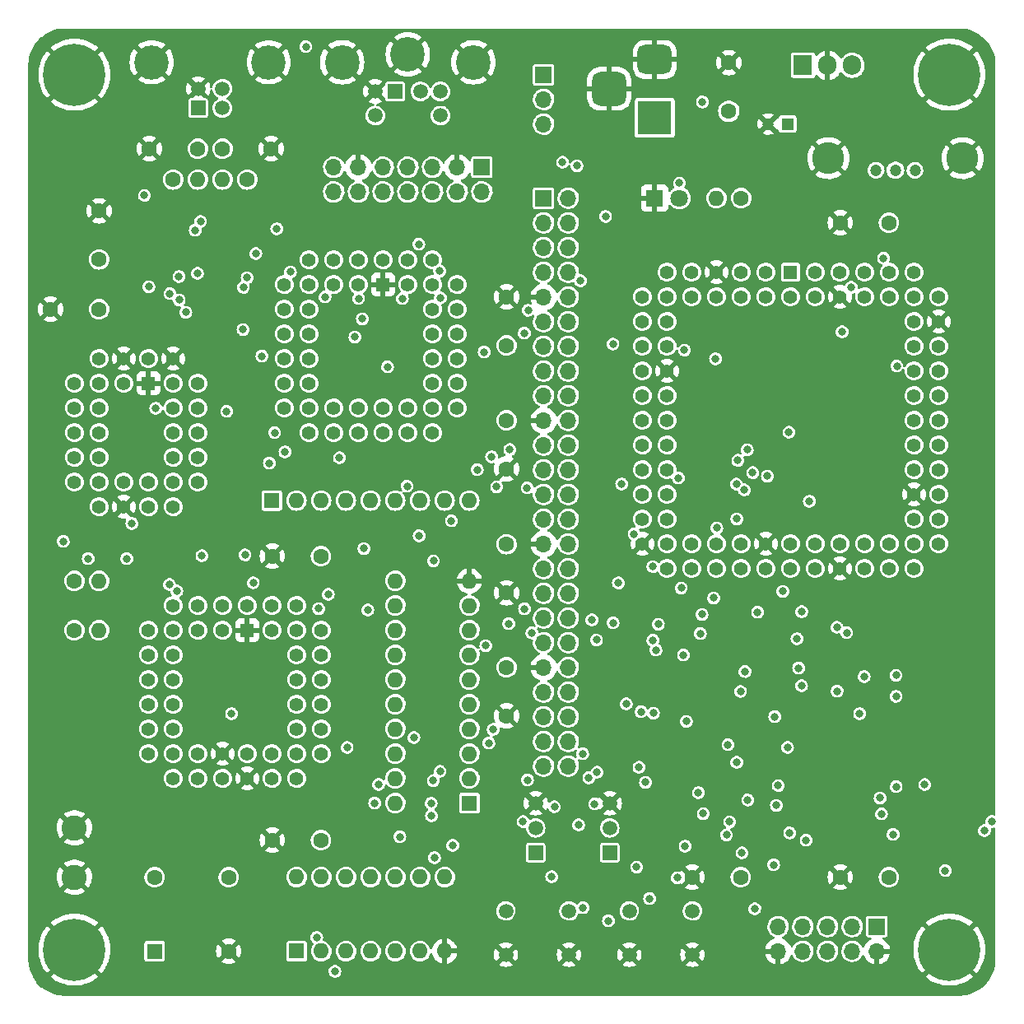
<source format=gbr>
%TF.GenerationSoftware,KiCad,Pcbnew,(6.0.4)*%
%TF.CreationDate,2022-10-30T01:11:01+02:00*%
%TF.ProjectId,65C816_SBC,36354338-3136-45f5-9342-432e6b696361,rev?*%
%TF.SameCoordinates,Original*%
%TF.FileFunction,Copper,L2,Inr*%
%TF.FilePolarity,Positive*%
%FSLAX46Y46*%
G04 Gerber Fmt 4.6, Leading zero omitted, Abs format (unit mm)*
G04 Created by KiCad (PCBNEW (6.0.4)) date 2022-10-30 01:11:01*
%MOMM*%
%LPD*%
G01*
G04 APERTURE LIST*
G04 Aperture macros list*
%AMRoundRect*
0 Rectangle with rounded corners*
0 $1 Rounding radius*
0 $2 $3 $4 $5 $6 $7 $8 $9 X,Y pos of 4 corners*
0 Add a 4 corners polygon primitive as box body*
4,1,4,$2,$3,$4,$5,$6,$7,$8,$9,$2,$3,0*
0 Add four circle primitives for the rounded corners*
1,1,$1+$1,$2,$3*
1,1,$1+$1,$4,$5*
1,1,$1+$1,$6,$7*
1,1,$1+$1,$8,$9*
0 Add four rect primitives between the rounded corners*
20,1,$1+$1,$2,$3,$4,$5,0*
20,1,$1+$1,$4,$5,$6,$7,0*
20,1,$1+$1,$6,$7,$8,$9,0*
20,1,$1+$1,$8,$9,$2,$3,0*%
G04 Aperture macros list end*
%TA.AperFunction,ComponentPad*%
%ADD10R,1.500000X1.500000*%
%TD*%
%TA.AperFunction,ComponentPad*%
%ADD11C,1.500000*%
%TD*%
%TA.AperFunction,ComponentPad*%
%ADD12C,1.200000*%
%TD*%
%TA.AperFunction,ComponentPad*%
%ADD13C,3.290000*%
%TD*%
%TA.AperFunction,ComponentPad*%
%ADD14R,3.500000X3.500000*%
%TD*%
%TA.AperFunction,ComponentPad*%
%ADD15RoundRect,0.750000X-1.000000X0.750000X-1.000000X-0.750000X1.000000X-0.750000X1.000000X0.750000X0*%
%TD*%
%TA.AperFunction,ComponentPad*%
%ADD16RoundRect,0.875000X-0.875000X0.875000X-0.875000X-0.875000X0.875000X-0.875000X0.875000X0.875000X0*%
%TD*%
%TA.AperFunction,ComponentPad*%
%ADD17C,1.600000*%
%TD*%
%TA.AperFunction,ComponentPad*%
%ADD18R,1.200000X1.200000*%
%TD*%
%TA.AperFunction,ComponentPad*%
%ADD19O,1.600000X1.600000*%
%TD*%
%TA.AperFunction,ComponentPad*%
%ADD20R,1.700000X1.700000*%
%TD*%
%TA.AperFunction,ComponentPad*%
%ADD21O,1.700000X1.700000*%
%TD*%
%TA.AperFunction,ComponentPad*%
%ADD22R,1.422400X1.422400*%
%TD*%
%TA.AperFunction,ComponentPad*%
%ADD23C,1.422400*%
%TD*%
%TA.AperFunction,ComponentPad*%
%ADD24R,1.509000X1.509000*%
%TD*%
%TA.AperFunction,ComponentPad*%
%ADD25C,1.509000*%
%TD*%
%TA.AperFunction,ComponentPad*%
%ADD26C,3.525000*%
%TD*%
%TA.AperFunction,ComponentPad*%
%ADD27C,6.400000*%
%TD*%
%TA.AperFunction,ComponentPad*%
%ADD28C,3.555000*%
%TD*%
%TA.AperFunction,ComponentPad*%
%ADD29R,1.905000X2.000000*%
%TD*%
%TA.AperFunction,ComponentPad*%
%ADD30O,1.905000X2.000000*%
%TD*%
%TA.AperFunction,ComponentPad*%
%ADD31R,1.800000X1.800000*%
%TD*%
%TA.AperFunction,ComponentPad*%
%ADD32C,1.800000*%
%TD*%
%TA.AperFunction,ComponentPad*%
%ADD33R,1.600000X1.600000*%
%TD*%
%TA.AperFunction,ComponentPad*%
%ADD34C,2.600000*%
%TD*%
%TA.AperFunction,ViaPad*%
%ADD35C,0.800000*%
%TD*%
G04 APERTURE END LIST*
D10*
%TO.N,/~{NMI}*%
%TO.C,U11*%
X149040000Y-130820000D03*
D11*
%TO.N,/5V*%
X149040000Y-128280000D03*
%TO.N,/GND*%
X149040000Y-125740000D03*
%TD*%
D12*
%TO.N,/5V*%
%TO.C,S0*%
X188055000Y-60640000D03*
%TO.N,/PWR_IN*%
X186055000Y-60640000D03*
%TO.N,unconnected-(S0-Pad3)*%
X184055000Y-60640000D03*
D13*
%TO.N,/GND*%
X192955000Y-59390000D03*
X179155000Y-59390000D03*
%TD*%
D14*
%TO.N,Net-(BJ0-Pad1)*%
%TO.C,BJ0*%
X161290000Y-55245000D03*
D15*
%TO.N,/GND*%
X161290000Y-49245000D03*
D16*
X156590000Y-52245000D03*
%TD*%
D17*
%TO.N,/GND*%
%TO.C,C13*%
X121960000Y-100330000D03*
%TO.N,/5V*%
X126960000Y-100330000D03*
%TD*%
%TO.N,Net-(C1-Pad1)*%
%TO.C,C1*%
X116840000Y-58420000D03*
%TO.N,/GND*%
X121840000Y-58420000D03*
%TD*%
D18*
%TO.N,/PWR_IN*%
%TO.C,C4*%
X174962600Y-55880000D03*
D12*
%TO.N,/GND*%
X172962600Y-55880000D03*
%TD*%
D17*
%TO.N,/GND*%
%TO.C,C7*%
X146050000Y-91360000D03*
%TO.N,/5V*%
X146050000Y-86360000D03*
%TD*%
%TO.N,/5V*%
%TO.C,R4*%
X101600000Y-107950000D03*
D19*
%TO.N,/~{NMI}*%
X104140000Y-107950000D03*
%TD*%
D11*
%TO.N,/~{NMI}*%
%TO.C,SW1*%
X145975000Y-136815000D03*
X152475000Y-136815000D03*
%TO.N,/GND*%
X145975000Y-141315000D03*
X152475000Y-141315000D03*
%TD*%
D17*
%TO.N,/GND*%
%TO.C,C11*%
X180380000Y-133350000D03*
%TO.N,/5V*%
X185380000Y-133350000D03*
%TD*%
%TO.N,/3V3*%
%TO.C,C0*%
X104140000Y-69810000D03*
%TO.N,/GND*%
X104140000Y-64810000D03*
%TD*%
D20*
%TO.N,/A22*%
%TO.C,J1*%
X149860000Y-63510000D03*
D21*
%TO.N,/A23*%
X152400000Y-63510000D03*
%TO.N,/A20*%
X149860000Y-66050000D03*
%TO.N,/A21*%
X152400000Y-66050000D03*
%TO.N,/A18*%
X149860000Y-68590000D03*
%TO.N,/A19*%
X152400000Y-68590000D03*
%TO.N,/A16*%
X149860000Y-71130000D03*
%TO.N,/A17*%
X152400000Y-71130000D03*
%TO.N,/GND*%
X149860000Y-73670000D03*
%TO.N,/5V*%
X152400000Y-73670000D03*
%TO.N,/A14*%
X149860000Y-76210000D03*
%TO.N,/A15*%
X152400000Y-76210000D03*
%TO.N,/A12*%
X149860000Y-78750000D03*
%TO.N,/A13*%
X152400000Y-78750000D03*
%TO.N,/A10*%
X149860000Y-81290000D03*
%TO.N,/A11*%
X152400000Y-81290000D03*
%TO.N,/A8*%
X149860000Y-83830000D03*
%TO.N,/A9*%
X152400000Y-83830000D03*
%TO.N,/GND*%
X149860000Y-86370000D03*
%TO.N,/5V*%
X152400000Y-86370000D03*
%TO.N,/A6*%
X149860000Y-88910000D03*
%TO.N,/A7*%
X152400000Y-88910000D03*
%TO.N,/A4*%
X149860000Y-91450000D03*
%TO.N,/A5*%
X152400000Y-91450000D03*
%TO.N,/A2*%
X149860000Y-93990000D03*
%TO.N,/A3*%
X152400000Y-93990000D03*
%TO.N,/A0*%
X149860000Y-96530000D03*
%TO.N,/A1*%
X152400000Y-96530000D03*
%TO.N,/GND*%
X149860000Y-99070000D03*
%TO.N,/5V*%
X152400000Y-99070000D03*
%TO.N,/MD6*%
X149860000Y-101610000D03*
%TO.N,/MD7*%
X152400000Y-101610000D03*
%TO.N,/MD4*%
X149860000Y-104150000D03*
%TO.N,/MD5*%
X152400000Y-104150000D03*
%TO.N,/MD2*%
X149860000Y-106690000D03*
%TO.N,/MD3*%
X152400000Y-106690000D03*
%TO.N,/MD0*%
X149860000Y-109230000D03*
%TO.N,/MD1*%
X152400000Y-109230000D03*
%TO.N,/GND*%
X149860000Y-111770000D03*
%TO.N,/5V*%
X152400000Y-111770000D03*
%TO.N,/PHI2*%
X149860000Y-114310000D03*
%TO.N,/PHI1*%
X152400000Y-114310000D03*
%TO.N,/GCLK*%
X149860000Y-116850000D03*
%TO.N,/~{IRQ_EXT}*%
X152400000Y-116850000D03*
%TO.N,/R~{W}*%
X149860000Y-119390000D03*
%TO.N,/~{CS_EXT}*%
X152400000Y-119390000D03*
%TO.N,/~{WSE_EXT}*%
X149860000Y-121930000D03*
%TO.N,/~{CS_IO}*%
X152400000Y-121930000D03*
%TD*%
D20*
%TO.N,/TCK_08*%
%TO.C,J0*%
X184145000Y-138425000D03*
D21*
%TO.N,/GND*%
X184145000Y-140965000D03*
%TO.N,/TDO_08*%
X181605000Y-138425000D03*
%TO.N,/5V*%
X181605000Y-140965000D03*
%TO.N,/TMS_08*%
X179065000Y-138425000D03*
%TO.N,unconnected-(J0-Pad6)*%
X179065000Y-140965000D03*
%TO.N,unconnected-(J0-Pad7)*%
X176525000Y-138425000D03*
%TO.N,unconnected-(J0-Pad8)*%
X176525000Y-140965000D03*
%TO.N,/TDI_08*%
X173985000Y-138425000D03*
%TO.N,/GND*%
X173985000Y-140965000D03*
%TD*%
D17*
%TO.N,/GND*%
%TO.C,C9*%
X146050000Y-116760000D03*
%TO.N,/5V*%
X146050000Y-111760000D03*
%TD*%
D10*
%TO.N,/~{RST}*%
%TO.C,U10*%
X156660000Y-130820000D03*
D11*
%TO.N,/5V*%
X156660000Y-128280000D03*
%TO.N,/GND*%
X156660000Y-125740000D03*
%TD*%
D20*
%TO.N,/PB4*%
%TO.C,J3*%
X149860000Y-50815000D03*
D21*
%TO.N,/PB5*%
X149860000Y-53355000D03*
%TO.N,/PB6*%
X149860000Y-55895000D03*
%TD*%
D17*
%TO.N,/GND*%
%TO.C,C2*%
X109300000Y-58420000D03*
%TO.N,Net-(C2-Pad2)*%
X114300000Y-58420000D03*
%TD*%
D22*
%TO.N,/GND*%
%TO.C,U8*%
X119380000Y-107950000D03*
D23*
%TO.N,unconnected-(U8-Pad2)*%
X116840000Y-105410000D03*
%TO.N,/RDY*%
X116840000Y-107950000D03*
%TO.N,/~{ABT}*%
X114300000Y-105410000D03*
%TO.N,/~{IRQ_CPU}*%
X114300000Y-107950000D03*
%TO.N,unconnected-(U8-Pad6)*%
X111760000Y-105410000D03*
%TO.N,/~{NMI}*%
X109220000Y-107950000D03*
%TO.N,/VPA*%
X111760000Y-107950000D03*
%TO.N,/5V*%
X109220000Y-110490000D03*
%TO.N,/A0*%
X111760000Y-110490000D03*
%TO.N,/A1*%
X109220000Y-113030000D03*
%TO.N,unconnected-(U8-Pad12)*%
X111760000Y-113030000D03*
%TO.N,/A2*%
X109220000Y-115570000D03*
%TO.N,/A3*%
X111760000Y-115570000D03*
%TO.N,/A4*%
X109220000Y-118110000D03*
%TO.N,/A5*%
X111760000Y-118110000D03*
%TO.N,/A6*%
X109220000Y-120650000D03*
%TO.N,/A7*%
X111760000Y-123190000D03*
%TO.N,/A8*%
X111760000Y-120650000D03*
%TO.N,/A9*%
X114300000Y-123190000D03*
%TO.N,/A10*%
X114300000Y-120650000D03*
%TO.N,/A11*%
X116840000Y-123190000D03*
%TO.N,/GND*%
X116840000Y-120650000D03*
X119380000Y-123190000D03*
%TO.N,/A12*%
X119380000Y-120650000D03*
%TO.N,/A13*%
X121920000Y-123190000D03*
%TO.N,/A14*%
X121920000Y-120650000D03*
%TO.N,/A15*%
X124460000Y-123190000D03*
%TO.N,/AD7*%
X127000000Y-120650000D03*
%TO.N,/AD6*%
X124460000Y-120650000D03*
%TO.N,/AD5*%
X127000000Y-118110000D03*
%TO.N,/AD4*%
X124460000Y-118110000D03*
%TO.N,/AD3*%
X127000000Y-115570000D03*
%TO.N,/AD2*%
X124460000Y-115570000D03*
%TO.N,/AD1*%
X127000000Y-113030000D03*
%TO.N,/AD0*%
X124460000Y-113030000D03*
%TO.N,/5V*%
X127000000Y-110490000D03*
%TO.N,/R~{W}*%
X124460000Y-110490000D03*
%TO.N,unconnected-(U8-Pad39)*%
X127000000Y-107950000D03*
%TO.N,/BE*%
X124460000Y-105410000D03*
%TO.N,/PHI2*%
X124460000Y-107950000D03*
%TO.N,unconnected-(U8-Pad42)*%
X121920000Y-105410000D03*
%TO.N,/VDA*%
X121920000Y-107950000D03*
%TO.N,/~{RST}*%
X119380000Y-105410000D03*
%TD*%
D17*
%TO.N,Net-(BJ0-Pad1)*%
%TO.C,C3*%
X168910000Y-54570000D03*
%TO.N,/GND*%
X168910000Y-49570000D03*
%TD*%
D24*
%TO.N,/USB_5V*%
%TO.C,USB0*%
X114320000Y-54240000D03*
D25*
%TO.N,Net-(C2-Pad2)*%
X116820000Y-54240000D03*
%TO.N,Net-(C1-Pad1)*%
X116820000Y-52240000D03*
%TO.N,/GND*%
X114320000Y-52240000D03*
D26*
X121590000Y-49530000D03*
X109550000Y-49530000D03*
%TD*%
D20*
%TO.N,/CA1*%
%TO.C,J2*%
X143515000Y-60325000D03*
D21*
%TO.N,/CA2*%
X143515000Y-62865000D03*
%TO.N,/GND*%
X140975000Y-60325000D03*
%TO.N,/5V*%
X140975000Y-62865000D03*
%TO.N,/PA0*%
X138435000Y-60325000D03*
%TO.N,/PA1*%
X138435000Y-62865000D03*
%TO.N,/PA2*%
X135895000Y-60325000D03*
%TO.N,/PA3*%
X135895000Y-62865000D03*
%TO.N,/PA4*%
X133355000Y-60325000D03*
%TO.N,/PA5*%
X133355000Y-62865000D03*
%TO.N,/GND*%
X130815000Y-60325000D03*
%TO.N,/5V*%
X130815000Y-62865000D03*
%TO.N,/PA6*%
X128275000Y-60325000D03*
%TO.N,/PA7*%
X128275000Y-62865000D03*
%TD*%
D27*
%TO.N,/GND*%
%TO.C,H1*%
X191600000Y-140800000D03*
%TD*%
%TO.N,/GND*%
%TO.C,H3*%
X101600000Y-50800000D03*
%TD*%
D17*
%TO.N,Net-(C2-Pad2)*%
%TO.C,R0*%
X111760000Y-61595000D03*
D19*
%TO.N,Net-(R0-Pad2)*%
X114300000Y-61595000D03*
%TD*%
D17*
%TO.N,/GND*%
%TO.C,C14*%
X121960000Y-129540000D03*
%TO.N,/5V*%
X126960000Y-129540000D03*
%TD*%
%TO.N,Net-(C1-Pad1)*%
%TO.C,R1*%
X119380000Y-61595000D03*
D19*
%TO.N,Net-(R1-Pad2)*%
X116840000Y-61595000D03*
%TD*%
D24*
%TO.N,/PS2K_D*%
%TO.C,PS0*%
X134590000Y-52530000D03*
D25*
%TO.N,/PS2M_D*%
X137190000Y-52530000D03*
%TO.N,/GND*%
X132540000Y-52530000D03*
%TO.N,/5V*%
X139240000Y-52530000D03*
%TO.N,/PS2K_C*%
X132540000Y-55020000D03*
%TO.N,/PS2M_C*%
X139240000Y-55020000D03*
D28*
%TO.N,/GND*%
X135890000Y-48720000D03*
X142650000Y-49530000D03*
X129130000Y-49530000D03*
%TD*%
D22*
%TO.N,/~{RST}*%
%TO.C,U3*%
X175260000Y-71120000D03*
D23*
%TO.N,/GCLK*%
X175260000Y-73660000D03*
%TO.N,/5V*%
X172720000Y-71120000D03*
%TO.N,/~{CS_VIA}*%
X172720000Y-73660000D03*
%TO.N,/~{IRQ_VIA}*%
X170180000Y-71120000D03*
%TO.N,/FT_WR*%
X170180000Y-73660000D03*
%TO.N,/GND*%
X167640000Y-71120000D03*
%TO.N,/~{FT_RD}*%
X167640000Y-73660000D03*
%TO.N,/~{FT_TXE}*%
X165100000Y-71120000D03*
%TO.N,/~{FT_RXF}*%
X165100000Y-73660000D03*
%TO.N,/~{WSE}*%
X162560000Y-71120000D03*
%TO.N,/MD0*%
X160020000Y-73660000D03*
%TO.N,/5V*%
X162560000Y-73660000D03*
%TO.N,/TDI_08*%
X160020000Y-76200000D03*
%TO.N,/MD1*%
X162560000Y-76200000D03*
%TO.N,/MD2*%
X160020000Y-78740000D03*
%TO.N,/MD3*%
X162560000Y-78740000D03*
%TO.N,/MD4*%
X160020000Y-81280000D03*
%TO.N,/GND*%
X162560000Y-81280000D03*
%TO.N,/MD5*%
X160020000Y-83820000D03*
%TO.N,/MD6*%
X162560000Y-83820000D03*
%TO.N,/MD7*%
X160020000Y-86360000D03*
%TO.N,/TMS_08*%
X162560000Y-86360000D03*
%TO.N,/VPA*%
X160020000Y-88900000D03*
%TO.N,/VDA*%
X162560000Y-88900000D03*
%TO.N,/5V*%
X160020000Y-91440000D03*
%TO.N,/R~{W}*%
X162560000Y-91440000D03*
%TO.N,/AD0*%
X160020000Y-93980000D03*
%TO.N,/AD1*%
X162560000Y-93980000D03*
%TO.N,/AD2*%
X160020000Y-96520000D03*
%TO.N,/AD3*%
X162560000Y-96520000D03*
%TO.N,/GND*%
X160020000Y-99060000D03*
%TO.N,/AD4*%
X162560000Y-101600000D03*
%TO.N,/AD5*%
X162560000Y-99060000D03*
%TO.N,/AD6*%
X165100000Y-101600000D03*
%TO.N,/AD7*%
X165100000Y-99060000D03*
%TO.N,/A15*%
X167640000Y-101600000D03*
%TO.N,/5V*%
X167640000Y-99060000D03*
%TO.N,/A14*%
X170180000Y-101600000D03*
%TO.N,/A13*%
X170180000Y-99060000D03*
%TO.N,/A12*%
X172720000Y-101600000D03*
%TO.N,/GND*%
X172720000Y-99060000D03*
%TO.N,/5V*%
X175260000Y-101600000D03*
%TO.N,/A11*%
X175260000Y-99060000D03*
%TO.N,/A10*%
X177800000Y-101600000D03*
%TO.N,/A9*%
X177800000Y-99060000D03*
%TO.N,/GND*%
X180340000Y-101600000D03*
%TO.N,/A8*%
X180340000Y-99060000D03*
%TO.N,/A7*%
X182880000Y-101600000D03*
%TO.N,/A6*%
X182880000Y-99060000D03*
%TO.N,/A5*%
X185420000Y-101600000D03*
%TO.N,/A4*%
X185420000Y-99060000D03*
%TO.N,/5V*%
X187960000Y-101600000D03*
%TO.N,/A3*%
X190500000Y-99060000D03*
%TO.N,/A2*%
X187960000Y-99060000D03*
%TO.N,/A1*%
X190500000Y-96520000D03*
%TO.N,/A0*%
X187960000Y-96520000D03*
%TO.N,/A16*%
X190500000Y-93980000D03*
%TO.N,/GND*%
X187960000Y-93980000D03*
%TO.N,/A17*%
X190500000Y-91440000D03*
%TO.N,/A18*%
X187960000Y-91440000D03*
%TO.N,/TCK_08*%
X190500000Y-88900000D03*
%TO.N,/A19*%
X187960000Y-88900000D03*
%TO.N,/A20*%
X190500000Y-86360000D03*
%TO.N,/A21*%
X187960000Y-86360000D03*
%TO.N,/5V*%
X190500000Y-83820000D03*
%TO.N,/A22*%
X187960000Y-83820000D03*
%TO.N,/A23*%
X190500000Y-81280000D03*
%TO.N,/~{OE_MEM}*%
X187960000Y-81280000D03*
%TO.N,/~{WE_MEM}*%
X190500000Y-78740000D03*
%TO.N,/TDO_08*%
X187960000Y-78740000D03*
%TO.N,/GND*%
X190500000Y-76200000D03*
%TO.N,/~{CS_RAM1}*%
X187960000Y-76200000D03*
%TO.N,/~{CS_RAM0}*%
X190500000Y-73660000D03*
%TO.N,/~{CS_IO}*%
X187960000Y-71120000D03*
%TO.N,/~{CS_EXT}*%
X187960000Y-73660000D03*
%TO.N,/~{WSE_EXT}*%
X185420000Y-71120000D03*
%TO.N,/5V*%
X185420000Y-73660000D03*
%TO.N,/~{IRQ_CPU}*%
X182880000Y-71120000D03*
%TO.N,/~{CS_ROM}*%
X182880000Y-73660000D03*
%TO.N,/T1_CLK*%
X180340000Y-71120000D03*
%TO.N,/GND*%
X180340000Y-73660000D03*
%TO.N,/PHI1*%
X177800000Y-71120000D03*
%TO.N,/~{IRQ_EXT}*%
X177800000Y-73660000D03*
%TD*%
D11*
%TO.N,/~{RST}*%
%TO.C,SW0*%
X158675000Y-136815000D03*
X165175000Y-136815000D03*
%TO.N,/GND*%
X158675000Y-141315000D03*
X165175000Y-141315000D03*
%TD*%
D17*
%TO.N,/GND*%
%TO.C,C5*%
X99140000Y-74930000D03*
%TO.N,/5V*%
X104140000Y-74930000D03*
%TD*%
D22*
%TO.N,/GND*%
%TO.C,U4*%
X133350000Y-72390000D03*
D23*
%TO.N,/PA0*%
X130810000Y-69850000D03*
%TO.N,/PA1*%
X130810000Y-72390000D03*
%TO.N,/PA2*%
X128270000Y-69850000D03*
%TO.N,/PA3*%
X128270000Y-72390000D03*
%TO.N,/PA4*%
X125730000Y-69850000D03*
%TO.N,/PA5*%
X123190000Y-72390000D03*
%TO.N,/PA6*%
X125730000Y-72390000D03*
%TO.N,/PA7*%
X123190000Y-74930000D03*
%TO.N,/PS2K_C*%
X125730000Y-74930000D03*
%TO.N,unconnected-(U4-Pad11)*%
X123190000Y-77470000D03*
%TO.N,/PS2K_D*%
X125730000Y-77470000D03*
%TO.N,/PS2M_C*%
X123190000Y-80010000D03*
%TO.N,/PS2M_D*%
X125730000Y-80010000D03*
%TO.N,/PB4*%
X123190000Y-82550000D03*
%TO.N,/PB5*%
X125730000Y-82550000D03*
%TO.N,/PB6*%
X123190000Y-85090000D03*
%TO.N,/T1_CLK*%
X125730000Y-87630000D03*
%TO.N,/PS2M_C*%
X125730000Y-85090000D03*
%TO.N,/PS2K_C*%
X128270000Y-87630000D03*
%TO.N,/5V*%
X128270000Y-85090000D03*
%TO.N,unconnected-(U4-Pad22)*%
X130810000Y-87630000D03*
%TO.N,/~{IRQ_VIA}*%
X130810000Y-85090000D03*
%TO.N,/R~{W}*%
X133350000Y-87630000D03*
%TO.N,/~{CS_VIA}*%
X133350000Y-85090000D03*
%TO.N,/5V*%
X135890000Y-87630000D03*
%TO.N,/GCLK*%
X135890000Y-85090000D03*
%TO.N,/MD7*%
X138430000Y-87630000D03*
%TO.N,/MD6*%
X140970000Y-85090000D03*
%TO.N,/MD5*%
X138430000Y-85090000D03*
%TO.N,/MD4*%
X140970000Y-82550000D03*
%TO.N,/MD3*%
X138430000Y-82550000D03*
%TO.N,unconnected-(U4-Pad33)*%
X140970000Y-80010000D03*
%TO.N,/MD2*%
X138430000Y-80010000D03*
%TO.N,/MD1*%
X140970000Y-77470000D03*
%TO.N,/MD0*%
X138430000Y-77470000D03*
%TO.N,/~{RST}*%
X140970000Y-74930000D03*
%TO.N,unconnected-(U4-Pad38)*%
X138430000Y-74930000D03*
%TO.N,/A3*%
X140970000Y-72390000D03*
%TO.N,/A2*%
X138430000Y-69850000D03*
%TO.N,/A1*%
X138430000Y-72390000D03*
%TO.N,/A0*%
X135890000Y-69850000D03*
%TO.N,/CA2*%
X135890000Y-72390000D03*
%TO.N,/CA1*%
X133350000Y-69850000D03*
%TD*%
D27*
%TO.N,/GND*%
%TO.C,H0*%
X191600000Y-50800000D03*
%TD*%
D29*
%TO.N,Net-(BJ0-Pad1)*%
%TO.C,U0*%
X176530000Y-49840000D03*
D30*
%TO.N,/GND*%
X179070000Y-49840000D03*
%TO.N,/PWR_IN*%
X181610000Y-49840000D03*
%TD*%
D31*
%TO.N,/GND*%
%TO.C,D0*%
X161290000Y-63500000D03*
D32*
%TO.N,Net-(D0-Pad2)*%
X163830000Y-63500000D03*
%TD*%
D17*
%TO.N,/GND*%
%TO.C,C10*%
X165140000Y-133350000D03*
%TO.N,/5V*%
X170140000Y-133350000D03*
%TD*%
D22*
%TO.N,/GND*%
%TO.C,U5*%
X109220000Y-82550000D03*
D23*
X106680000Y-80010000D03*
%TO.N,/A15*%
X106680000Y-82550000D03*
%TO.N,/A12*%
X104140000Y-80010000D03*
%TO.N,/A7*%
X101600000Y-82550000D03*
%TO.N,/A6*%
X104140000Y-82550000D03*
%TO.N,/A5*%
X101600000Y-85090000D03*
%TO.N,/A4*%
X104140000Y-85090000D03*
%TO.N,/A3*%
X101600000Y-87630000D03*
%TO.N,/A2*%
X104140000Y-87630000D03*
%TO.N,/A1*%
X101600000Y-90170000D03*
%TO.N,/A0*%
X104140000Y-90170000D03*
%TO.N,/MD0*%
X101600000Y-92710000D03*
%TO.N,/MD1*%
X104140000Y-95250000D03*
%TO.N,/MD2*%
X104140000Y-92710000D03*
%TO.N,/GND*%
X106680000Y-95250000D03*
%TO.N,/MD3*%
X106680000Y-92710000D03*
%TO.N,/MD4*%
X109220000Y-95250000D03*
%TO.N,/MD5*%
X109220000Y-92710000D03*
%TO.N,/MD6*%
X111760000Y-95250000D03*
%TO.N,/MD7*%
X114300000Y-92710000D03*
%TO.N,/~{CS_ROM}*%
X111760000Y-92710000D03*
%TO.N,/A10*%
X114300000Y-90170000D03*
%TO.N,/~{OE_MEM}*%
X111760000Y-90170000D03*
%TO.N,/A11*%
X114300000Y-87630000D03*
%TO.N,/A9*%
X111760000Y-87630000D03*
%TO.N,/A8*%
X114300000Y-85090000D03*
%TO.N,/A13*%
X111760000Y-85090000D03*
%TO.N,/A14*%
X114300000Y-82550000D03*
%TO.N,/GND*%
X111760000Y-80010000D03*
%TO.N,/5V*%
X111760000Y-82550000D03*
X109220000Y-80010000D03*
%TD*%
D33*
%TO.N,/R~{W}*%
%TO.C,U9*%
X142230000Y-125725000D03*
D19*
%TO.N,/MD7*%
X142230000Y-123185000D03*
%TO.N,/MD6*%
X142230000Y-120645000D03*
%TO.N,/MD5*%
X142230000Y-118105000D03*
%TO.N,/MD4*%
X142230000Y-115565000D03*
%TO.N,/MD3*%
X142230000Y-113025000D03*
%TO.N,/MD2*%
X142230000Y-110485000D03*
%TO.N,/MD1*%
X142230000Y-107945000D03*
%TO.N,/MD0*%
X142230000Y-105405000D03*
%TO.N,/GND*%
X142230000Y-102865000D03*
%TO.N,/AD0*%
X134610000Y-102865000D03*
%TO.N,/AD1*%
X134610000Y-105405000D03*
%TO.N,/AD2*%
X134610000Y-107945000D03*
%TO.N,/AD3*%
X134610000Y-110485000D03*
%TO.N,/AD4*%
X134610000Y-113025000D03*
%TO.N,/AD5*%
X134610000Y-115565000D03*
%TO.N,/AD6*%
X134610000Y-118105000D03*
%TO.N,/AD7*%
X134610000Y-120645000D03*
%TO.N,/PHI1*%
X134610000Y-123185000D03*
%TO.N,/5V*%
X134610000Y-125725000D03*
%TD*%
D33*
%TO.N,unconnected-(X0-Pad1)*%
%TO.C,X0*%
X109855000Y-140970000D03*
D17*
%TO.N,/GND*%
X117475000Y-140970000D03*
%TO.N,Net-(U2-Pad11)*%
X117475000Y-133350000D03*
%TO.N,/5V*%
X109855000Y-133350000D03*
%TD*%
D33*
%TO.N,/5V*%
%TO.C,U2*%
X124455000Y-140960000D03*
D19*
%TO.N,Net-(U2-Pad12)*%
X126995000Y-140960000D03*
%TO.N,Net-(U2-Pad11)*%
X129535000Y-140960000D03*
%TO.N,/5V*%
X132075000Y-140960000D03*
%TO.N,/GCLK*%
X134615000Y-140960000D03*
%TO.N,Net-(U2-Pad12)*%
X137155000Y-140960000D03*
%TO.N,/GND*%
X139695000Y-140960000D03*
%TO.N,/PHI1*%
X139695000Y-133340000D03*
%TO.N,/PHI2*%
X137155000Y-133340000D03*
%TO.N,/~{WSE}*%
X134615000Y-133340000D03*
%TO.N,Net-(U2-Pad11)*%
X132075000Y-133340000D03*
%TO.N,Net-(U2-Pad12)*%
X129535000Y-133340000D03*
%TO.N,/5V*%
X126995000Y-133340000D03*
X124455000Y-133340000D03*
%TD*%
D17*
%TO.N,/GND*%
%TO.C,C12*%
X180380000Y-66040000D03*
%TO.N,/5V*%
X185380000Y-66040000D03*
%TD*%
D27*
%TO.N,/GND*%
%TO.C,H2*%
X101600000Y-140800000D03*
%TD*%
D17*
%TO.N,/GND*%
%TO.C,C6*%
X146050000Y-73660000D03*
%TO.N,/5V*%
X146050000Y-78660000D03*
%TD*%
%TO.N,/GND*%
%TO.C,C8*%
X146050000Y-104100000D03*
%TO.N,/5V*%
X146050000Y-99100000D03*
%TD*%
%TO.N,/5V*%
%TO.C,R2*%
X170180000Y-63500000D03*
D19*
%TO.N,Net-(D0-Pad2)*%
X167640000Y-63500000D03*
%TD*%
D33*
%TO.N,/5V*%
%TO.C,RN0*%
X121905000Y-94615000D03*
D19*
%TO.N,/~{IRQ_EXT}*%
X124445000Y-94615000D03*
%TO.N,/~{CS_VIA}*%
X126985000Y-94615000D03*
%TO.N,/PS2K_C*%
X129525000Y-94615000D03*
%TO.N,/PS2K_D*%
X132065000Y-94615000D03*
%TO.N,/PS2M_C*%
X134605000Y-94615000D03*
%TO.N,/PS2M_D*%
X137145000Y-94615000D03*
%TO.N,/RDY*%
X139685000Y-94615000D03*
%TO.N,/~{ABT}*%
X142225000Y-94615000D03*
%TD*%
D17*
%TO.N,/5V*%
%TO.C,R3*%
X101600000Y-102870000D03*
D19*
%TO.N,/~{RST}*%
X104140000Y-102870000D03*
%TD*%
D34*
%TO.N,/GND*%
%TO.C,TP0*%
X101600000Y-133350000D03*
X101600000Y-128270000D03*
%TD*%
D35*
%TO.N,/GND*%
X186127900Y-118745000D03*
X164395800Y-120449600D03*
%TO.N,/5V*%
X174952000Y-120015000D03*
X114023500Y-66798000D03*
%TO.N,/TMS_08*%
X177193800Y-94677400D03*
%TO.N,/PS2K_D*%
X130446200Y-77793500D03*
%TO.N,/PS2K_C*%
X123826100Y-71100000D03*
X131219600Y-75917800D03*
%TO.N,/A0*%
X143744300Y-79325200D03*
X147882400Y-77391700D03*
X165986700Y-108291500D03*
%TO.N,/A1*%
X164247400Y-110499500D03*
X146383400Y-89367400D03*
%TO.N,/A2*%
X186106700Y-112595700D03*
X106989300Y-100583000D03*
X161414400Y-109976200D03*
%TO.N,/A3*%
X148171600Y-93307700D03*
X180018800Y-107646200D03*
X103013600Y-100589000D03*
X161093800Y-108975800D03*
X182828600Y-112713100D03*
%TO.N,/A4*%
X161655700Y-107328500D03*
X189061000Y-123825000D03*
X100458100Y-98802600D03*
%TO.N,/A5*%
X165776300Y-124649300D03*
X186121300Y-124037800D03*
%TO.N,/A6*%
X184464700Y-125212200D03*
X139205700Y-122464700D03*
X135818800Y-93124000D03*
X132487600Y-125735100D03*
%TO.N,/A7*%
X166276400Y-126810100D03*
X184614400Y-126841100D03*
X170267400Y-130853500D03*
%TO.N,/A8*%
X119994600Y-103079800D03*
X168672100Y-129016700D03*
X185812500Y-128952000D03*
%TO.N,/A9*%
X159435900Y-132320600D03*
X176862700Y-129538900D03*
X164411600Y-130153400D03*
%TO.N,/A10*%
X175165900Y-128792000D03*
X157890500Y-92900200D03*
%TO.N,/A11*%
X168996900Y-127655900D03*
X166159000Y-106327500D03*
%TO.N,/A12*%
X117765300Y-116526900D03*
X111382000Y-103251000D03*
X173527900Y-132073000D03*
X126532500Y-139548900D03*
X173809000Y-125957000D03*
%TO.N,/A13*%
X156994500Y-78520700D03*
X170863100Y-125405500D03*
X128397000Y-143042700D03*
X171582900Y-136602600D03*
%TO.N,/A14*%
X167668700Y-97430400D03*
X176409900Y-106048800D03*
X171864200Y-106095700D03*
X176392400Y-113665000D03*
X173988100Y-123919300D03*
%TO.N,/A15*%
X153884400Y-120653800D03*
X138333400Y-127043200D03*
X117264800Y-85432100D03*
X153456600Y-127975200D03*
X132890400Y-123803700D03*
X170567700Y-112196300D03*
%TO.N,/~{IRQ_EXT}*%
X136514100Y-118996200D03*
X131773000Y-105867200D03*
X170496200Y-93519200D03*
X127710900Y-104253100D03*
%TO.N,/MD0*%
X109255600Y-72617700D03*
X158359200Y-115531400D03*
X118946100Y-77019300D03*
X148262900Y-75034300D03*
X180049700Y-114208700D03*
X182368000Y-116527000D03*
X108795600Y-63214400D03*
%TO.N,/MD1*%
X170117400Y-114246100D03*
X159884800Y-116330800D03*
X169733900Y-96491000D03*
X164340200Y-79131700D03*
X155304100Y-108948600D03*
X167355300Y-104635600D03*
%TO.N,/MD2*%
X175095500Y-87584300D03*
X173636400Y-116840000D03*
X161150600Y-116476100D03*
X154826100Y-106891200D03*
%TO.N,/MD3*%
X164546900Y-117318800D03*
X148648100Y-108217800D03*
X114257200Y-71233500D03*
%TO.N,/MD4*%
X143039500Y-91432100D03*
X144676000Y-118155500D03*
X143906000Y-109542000D03*
%TO.N,/MD5*%
X146269000Y-107267300D03*
X168829200Y-119723800D03*
X111424100Y-73331300D03*
X147898200Y-105754700D03*
X161099100Y-101398100D03*
%TO.N,/MD6*%
X145030500Y-93195400D03*
X112378000Y-73978300D03*
X169723000Y-121536300D03*
X137052400Y-98229600D03*
%TO.N,/MD7*%
X112356200Y-71568200D03*
X160338300Y-123601700D03*
X122190000Y-87622500D03*
X159176400Y-98044600D03*
%TO.N,/A16*%
X176095800Y-111841000D03*
X174468100Y-103942800D03*
%TO.N,/A18*%
X181029500Y-108207900D03*
X153648700Y-71995600D03*
%TO.N,/A20*%
X156235500Y-65382200D03*
%TO.N,/A22*%
X186194300Y-80769300D03*
%TO.N,/~{CS_IO}*%
X195203000Y-128557400D03*
X163601600Y-133406900D03*
%TO.N,/RDY*%
X138527800Y-100825200D03*
%TO.N,/~{RST}*%
X144230300Y-119552300D03*
X144507200Y-90106700D03*
X148198600Y-123354500D03*
X140380800Y-96699100D03*
X119144800Y-100209200D03*
%TO.N,/~{ABT}*%
X114719100Y-100292200D03*
%TO.N,/~{CS_VIA}*%
X139246200Y-73772900D03*
X163830100Y-61945100D03*
%TO.N,/~{IRQ_CPU}*%
X112138300Y-103912700D03*
X107504300Y-96964800D03*
%TO.N,/VPA*%
X131380300Y-99540400D03*
X126728000Y-105724900D03*
%TO.N,/AD7*%
X154513700Y-123121000D03*
X159674300Y-122041000D03*
X155109300Y-125806100D03*
X147750300Y-127626400D03*
X157014400Y-107182000D03*
X150973300Y-126111800D03*
X138291900Y-125749700D03*
%TO.N,/AD5*%
X150695700Y-133311200D03*
X181502500Y-72677200D03*
X171366200Y-91741600D03*
X195951400Y-127640400D03*
X184825300Y-69678300D03*
X135075600Y-129199500D03*
X140513000Y-130071800D03*
X156522900Y-137837900D03*
X138635700Y-131342000D03*
%TO.N,/R~{W}*%
X138521200Y-123427700D03*
%TO.N,/VDA*%
X118974900Y-72697900D03*
X166193212Y-53608208D03*
X170805700Y-89394900D03*
X125404300Y-47918600D03*
X123261800Y-89603800D03*
X119366800Y-71697500D03*
X121654700Y-90763000D03*
%TO.N,/T1_CLK*%
X139165600Y-71010500D03*
%TO.N,/~{CS_ROM}*%
X120885000Y-79751500D03*
X109962600Y-85116500D03*
%TO.N,/~{OE_MEM}*%
X113062400Y-75250500D03*
X120254200Y-69210600D03*
X180559200Y-77256400D03*
%TO.N,/~{CS_RAM0}*%
X186106700Y-114746900D03*
%TO.N,/~{CS_RAM1}*%
X175922800Y-108816400D03*
%TO.N,/3V3*%
X114576900Y-65915800D03*
%TO.N,/~{FT_TXE}*%
X153291200Y-60173300D03*
%TO.N,/~{FT_RXF}*%
X151808700Y-59810600D03*
%TO.N,/PS2M_D*%
X133803500Y-80863200D03*
X127382400Y-73669400D03*
%TO.N,/PS2M_C*%
X128861900Y-90200800D03*
X130833000Y-73839800D03*
%TO.N,/~{IRQ_VIA}*%
X135343200Y-73839800D03*
X137023300Y-68250500D03*
%TO.N,/~{CS_EXT}*%
X172876100Y-92102200D03*
%TO.N,/FT_WR*%
X122414500Y-66652700D03*
%TO.N,/~{WSE_EXT}*%
X155362200Y-122554800D03*
X160762400Y-135555900D03*
X191182200Y-132673000D03*
%TO.N,/GCLK*%
X167542000Y-80025800D03*
%TO.N,/PHI2*%
X129650900Y-120013200D03*
%TO.N,/PHI1*%
X164017800Y-103618400D03*
X169832300Y-90473400D03*
X163719100Y-92289800D03*
%TO.N,/~{WSE}*%
X157553200Y-103088500D03*
X169683200Y-92917400D03*
X153915700Y-136490400D03*
%TD*%
%TA.AperFunction,Conductor*%
%TO.N,/GND*%
G36*
X192587103Y-46056921D02*
G01*
X192600000Y-46059486D01*
X192612169Y-46057066D01*
X192624569Y-46057066D01*
X192635624Y-46056251D01*
X192845747Y-46066573D01*
X192960945Y-46072232D01*
X192973241Y-46073443D01*
X193324595Y-46125562D01*
X193336701Y-46127969D01*
X193681253Y-46214275D01*
X193693085Y-46217864D01*
X194027513Y-46337524D01*
X194038937Y-46342256D01*
X194360021Y-46494118D01*
X194370926Y-46499947D01*
X194675582Y-46682551D01*
X194685863Y-46689421D01*
X194971153Y-46901006D01*
X194980691Y-46908832D01*
X195243887Y-47147380D01*
X195252620Y-47156113D01*
X195491168Y-47419309D01*
X195498994Y-47428847D01*
X195604693Y-47571365D01*
X195710579Y-47714137D01*
X195717449Y-47724418D01*
X195900053Y-48029074D01*
X195905882Y-48039979D01*
X196057744Y-48361063D01*
X196062476Y-48372487D01*
X196182136Y-48706915D01*
X196185725Y-48718746D01*
X196272031Y-49063299D01*
X196274438Y-49075405D01*
X196323629Y-49407025D01*
X196326556Y-49426754D01*
X196327768Y-49439055D01*
X196330854Y-49501876D01*
X196343749Y-49764376D01*
X196342934Y-49775431D01*
X196342934Y-49787831D01*
X196340514Y-49800000D01*
X196343079Y-49812894D01*
X196345500Y-49837476D01*
X196345500Y-126903114D01*
X196325498Y-126971235D01*
X196271842Y-127017728D01*
X196201568Y-127027832D01*
X196187832Y-127024255D01*
X196187674Y-127024884D01*
X196041402Y-126988143D01*
X196034033Y-126986292D01*
X196026434Y-126986252D01*
X196026433Y-126986252D01*
X195960581Y-126985907D01*
X195875621Y-126985462D01*
X195868241Y-126987234D01*
X195868239Y-126987234D01*
X195728963Y-127020671D01*
X195728960Y-127020672D01*
X195721584Y-127022443D01*
X195580814Y-127095100D01*
X195461439Y-127199238D01*
X195370350Y-127328844D01*
X195345078Y-127393663D01*
X195315654Y-127469133D01*
X195312806Y-127476437D01*
X195311814Y-127483970D01*
X195311814Y-127483971D01*
X195294964Y-127611965D01*
X195292129Y-127633496D01*
X195302438Y-127726871D01*
X195306418Y-127762916D01*
X195294012Y-127832820D01*
X195245783Y-127884920D01*
X195180519Y-127902741D01*
X195155238Y-127902609D01*
X195127221Y-127902462D01*
X195119841Y-127904234D01*
X195119839Y-127904234D01*
X194980563Y-127937671D01*
X194980560Y-127937672D01*
X194973184Y-127939443D01*
X194832414Y-128012100D01*
X194713039Y-128116238D01*
X194621950Y-128245844D01*
X194595429Y-128313867D01*
X194569876Y-128379408D01*
X194564406Y-128393437D01*
X194563414Y-128400970D01*
X194563414Y-128400971D01*
X194546722Y-128527763D01*
X194543729Y-128550496D01*
X194547493Y-128584585D01*
X194560117Y-128698928D01*
X194561113Y-128707953D01*
X194563723Y-128715084D01*
X194563723Y-128715086D01*
X194604597Y-128826779D01*
X194615553Y-128856719D01*
X194619789Y-128863022D01*
X194619789Y-128863023D01*
X194695928Y-128976329D01*
X194703908Y-128988205D01*
X194709527Y-128993318D01*
X194709528Y-128993319D01*
X194763284Y-129042233D01*
X194821076Y-129094819D01*
X194960293Y-129170408D01*
X195113522Y-129210607D01*
X195197477Y-129211926D01*
X195264319Y-129212976D01*
X195264322Y-129212976D01*
X195271916Y-129213095D01*
X195426332Y-129177729D01*
X195519514Y-129130864D01*
X195561072Y-129109963D01*
X195561075Y-129109961D01*
X195567855Y-129106551D01*
X195573626Y-129101622D01*
X195573629Y-129101620D01*
X195682536Y-129008604D01*
X195682536Y-129008603D01*
X195688314Y-129003669D01*
X195780755Y-128875024D01*
X195839842Y-128728041D01*
X195852084Y-128642022D01*
X195861581Y-128575291D01*
X195861581Y-128575288D01*
X195862162Y-128571207D01*
X195862307Y-128557400D01*
X195860758Y-128544602D01*
X195847677Y-128436500D01*
X195859350Y-128366469D01*
X195907032Y-128313867D01*
X195974742Y-128295379D01*
X195986827Y-128295569D01*
X196012719Y-128295976D01*
X196012722Y-128295976D01*
X196020316Y-128296095D01*
X196174732Y-128260729D01*
X196178335Y-128258917D01*
X196247688Y-128254753D01*
X196309608Y-128289487D01*
X196342919Y-128352184D01*
X196345500Y-128377559D01*
X196345500Y-141762524D01*
X196343079Y-141787103D01*
X196340514Y-141800000D01*
X196342934Y-141812169D01*
X196342934Y-141824569D01*
X196343749Y-141835624D01*
X196334632Y-142021217D01*
X196330569Y-142103931D01*
X196327768Y-142160940D01*
X196326557Y-142173241D01*
X196277733Y-142502389D01*
X196274440Y-142524586D01*
X196272031Y-142536701D01*
X196221797Y-142737246D01*
X196185725Y-142881253D01*
X196182136Y-142893085D01*
X196062476Y-143227513D01*
X196057744Y-143238937D01*
X195905882Y-143560021D01*
X195900053Y-143570926D01*
X195717449Y-143875582D01*
X195710579Y-143885863D01*
X195498994Y-144171153D01*
X195491168Y-144180691D01*
X195252625Y-144443882D01*
X195243887Y-144452620D01*
X194980691Y-144691168D01*
X194971153Y-144698994D01*
X194763082Y-144853310D01*
X194685863Y-144910579D01*
X194675582Y-144917449D01*
X194370926Y-145100053D01*
X194360021Y-145105882D01*
X194038937Y-145257744D01*
X194027513Y-145262476D01*
X193693085Y-145382136D01*
X193681254Y-145385725D01*
X193336701Y-145472031D01*
X193324595Y-145474438D01*
X192973241Y-145526557D01*
X192960945Y-145527768D01*
X192845747Y-145533427D01*
X192635624Y-145543749D01*
X192624569Y-145542934D01*
X192612169Y-145542934D01*
X192600000Y-145540514D01*
X192587103Y-145543079D01*
X192562524Y-145545500D01*
X100637476Y-145545500D01*
X100612897Y-145543079D01*
X100600000Y-145540514D01*
X100587831Y-145542934D01*
X100575431Y-145542934D01*
X100564376Y-145543749D01*
X100354253Y-145533427D01*
X100239055Y-145527768D01*
X100226759Y-145526557D01*
X99875405Y-145474438D01*
X99863299Y-145472031D01*
X99518746Y-145385725D01*
X99506915Y-145382136D01*
X99172487Y-145262476D01*
X99161063Y-145257744D01*
X98839979Y-145105882D01*
X98829074Y-145100053D01*
X98524418Y-144917449D01*
X98514137Y-144910579D01*
X98436918Y-144853310D01*
X98228847Y-144698994D01*
X98219309Y-144691168D01*
X97956113Y-144452620D01*
X97947375Y-144443882D01*
X97708832Y-144180691D01*
X97701006Y-144171153D01*
X97489421Y-143885863D01*
X97482551Y-143875582D01*
X97315807Y-143597386D01*
X99167759Y-143597386D01*
X99175216Y-143607753D01*
X99414935Y-143801874D01*
X99420272Y-143805751D01*
X99740685Y-144013830D01*
X99746394Y-144017127D01*
X100086811Y-144190578D01*
X100092836Y-144193260D01*
X100449502Y-144330171D01*
X100455784Y-144332212D01*
X100824816Y-144431094D01*
X100831266Y-144432465D01*
X101208629Y-144492234D01*
X101215167Y-144492920D01*
X101596699Y-144512916D01*
X101603301Y-144512916D01*
X101984833Y-144492920D01*
X101991371Y-144492234D01*
X102368734Y-144432465D01*
X102375184Y-144431094D01*
X102744216Y-144332212D01*
X102750498Y-144330171D01*
X103107164Y-144193260D01*
X103113189Y-144190578D01*
X103453606Y-144017127D01*
X103459315Y-144013830D01*
X103779728Y-143805751D01*
X103785065Y-143801874D01*
X104023835Y-143608522D01*
X104032300Y-143596267D01*
X104025966Y-143585176D01*
X101612812Y-141172022D01*
X101598868Y-141164408D01*
X101597035Y-141164539D01*
X101590420Y-141168790D01*
X99174900Y-143584310D01*
X99167759Y-143597386D01*
X97315807Y-143597386D01*
X97299947Y-143570926D01*
X97294118Y-143560021D01*
X97142256Y-143238937D01*
X97137524Y-143227513D01*
X97017864Y-142893085D01*
X97014275Y-142881253D01*
X96978203Y-142737246D01*
X96927969Y-142536701D01*
X96925560Y-142524586D01*
X96922268Y-142502389D01*
X96873443Y-142173241D01*
X96872232Y-142160940D01*
X96869432Y-142103931D01*
X96865368Y-142021217D01*
X96856251Y-141835624D01*
X96857066Y-141824569D01*
X96857066Y-141812169D01*
X96859486Y-141800000D01*
X96856921Y-141787103D01*
X96854500Y-141762524D01*
X96854500Y-140803301D01*
X97887084Y-140803301D01*
X97907080Y-141184833D01*
X97907766Y-141191371D01*
X97967535Y-141568734D01*
X97968906Y-141575184D01*
X98067788Y-141944216D01*
X98069829Y-141950498D01*
X98206740Y-142307164D01*
X98209422Y-142313189D01*
X98382872Y-142653603D01*
X98386169Y-142659313D01*
X98594253Y-142979735D01*
X98598123Y-142985061D01*
X98791478Y-143223835D01*
X98803733Y-143232300D01*
X98814824Y-143225966D01*
X101227978Y-140812812D01*
X101234356Y-140801132D01*
X101964408Y-140801132D01*
X101964539Y-140802965D01*
X101968790Y-140809580D01*
X104384310Y-143225100D01*
X104397386Y-143232241D01*
X104407753Y-143224784D01*
X104560793Y-143035796D01*
X127737729Y-143035796D01*
X127755113Y-143193253D01*
X127757723Y-143200384D01*
X127757723Y-143200386D01*
X127771831Y-143238937D01*
X127809553Y-143342019D01*
X127897908Y-143473505D01*
X127903527Y-143478618D01*
X127903528Y-143478619D01*
X127914903Y-143488969D01*
X128015076Y-143580119D01*
X128154293Y-143655708D01*
X128307522Y-143695907D01*
X128391477Y-143697226D01*
X128458319Y-143698276D01*
X128458322Y-143698276D01*
X128465916Y-143698395D01*
X128620332Y-143663029D01*
X128690742Y-143627617D01*
X128750851Y-143597386D01*
X189167759Y-143597386D01*
X189175216Y-143607753D01*
X189414935Y-143801874D01*
X189420272Y-143805751D01*
X189740685Y-144013830D01*
X189746394Y-144017127D01*
X190086811Y-144190578D01*
X190092836Y-144193260D01*
X190449502Y-144330171D01*
X190455784Y-144332212D01*
X190824816Y-144431094D01*
X190831266Y-144432465D01*
X191208629Y-144492234D01*
X191215167Y-144492920D01*
X191596699Y-144512916D01*
X191603301Y-144512916D01*
X191984833Y-144492920D01*
X191991371Y-144492234D01*
X192368734Y-144432465D01*
X192375184Y-144431094D01*
X192744216Y-144332212D01*
X192750498Y-144330171D01*
X193107164Y-144193260D01*
X193113189Y-144190578D01*
X193453606Y-144017127D01*
X193459315Y-144013830D01*
X193779728Y-143805751D01*
X193785065Y-143801874D01*
X194023835Y-143608522D01*
X194032300Y-143596267D01*
X194025966Y-143585176D01*
X191612812Y-141172022D01*
X191598868Y-141164408D01*
X191597035Y-141164539D01*
X191590420Y-141168790D01*
X189174900Y-143584310D01*
X189167759Y-143597386D01*
X128750851Y-143597386D01*
X128755072Y-143595263D01*
X128755075Y-143595261D01*
X128761855Y-143591851D01*
X128767626Y-143586922D01*
X128767629Y-143586920D01*
X128876536Y-143493904D01*
X128876536Y-143493903D01*
X128882314Y-143488969D01*
X128974755Y-143360324D01*
X129033842Y-143213341D01*
X129056162Y-143056507D01*
X129056307Y-143042700D01*
X129037276Y-142885433D01*
X128981280Y-142737246D01*
X128891553Y-142606692D01*
X128773275Y-142501311D01*
X128765889Y-142497400D01*
X128639988Y-142430739D01*
X128639989Y-142430739D01*
X128633274Y-142427184D01*
X128479633Y-142388592D01*
X128472034Y-142388552D01*
X128472033Y-142388552D01*
X128406181Y-142388207D01*
X128321221Y-142387762D01*
X128313841Y-142389534D01*
X128313839Y-142389534D01*
X128174563Y-142422971D01*
X128174560Y-142422972D01*
X128167184Y-142424743D01*
X128026414Y-142497400D01*
X127907039Y-142601538D01*
X127815950Y-142731144D01*
X127758406Y-142878737D01*
X127737729Y-143035796D01*
X104560793Y-143035796D01*
X104601877Y-142985061D01*
X104605747Y-142979735D01*
X104813831Y-142659313D01*
X104817128Y-142653603D01*
X104964097Y-142365161D01*
X145289393Y-142365161D01*
X145298687Y-142377175D01*
X145339088Y-142405464D01*
X145348584Y-142410947D01*
X145538113Y-142499326D01*
X145548405Y-142503072D01*
X145750401Y-142557196D01*
X145761196Y-142559099D01*
X145969525Y-142577326D01*
X145980475Y-142577326D01*
X146188804Y-142559099D01*
X146199599Y-142557196D01*
X146401595Y-142503072D01*
X146411887Y-142499326D01*
X146601416Y-142410947D01*
X146610912Y-142405464D01*
X146652148Y-142376590D01*
X146660523Y-142366112D01*
X146660023Y-142365161D01*
X151789393Y-142365161D01*
X151798687Y-142377175D01*
X151839088Y-142405464D01*
X151848584Y-142410947D01*
X152038113Y-142499326D01*
X152048405Y-142503072D01*
X152250401Y-142557196D01*
X152261196Y-142559099D01*
X152469525Y-142577326D01*
X152480475Y-142577326D01*
X152688804Y-142559099D01*
X152699599Y-142557196D01*
X152901595Y-142503072D01*
X152911887Y-142499326D01*
X153101416Y-142410947D01*
X153110912Y-142405464D01*
X153152148Y-142376590D01*
X153160523Y-142366112D01*
X153160023Y-142365161D01*
X157989393Y-142365161D01*
X157998687Y-142377175D01*
X158039088Y-142405464D01*
X158048584Y-142410947D01*
X158238113Y-142499326D01*
X158248405Y-142503072D01*
X158450401Y-142557196D01*
X158461196Y-142559099D01*
X158669525Y-142577326D01*
X158680475Y-142577326D01*
X158888804Y-142559099D01*
X158899599Y-142557196D01*
X159101595Y-142503072D01*
X159111887Y-142499326D01*
X159301416Y-142410947D01*
X159310912Y-142405464D01*
X159352148Y-142376590D01*
X159360523Y-142366112D01*
X159360023Y-142365161D01*
X164489393Y-142365161D01*
X164498687Y-142377175D01*
X164539088Y-142405464D01*
X164548584Y-142410947D01*
X164738113Y-142499326D01*
X164748405Y-142503072D01*
X164950401Y-142557196D01*
X164961196Y-142559099D01*
X165169525Y-142577326D01*
X165180475Y-142577326D01*
X165388804Y-142559099D01*
X165399599Y-142557196D01*
X165601595Y-142503072D01*
X165611887Y-142499326D01*
X165801416Y-142410947D01*
X165810912Y-142405464D01*
X165852148Y-142376590D01*
X165860523Y-142366112D01*
X165853457Y-142352668D01*
X165187811Y-141687021D01*
X165173868Y-141679408D01*
X165172034Y-141679539D01*
X165165420Y-141683790D01*
X164495820Y-142353391D01*
X164489393Y-142365161D01*
X159360023Y-142365161D01*
X159353457Y-142352668D01*
X158687811Y-141687021D01*
X158673868Y-141679408D01*
X158672034Y-141679539D01*
X158665420Y-141683790D01*
X157995820Y-142353391D01*
X157989393Y-142365161D01*
X153160023Y-142365161D01*
X153153457Y-142352668D01*
X152487811Y-141687021D01*
X152473868Y-141679408D01*
X152472034Y-141679539D01*
X152465420Y-141683790D01*
X151795820Y-142353391D01*
X151789393Y-142365161D01*
X146660023Y-142365161D01*
X146653457Y-142352668D01*
X145987811Y-141687021D01*
X145973868Y-141679408D01*
X145972034Y-141679539D01*
X145965420Y-141683790D01*
X145295820Y-142353391D01*
X145289393Y-142365161D01*
X104964097Y-142365161D01*
X104990578Y-142313189D01*
X104993260Y-142307164D01*
X105089649Y-142056062D01*
X116753493Y-142056062D01*
X116762789Y-142068077D01*
X116813994Y-142103931D01*
X116823489Y-142109414D01*
X117020947Y-142201490D01*
X117031239Y-142205236D01*
X117241688Y-142261625D01*
X117252481Y-142263528D01*
X117469525Y-142282517D01*
X117480475Y-142282517D01*
X117697519Y-142263528D01*
X117708312Y-142261625D01*
X117918761Y-142205236D01*
X117929053Y-142201490D01*
X118126511Y-142109414D01*
X118136006Y-142103931D01*
X118188048Y-142067491D01*
X118196424Y-142057012D01*
X118189356Y-142043566D01*
X117487812Y-141342022D01*
X117473868Y-141334408D01*
X117472035Y-141334539D01*
X117465420Y-141338790D01*
X116759923Y-142044287D01*
X116753493Y-142056062D01*
X105089649Y-142056062D01*
X105130171Y-141950498D01*
X105132212Y-141944216D01*
X105231094Y-141575184D01*
X105232465Y-141568734D01*
X105292234Y-141191371D01*
X105292920Y-141184833D01*
X105312916Y-140803301D01*
X105312916Y-140796699D01*
X105292920Y-140415167D01*
X105292234Y-140408629D01*
X105250468Y-140144933D01*
X108800500Y-140144933D01*
X108800501Y-141795066D01*
X108807467Y-141830091D01*
X108811788Y-141851812D01*
X108815266Y-141869301D01*
X108822161Y-141879620D01*
X108822162Y-141879622D01*
X108856479Y-141930980D01*
X108871516Y-141953484D01*
X108955699Y-142009734D01*
X109029933Y-142024500D01*
X109854866Y-142024500D01*
X110680066Y-142024499D01*
X110715818Y-142017388D01*
X110742126Y-142012156D01*
X110742128Y-142012155D01*
X110754301Y-142009734D01*
X110764621Y-142002839D01*
X110764622Y-142002838D01*
X110828168Y-141960377D01*
X110838484Y-141953484D01*
X110894734Y-141869301D01*
X110909500Y-141795067D01*
X110909500Y-140975475D01*
X116162483Y-140975475D01*
X116181472Y-141192519D01*
X116183375Y-141203312D01*
X116239764Y-141413761D01*
X116243510Y-141424053D01*
X116335586Y-141621511D01*
X116341069Y-141631006D01*
X116377509Y-141683048D01*
X116387988Y-141691424D01*
X116401434Y-141684356D01*
X117102978Y-140982812D01*
X117109356Y-140971132D01*
X117839408Y-140971132D01*
X117839539Y-140972965D01*
X117843790Y-140979580D01*
X118549287Y-141685077D01*
X118561062Y-141691507D01*
X118573077Y-141682211D01*
X118608931Y-141631006D01*
X118614414Y-141621511D01*
X118706490Y-141424053D01*
X118710236Y-141413761D01*
X118766625Y-141203312D01*
X118768528Y-141192519D01*
X118787517Y-140975475D01*
X118787517Y-140964525D01*
X118768528Y-140747481D01*
X118766625Y-140736688D01*
X118710236Y-140526239D01*
X118706490Y-140515947D01*
X118614414Y-140318489D01*
X118608931Y-140308994D01*
X118572491Y-140256952D01*
X118562012Y-140248576D01*
X118548566Y-140255644D01*
X117847022Y-140957188D01*
X117839408Y-140971132D01*
X117109356Y-140971132D01*
X117110592Y-140968868D01*
X117110461Y-140967035D01*
X117106210Y-140960420D01*
X116400713Y-140254923D01*
X116388938Y-140248493D01*
X116376923Y-140257789D01*
X116341069Y-140308994D01*
X116335586Y-140318489D01*
X116243510Y-140515947D01*
X116239764Y-140526239D01*
X116183375Y-140736688D01*
X116181472Y-140747481D01*
X116162483Y-140964525D01*
X116162483Y-140975475D01*
X110909500Y-140975475D01*
X110909499Y-140144934D01*
X110899437Y-140094344D01*
X110897156Y-140082874D01*
X110897155Y-140082872D01*
X110894734Y-140070699D01*
X110868386Y-140031266D01*
X110845377Y-139996832D01*
X110838484Y-139986516D01*
X110754301Y-139930266D01*
X110680067Y-139915500D01*
X109855134Y-139915500D01*
X109029934Y-139915501D01*
X108994182Y-139922612D01*
X108967874Y-139927844D01*
X108967872Y-139927845D01*
X108955699Y-139930266D01*
X108945379Y-139937161D01*
X108945378Y-139937162D01*
X108896798Y-139969623D01*
X108871516Y-139986516D01*
X108815266Y-140070699D01*
X108800500Y-140144933D01*
X105250468Y-140144933D01*
X105232465Y-140031266D01*
X105231094Y-140024816D01*
X105193091Y-139882988D01*
X116753576Y-139882988D01*
X116760644Y-139896434D01*
X117462188Y-140597978D01*
X117476132Y-140605592D01*
X117477965Y-140605461D01*
X117484580Y-140601210D01*
X117950857Y-140134933D01*
X123400500Y-140134933D01*
X123400501Y-141785066D01*
X123407612Y-141820818D01*
X123412216Y-141843965D01*
X123415266Y-141859301D01*
X123422161Y-141869620D01*
X123422162Y-141869622D01*
X123428527Y-141879147D01*
X123471516Y-141943484D01*
X123555699Y-141999734D01*
X123629933Y-142014500D01*
X124454866Y-142014500D01*
X125280066Y-142014499D01*
X125315818Y-142007388D01*
X125342126Y-142002156D01*
X125342128Y-142002155D01*
X125354301Y-141999734D01*
X125364621Y-141992839D01*
X125364622Y-141992838D01*
X125428168Y-141950377D01*
X125438484Y-141943484D01*
X125494734Y-141859301D01*
X125509500Y-141785067D01*
X125509499Y-140134934D01*
X125502388Y-140099182D01*
X125497156Y-140072874D01*
X125497155Y-140072872D01*
X125494734Y-140060699D01*
X125470758Y-140024816D01*
X125445377Y-139986832D01*
X125438484Y-139976516D01*
X125354301Y-139920266D01*
X125280067Y-139905500D01*
X124455134Y-139905500D01*
X123629934Y-139905501D01*
X123594182Y-139912612D01*
X123567874Y-139917844D01*
X123567872Y-139917845D01*
X123555699Y-139920266D01*
X123545379Y-139927161D01*
X123545378Y-139927162D01*
X123509661Y-139951028D01*
X123471516Y-139976516D01*
X123415266Y-140060699D01*
X123400500Y-140134933D01*
X117950857Y-140134933D01*
X118190077Y-139895713D01*
X118196507Y-139883938D01*
X118187211Y-139871923D01*
X118136006Y-139836069D01*
X118126511Y-139830586D01*
X117929053Y-139738510D01*
X117918761Y-139734764D01*
X117708312Y-139678375D01*
X117697519Y-139676472D01*
X117480475Y-139657483D01*
X117469525Y-139657483D01*
X117252481Y-139676472D01*
X117241688Y-139678375D01*
X117031239Y-139734764D01*
X117020947Y-139738510D01*
X116823489Y-139830586D01*
X116813994Y-139836069D01*
X116761952Y-139872509D01*
X116753576Y-139882988D01*
X105193091Y-139882988D01*
X105132212Y-139655784D01*
X105130171Y-139649502D01*
X105088903Y-139541996D01*
X125873229Y-139541996D01*
X125877373Y-139579527D01*
X125888076Y-139676472D01*
X125890613Y-139699453D01*
X125893223Y-139706584D01*
X125893223Y-139706586D01*
X125940607Y-139836069D01*
X125945053Y-139848219D01*
X125949289Y-139854522D01*
X125949289Y-139854523D01*
X126004820Y-139937161D01*
X126033408Y-139979705D01*
X126039027Y-139984818D01*
X126039028Y-139984819D01*
X126142113Y-140078618D01*
X126150576Y-140086319D01*
X126157249Y-140089942D01*
X126163443Y-140094344D01*
X126161922Y-140096484D01*
X126203391Y-140137741D01*
X126218660Y-140207077D01*
X126194019Y-140273660D01*
X126189480Y-140279400D01*
X126173040Y-140298993D01*
X126120708Y-140361360D01*
X126021082Y-140542578D01*
X125958553Y-140739696D01*
X125957867Y-140745813D01*
X125957866Y-140745817D01*
X125947638Y-140837000D01*
X125935501Y-140945206D01*
X125936507Y-140957188D01*
X125951251Y-141132755D01*
X125952806Y-141151278D01*
X126009807Y-141350066D01*
X126012625Y-141355548D01*
X126012626Y-141355552D01*
X126101514Y-141528509D01*
X126101517Y-141528513D01*
X126104334Y-141533995D01*
X126232786Y-141696061D01*
X126237479Y-141700055D01*
X126237480Y-141700056D01*
X126383783Y-141824569D01*
X126390271Y-141830091D01*
X126570789Y-141930980D01*
X126767466Y-141994884D01*
X126972809Y-142019370D01*
X126978944Y-142018898D01*
X126978946Y-142018898D01*
X127172856Y-142003977D01*
X127172860Y-142003976D01*
X127178998Y-142003504D01*
X127378178Y-141947892D01*
X127383682Y-141945112D01*
X127383684Y-141945111D01*
X127557262Y-141857431D01*
X127557264Y-141857430D01*
X127562763Y-141854652D01*
X127725722Y-141727334D01*
X127729748Y-141722670D01*
X127729751Y-141722667D01*
X127856819Y-141575457D01*
X127856820Y-141575455D01*
X127860848Y-141570789D01*
X127922836Y-141461672D01*
X127959950Y-141396340D01*
X127959952Y-141396336D01*
X127962995Y-141390979D01*
X128007261Y-141257910D01*
X128026325Y-141200601D01*
X128026326Y-141200598D01*
X128028270Y-141194753D01*
X128054189Y-140989586D01*
X128054602Y-140960000D01*
X128053151Y-140945206D01*
X128475501Y-140945206D01*
X128476507Y-140957188D01*
X128491251Y-141132755D01*
X128492806Y-141151278D01*
X128549807Y-141350066D01*
X128552625Y-141355548D01*
X128552626Y-141355552D01*
X128641514Y-141528509D01*
X128641517Y-141528513D01*
X128644334Y-141533995D01*
X128772786Y-141696061D01*
X128777479Y-141700055D01*
X128777480Y-141700056D01*
X128923783Y-141824569D01*
X128930271Y-141830091D01*
X129110789Y-141930980D01*
X129307466Y-141994884D01*
X129512809Y-142019370D01*
X129518944Y-142018898D01*
X129518946Y-142018898D01*
X129712856Y-142003977D01*
X129712860Y-142003976D01*
X129718998Y-142003504D01*
X129918178Y-141947892D01*
X129923682Y-141945112D01*
X129923684Y-141945111D01*
X130097262Y-141857431D01*
X130097264Y-141857430D01*
X130102763Y-141854652D01*
X130265722Y-141727334D01*
X130269748Y-141722670D01*
X130269751Y-141722667D01*
X130396819Y-141575457D01*
X130396820Y-141575455D01*
X130400848Y-141570789D01*
X130462836Y-141461672D01*
X130499950Y-141396340D01*
X130499952Y-141396336D01*
X130502995Y-141390979D01*
X130547261Y-141257910D01*
X130566325Y-141200601D01*
X130566326Y-141200598D01*
X130568270Y-141194753D01*
X130594189Y-140989586D01*
X130594602Y-140960000D01*
X130593151Y-140945206D01*
X131015501Y-140945206D01*
X131016507Y-140957188D01*
X131031251Y-141132755D01*
X131032806Y-141151278D01*
X131089807Y-141350066D01*
X131092625Y-141355548D01*
X131092626Y-141355552D01*
X131181514Y-141528509D01*
X131181517Y-141528513D01*
X131184334Y-141533995D01*
X131312786Y-141696061D01*
X131317479Y-141700055D01*
X131317480Y-141700056D01*
X131463783Y-141824569D01*
X131470271Y-141830091D01*
X131650789Y-141930980D01*
X131847466Y-141994884D01*
X132052809Y-142019370D01*
X132058944Y-142018898D01*
X132058946Y-142018898D01*
X132252856Y-142003977D01*
X132252860Y-142003976D01*
X132258998Y-142003504D01*
X132458178Y-141947892D01*
X132463682Y-141945112D01*
X132463684Y-141945111D01*
X132637262Y-141857431D01*
X132637264Y-141857430D01*
X132642763Y-141854652D01*
X132805722Y-141727334D01*
X132809748Y-141722670D01*
X132809751Y-141722667D01*
X132936819Y-141575457D01*
X132936820Y-141575455D01*
X132940848Y-141570789D01*
X133002836Y-141461672D01*
X133039950Y-141396340D01*
X133039952Y-141396336D01*
X133042995Y-141390979D01*
X133087261Y-141257910D01*
X133106325Y-141200601D01*
X133106326Y-141200598D01*
X133108270Y-141194753D01*
X133134189Y-140989586D01*
X133134602Y-140960000D01*
X133133151Y-140945206D01*
X133555501Y-140945206D01*
X133556507Y-140957188D01*
X133571251Y-141132755D01*
X133572806Y-141151278D01*
X133629807Y-141350066D01*
X133632625Y-141355548D01*
X133632626Y-141355552D01*
X133721514Y-141528509D01*
X133721517Y-141528513D01*
X133724334Y-141533995D01*
X133852786Y-141696061D01*
X133857479Y-141700055D01*
X133857480Y-141700056D01*
X134003783Y-141824569D01*
X134010271Y-141830091D01*
X134190789Y-141930980D01*
X134387466Y-141994884D01*
X134592809Y-142019370D01*
X134598944Y-142018898D01*
X134598946Y-142018898D01*
X134792856Y-142003977D01*
X134792860Y-142003976D01*
X134798998Y-142003504D01*
X134998178Y-141947892D01*
X135003682Y-141945112D01*
X135003684Y-141945111D01*
X135177262Y-141857431D01*
X135177264Y-141857430D01*
X135182763Y-141854652D01*
X135345722Y-141727334D01*
X135349748Y-141722670D01*
X135349751Y-141722667D01*
X135476819Y-141575457D01*
X135476820Y-141575455D01*
X135480848Y-141570789D01*
X135542836Y-141461672D01*
X135579950Y-141396340D01*
X135579952Y-141396336D01*
X135582995Y-141390979D01*
X135627261Y-141257910D01*
X135646325Y-141200601D01*
X135646326Y-141200598D01*
X135648270Y-141194753D01*
X135674189Y-140989586D01*
X135674602Y-140960000D01*
X135673151Y-140945206D01*
X136095501Y-140945206D01*
X136096507Y-140957188D01*
X136111251Y-141132755D01*
X136112806Y-141151278D01*
X136169807Y-141350066D01*
X136172625Y-141355548D01*
X136172626Y-141355552D01*
X136261514Y-141528509D01*
X136261517Y-141528513D01*
X136264334Y-141533995D01*
X136392786Y-141696061D01*
X136397479Y-141700055D01*
X136397480Y-141700056D01*
X136543783Y-141824569D01*
X136550271Y-141830091D01*
X136730789Y-141930980D01*
X136927466Y-141994884D01*
X137132809Y-142019370D01*
X137138944Y-142018898D01*
X137138946Y-142018898D01*
X137332856Y-142003977D01*
X137332860Y-142003976D01*
X137338998Y-142003504D01*
X137538178Y-141947892D01*
X137543682Y-141945112D01*
X137543684Y-141945111D01*
X137717262Y-141857431D01*
X137717264Y-141857430D01*
X137722763Y-141854652D01*
X137885722Y-141727334D01*
X137889748Y-141722670D01*
X137889751Y-141722667D01*
X138016819Y-141575457D01*
X138016820Y-141575455D01*
X138020848Y-141570789D01*
X138082836Y-141461672D01*
X138119950Y-141396340D01*
X138119952Y-141396336D01*
X138122995Y-141390979D01*
X138124940Y-141385131D01*
X138124943Y-141385125D01*
X138175058Y-141234473D01*
X138215539Y-141176149D01*
X138281127Y-141148969D01*
X138350998Y-141161564D01*
X138402967Y-141209934D01*
X138416323Y-141241634D01*
X138459764Y-141403761D01*
X138463510Y-141414053D01*
X138555586Y-141611511D01*
X138561069Y-141621007D01*
X138686028Y-141799467D01*
X138693084Y-141807875D01*
X138847125Y-141961916D01*
X138855533Y-141968972D01*
X139033993Y-142093931D01*
X139043489Y-142099414D01*
X139240947Y-142191490D01*
X139251239Y-142195236D01*
X139423503Y-142241394D01*
X139437599Y-142241058D01*
X139441000Y-142233116D01*
X139441000Y-142227967D01*
X139949000Y-142227967D01*
X139952973Y-142241498D01*
X139961522Y-142242727D01*
X140138761Y-142195236D01*
X140149053Y-142191490D01*
X140346511Y-142099414D01*
X140356007Y-142093931D01*
X140534467Y-141968972D01*
X140542875Y-141961916D01*
X140696916Y-141807875D01*
X140703972Y-141799467D01*
X140828931Y-141621007D01*
X140834414Y-141611511D01*
X140926490Y-141414053D01*
X140930236Y-141403761D01*
X140952552Y-141320475D01*
X144712674Y-141320475D01*
X144730901Y-141528804D01*
X144732804Y-141539599D01*
X144786928Y-141741595D01*
X144790674Y-141751887D01*
X144879054Y-141941417D01*
X144884534Y-141950907D01*
X144913411Y-141992149D01*
X144923887Y-142000523D01*
X144937334Y-141993455D01*
X145602979Y-141327811D01*
X145609356Y-141316132D01*
X146339408Y-141316132D01*
X146339539Y-141317966D01*
X146343790Y-141324580D01*
X147013391Y-141994180D01*
X147025161Y-142000607D01*
X147037176Y-141991311D01*
X147065466Y-141950907D01*
X147070946Y-141941417D01*
X147159326Y-141751887D01*
X147163072Y-141741595D01*
X147217196Y-141539599D01*
X147219099Y-141528804D01*
X147237326Y-141320475D01*
X151212674Y-141320475D01*
X151230901Y-141528804D01*
X151232804Y-141539599D01*
X151286928Y-141741595D01*
X151290674Y-141751887D01*
X151379054Y-141941417D01*
X151384534Y-141950907D01*
X151413411Y-141992149D01*
X151423887Y-142000523D01*
X151437334Y-141993455D01*
X152102979Y-141327811D01*
X152109356Y-141316132D01*
X152839408Y-141316132D01*
X152839539Y-141317966D01*
X152843790Y-141324580D01*
X153513391Y-141994180D01*
X153525161Y-142000607D01*
X153537176Y-141991311D01*
X153565466Y-141950907D01*
X153570946Y-141941417D01*
X153659326Y-141751887D01*
X153663072Y-141741595D01*
X153717196Y-141539599D01*
X153719099Y-141528804D01*
X153737326Y-141320475D01*
X157412674Y-141320475D01*
X157430901Y-141528804D01*
X157432804Y-141539599D01*
X157486928Y-141741595D01*
X157490674Y-141751887D01*
X157579054Y-141941417D01*
X157584534Y-141950907D01*
X157613411Y-141992149D01*
X157623887Y-142000523D01*
X157637334Y-141993455D01*
X158302979Y-141327811D01*
X158309356Y-141316132D01*
X159039408Y-141316132D01*
X159039539Y-141317966D01*
X159043790Y-141324580D01*
X159713391Y-141994180D01*
X159725161Y-142000607D01*
X159737176Y-141991311D01*
X159765466Y-141950907D01*
X159770946Y-141941417D01*
X159859326Y-141751887D01*
X159863072Y-141741595D01*
X159917196Y-141539599D01*
X159919099Y-141528804D01*
X159937326Y-141320475D01*
X163912674Y-141320475D01*
X163930901Y-141528804D01*
X163932804Y-141539599D01*
X163986928Y-141741595D01*
X163990674Y-141751887D01*
X164079054Y-141941417D01*
X164084534Y-141950907D01*
X164113411Y-141992149D01*
X164123887Y-142000523D01*
X164137334Y-141993455D01*
X164802979Y-141327811D01*
X164809356Y-141316132D01*
X165539408Y-141316132D01*
X165539539Y-141317966D01*
X165543790Y-141324580D01*
X166213391Y-141994180D01*
X166225161Y-142000607D01*
X166237176Y-141991311D01*
X166265466Y-141950907D01*
X166270946Y-141941417D01*
X166359326Y-141751887D01*
X166363072Y-141741595D01*
X166417196Y-141539599D01*
X166419099Y-141528804D01*
X166437326Y-141320475D01*
X166437326Y-141309525D01*
X166430628Y-141232966D01*
X172653257Y-141232966D01*
X172683565Y-141367446D01*
X172686645Y-141377275D01*
X172766770Y-141574603D01*
X172771413Y-141583794D01*
X172882694Y-141765388D01*
X172888777Y-141773699D01*
X173028213Y-141934667D01*
X173035580Y-141941883D01*
X173199434Y-142077916D01*
X173207881Y-142083831D01*
X173391756Y-142191279D01*
X173401042Y-142195729D01*
X173600001Y-142271703D01*
X173609899Y-142274579D01*
X173713250Y-142295606D01*
X173727299Y-142294410D01*
X173731000Y-142284065D01*
X173731000Y-141237115D01*
X173726525Y-141221876D01*
X173725135Y-141220671D01*
X173717452Y-141219000D01*
X172668225Y-141219000D01*
X172654694Y-141222973D01*
X172653257Y-141232966D01*
X166430628Y-141232966D01*
X166419099Y-141101196D01*
X166417196Y-141090401D01*
X166363072Y-140888405D01*
X166359326Y-140878113D01*
X166275889Y-140699183D01*
X172649389Y-140699183D01*
X172650912Y-140707607D01*
X172663292Y-140711000D01*
X174113000Y-140711000D01*
X174181121Y-140731002D01*
X174227614Y-140784658D01*
X174239000Y-140837000D01*
X174239000Y-142283517D01*
X174243064Y-142297359D01*
X174256478Y-142299393D01*
X174263184Y-142298534D01*
X174273262Y-142296392D01*
X174477255Y-142235191D01*
X174486842Y-142231433D01*
X174678095Y-142137739D01*
X174686945Y-142132464D01*
X174860328Y-142008792D01*
X174868200Y-142002139D01*
X175019052Y-141851812D01*
X175025730Y-141843965D01*
X175150003Y-141671020D01*
X175155313Y-141662183D01*
X175249670Y-141471267D01*
X175253469Y-141461672D01*
X175270066Y-141407047D01*
X175309007Y-141347683D01*
X175373862Y-141318796D01*
X175444038Y-141329558D01*
X175497256Y-141376551D01*
X175505048Y-141390922D01*
X175564377Y-141519616D01*
X175594707Y-141562532D01*
X175677399Y-141679539D01*
X175681533Y-141685389D01*
X175826938Y-141827035D01*
X175995720Y-141939812D01*
X176001023Y-141942090D01*
X176001026Y-141942092D01*
X176166747Y-142013291D01*
X176182228Y-142019942D01*
X176255244Y-142036464D01*
X176374579Y-142063467D01*
X176374584Y-142063468D01*
X176380216Y-142064742D01*
X176385987Y-142064969D01*
X176385989Y-142064969D01*
X176445756Y-142067317D01*
X176583053Y-142072712D01*
X176697886Y-142056062D01*
X176778231Y-142044413D01*
X176778236Y-142044412D01*
X176783945Y-142043584D01*
X176789409Y-142041729D01*
X176789414Y-142041728D01*
X176970693Y-141980192D01*
X176970698Y-141980190D01*
X176976165Y-141978334D01*
X177005482Y-141961916D01*
X177066089Y-141927974D01*
X177153276Y-141879147D01*
X177164729Y-141869622D01*
X177280696Y-141773172D01*
X177309345Y-141749345D01*
X177333172Y-141720696D01*
X177435453Y-141597718D01*
X177435455Y-141597715D01*
X177439147Y-141593276D01*
X177538334Y-141416165D01*
X177540190Y-141410698D01*
X177540192Y-141410693D01*
X177601728Y-141229414D01*
X177601729Y-141229409D01*
X177603584Y-141223945D01*
X177604412Y-141218236D01*
X177604413Y-141218231D01*
X177632179Y-141026727D01*
X177632712Y-141023053D01*
X177634232Y-140965000D01*
X177631564Y-140935964D01*
X177956148Y-140935964D01*
X177969424Y-141138522D01*
X177970845Y-141144118D01*
X177970846Y-141144123D01*
X178015208Y-141318796D01*
X178019392Y-141335269D01*
X178021809Y-141340512D01*
X178059010Y-141421208D01*
X178104377Y-141519616D01*
X178134707Y-141562532D01*
X178217399Y-141679539D01*
X178221533Y-141685389D01*
X178366938Y-141827035D01*
X178535720Y-141939812D01*
X178541023Y-141942090D01*
X178541026Y-141942092D01*
X178706747Y-142013291D01*
X178722228Y-142019942D01*
X178795244Y-142036464D01*
X178914579Y-142063467D01*
X178914584Y-142063468D01*
X178920216Y-142064742D01*
X178925987Y-142064969D01*
X178925989Y-142064969D01*
X178985756Y-142067317D01*
X179123053Y-142072712D01*
X179237886Y-142056062D01*
X179318231Y-142044413D01*
X179318236Y-142044412D01*
X179323945Y-142043584D01*
X179329409Y-142041729D01*
X179329414Y-142041728D01*
X179510693Y-141980192D01*
X179510698Y-141980190D01*
X179516165Y-141978334D01*
X179545482Y-141961916D01*
X179606089Y-141927974D01*
X179693276Y-141879147D01*
X179704729Y-141869622D01*
X179820696Y-141773172D01*
X179849345Y-141749345D01*
X179873172Y-141720696D01*
X179975453Y-141597718D01*
X179975455Y-141597715D01*
X179979147Y-141593276D01*
X180078334Y-141416165D01*
X180080190Y-141410698D01*
X180080192Y-141410693D01*
X180141728Y-141229414D01*
X180141729Y-141229409D01*
X180143584Y-141223945D01*
X180144412Y-141218236D01*
X180144413Y-141218231D01*
X180172179Y-141026727D01*
X180172712Y-141023053D01*
X180174232Y-140965000D01*
X180171564Y-140935964D01*
X180496148Y-140935964D01*
X180509424Y-141138522D01*
X180510845Y-141144118D01*
X180510846Y-141144123D01*
X180555208Y-141318796D01*
X180559392Y-141335269D01*
X180561809Y-141340512D01*
X180599010Y-141421208D01*
X180644377Y-141519616D01*
X180674707Y-141562532D01*
X180757399Y-141679539D01*
X180761533Y-141685389D01*
X180906938Y-141827035D01*
X181075720Y-141939812D01*
X181081023Y-141942090D01*
X181081026Y-141942092D01*
X181246747Y-142013291D01*
X181262228Y-142019942D01*
X181335244Y-142036464D01*
X181454579Y-142063467D01*
X181454584Y-142063468D01*
X181460216Y-142064742D01*
X181465987Y-142064969D01*
X181465989Y-142064969D01*
X181525756Y-142067317D01*
X181663053Y-142072712D01*
X181777886Y-142056062D01*
X181858231Y-142044413D01*
X181858236Y-142044412D01*
X181863945Y-142043584D01*
X181869409Y-142041729D01*
X181869414Y-142041728D01*
X182050693Y-141980192D01*
X182050698Y-141980190D01*
X182056165Y-141978334D01*
X182085482Y-141961916D01*
X182146089Y-141927974D01*
X182233276Y-141879147D01*
X182244729Y-141869622D01*
X182360696Y-141773172D01*
X182389345Y-141749345D01*
X182413172Y-141720696D01*
X182515453Y-141597718D01*
X182515455Y-141597715D01*
X182519147Y-141593276D01*
X182618334Y-141416165D01*
X182620720Y-141409135D01*
X182621170Y-141408496D01*
X182622541Y-141405416D01*
X182623146Y-141405685D01*
X182661553Y-141351059D01*
X182727305Y-141324278D01*
X182797098Y-141337295D01*
X182848773Y-141385980D01*
X182856777Y-141402229D01*
X182926770Y-141574603D01*
X182931413Y-141583794D01*
X183042694Y-141765388D01*
X183048777Y-141773699D01*
X183188213Y-141934667D01*
X183195580Y-141941883D01*
X183359434Y-142077916D01*
X183367881Y-142083831D01*
X183551756Y-142191279D01*
X183561042Y-142195729D01*
X183760001Y-142271703D01*
X183769899Y-142274579D01*
X183873250Y-142295606D01*
X183887299Y-142294410D01*
X183891000Y-142284065D01*
X183891000Y-142283517D01*
X184399000Y-142283517D01*
X184403064Y-142297359D01*
X184416478Y-142299393D01*
X184423184Y-142298534D01*
X184433262Y-142296392D01*
X184637255Y-142235191D01*
X184646842Y-142231433D01*
X184838095Y-142137739D01*
X184846945Y-142132464D01*
X185020328Y-142008792D01*
X185028200Y-142002139D01*
X185179052Y-141851812D01*
X185185730Y-141843965D01*
X185310003Y-141671020D01*
X185315313Y-141662183D01*
X185409670Y-141471267D01*
X185413469Y-141461672D01*
X185475377Y-141257910D01*
X185477555Y-141247837D01*
X185478986Y-141236962D01*
X185476775Y-141222778D01*
X185463617Y-141219000D01*
X184417115Y-141219000D01*
X184401876Y-141223475D01*
X184400671Y-141224865D01*
X184399000Y-141232548D01*
X184399000Y-142283517D01*
X183891000Y-142283517D01*
X183891000Y-140837000D01*
X183900895Y-140803301D01*
X187887084Y-140803301D01*
X187907080Y-141184833D01*
X187907766Y-141191371D01*
X187967535Y-141568734D01*
X187968906Y-141575184D01*
X188067788Y-141944216D01*
X188069829Y-141950498D01*
X188206740Y-142307164D01*
X188209422Y-142313189D01*
X188382872Y-142653603D01*
X188386169Y-142659313D01*
X188594253Y-142979735D01*
X188598123Y-142985061D01*
X188791478Y-143223835D01*
X188803733Y-143232300D01*
X188814824Y-143225966D01*
X191227978Y-140812812D01*
X191234356Y-140801132D01*
X191964408Y-140801132D01*
X191964539Y-140802965D01*
X191968790Y-140809580D01*
X194384310Y-143225100D01*
X194397386Y-143232241D01*
X194407753Y-143224784D01*
X194601877Y-142985061D01*
X194605747Y-142979735D01*
X194813831Y-142659313D01*
X194817128Y-142653603D01*
X194990578Y-142313189D01*
X194993260Y-142307164D01*
X195130171Y-141950498D01*
X195132212Y-141944216D01*
X195231094Y-141575184D01*
X195232465Y-141568734D01*
X195292234Y-141191371D01*
X195292920Y-141184833D01*
X195312916Y-140803301D01*
X195312916Y-140796699D01*
X195292920Y-140415167D01*
X195292234Y-140408629D01*
X195232465Y-140031266D01*
X195231094Y-140024816D01*
X195132212Y-139655784D01*
X195130171Y-139649502D01*
X194993260Y-139292836D01*
X194990578Y-139286811D01*
X194817128Y-138946397D01*
X194813831Y-138940687D01*
X194605747Y-138620265D01*
X194601877Y-138614939D01*
X194408522Y-138376165D01*
X194396267Y-138367700D01*
X194385176Y-138374034D01*
X191972022Y-140787188D01*
X191964408Y-140801132D01*
X191234356Y-140801132D01*
X191235592Y-140798868D01*
X191235461Y-140797035D01*
X191231210Y-140790420D01*
X188815690Y-138374900D01*
X188802614Y-138367759D01*
X188792247Y-138375216D01*
X188598123Y-138614939D01*
X188594253Y-138620265D01*
X188386169Y-138940687D01*
X188382872Y-138946397D01*
X188209422Y-139286811D01*
X188206740Y-139292836D01*
X188069829Y-139649502D01*
X188067788Y-139655784D01*
X187968906Y-140024816D01*
X187967535Y-140031266D01*
X187907766Y-140408629D01*
X187907080Y-140415167D01*
X187887084Y-140796699D01*
X187887084Y-140803301D01*
X183900895Y-140803301D01*
X183911002Y-140768879D01*
X183964658Y-140722386D01*
X184017000Y-140711000D01*
X185463344Y-140711000D01*
X185476875Y-140707027D01*
X185478180Y-140697947D01*
X185436214Y-140530875D01*
X185432894Y-140521124D01*
X185347972Y-140325814D01*
X185343105Y-140316739D01*
X185227426Y-140137926D01*
X185221136Y-140129757D01*
X185077806Y-139972240D01*
X185070273Y-139965215D01*
X184903139Y-139833222D01*
X184894552Y-139827517D01*
X184782765Y-139765807D01*
X184732795Y-139715375D01*
X184718023Y-139645932D01*
X184743139Y-139579527D01*
X184800170Y-139537242D01*
X184843658Y-139529499D01*
X185020066Y-139529499D01*
X185055818Y-139522388D01*
X185082126Y-139517156D01*
X185082128Y-139517155D01*
X185094301Y-139514734D01*
X185104621Y-139507839D01*
X185104622Y-139507838D01*
X185168168Y-139465377D01*
X185178484Y-139458484D01*
X185234734Y-139374301D01*
X185249500Y-139300067D01*
X185249499Y-138003733D01*
X189167700Y-138003733D01*
X189174034Y-138014824D01*
X191587188Y-140427978D01*
X191601132Y-140435592D01*
X191602965Y-140435461D01*
X191609580Y-140431210D01*
X194025100Y-138015690D01*
X194032241Y-138002614D01*
X194024784Y-137992247D01*
X193785065Y-137798126D01*
X193779728Y-137794249D01*
X193459315Y-137586170D01*
X193453606Y-137582873D01*
X193113189Y-137409422D01*
X193107164Y-137406740D01*
X192750498Y-137269829D01*
X192744216Y-137267788D01*
X192375184Y-137168906D01*
X192368734Y-137167535D01*
X191991371Y-137107766D01*
X191984833Y-137107080D01*
X191603301Y-137087084D01*
X191596699Y-137087084D01*
X191215167Y-137107080D01*
X191208629Y-137107766D01*
X190831266Y-137167535D01*
X190824816Y-137168906D01*
X190455784Y-137267788D01*
X190449502Y-137269829D01*
X190092836Y-137406740D01*
X190086811Y-137409422D01*
X189746397Y-137582872D01*
X189740687Y-137586169D01*
X189420265Y-137794253D01*
X189414939Y-137798123D01*
X189176165Y-137991478D01*
X189167700Y-138003733D01*
X185249499Y-138003733D01*
X185249499Y-137549934D01*
X185234734Y-137475699D01*
X185208654Y-137436667D01*
X185185377Y-137401832D01*
X185178484Y-137391516D01*
X185094301Y-137335266D01*
X185020067Y-137320500D01*
X184145142Y-137320500D01*
X183269934Y-137320501D01*
X183234182Y-137327612D01*
X183207874Y-137332844D01*
X183207872Y-137332845D01*
X183195699Y-137335266D01*
X183185379Y-137342161D01*
X183185378Y-137342162D01*
X183148794Y-137366607D01*
X183111516Y-137391516D01*
X183055266Y-137475699D01*
X183040500Y-137549933D01*
X183040501Y-139300066D01*
X183055266Y-139374301D01*
X183062161Y-139384620D01*
X183062162Y-139384622D01*
X183100370Y-139441803D01*
X183111516Y-139458484D01*
X183195699Y-139514734D01*
X183269933Y-139529500D01*
X183446500Y-139529500D01*
X183514621Y-139549502D01*
X183561114Y-139603158D01*
X183571218Y-139673432D01*
X183541724Y-139738012D01*
X183504681Y-139767263D01*
X183423458Y-139809545D01*
X183414738Y-139815036D01*
X183244433Y-139942905D01*
X183236726Y-139949748D01*
X183089590Y-140103717D01*
X183083104Y-140111727D01*
X182963098Y-140287649D01*
X182958000Y-140296623D01*
X182868338Y-140489783D01*
X182864777Y-140499464D01*
X182860291Y-140515640D01*
X182822813Y-140575939D01*
X182758684Y-140606403D01*
X182688266Y-140597360D01*
X182633915Y-140551682D01*
X182625867Y-140537698D01*
X182553331Y-140390609D01*
X182550776Y-140385428D01*
X182429320Y-140222779D01*
X182280258Y-140084987D01*
X182275375Y-140081906D01*
X182275371Y-140081903D01*
X182121501Y-139984819D01*
X182108581Y-139976667D01*
X181920039Y-139901446D01*
X181914379Y-139900320D01*
X181914375Y-139900319D01*
X181726613Y-139862971D01*
X181726610Y-139862971D01*
X181720946Y-139861844D01*
X181715171Y-139861768D01*
X181715167Y-139861768D01*
X181613793Y-139860441D01*
X181517971Y-139859187D01*
X181512274Y-139860166D01*
X181512273Y-139860166D01*
X181337685Y-139890166D01*
X181317910Y-139893564D01*
X181127463Y-139963824D01*
X180953010Y-140067612D01*
X180948670Y-140071418D01*
X180948666Y-140071421D01*
X180804733Y-140197648D01*
X180800392Y-140201455D01*
X180796817Y-140205990D01*
X180796816Y-140205991D01*
X180787236Y-140218143D01*
X180674720Y-140360869D01*
X180672031Y-140365980D01*
X180672029Y-140365983D01*
X180635475Y-140435461D01*
X180580203Y-140540515D01*
X180520007Y-140734378D01*
X180496148Y-140935964D01*
X180171564Y-140935964D01*
X180158798Y-140797035D01*
X180156187Y-140768613D01*
X180156186Y-140768610D01*
X180155658Y-140762859D01*
X180149576Y-140741295D01*
X180102125Y-140573046D01*
X180102124Y-140573044D01*
X180100557Y-140567487D01*
X180097909Y-140562116D01*
X180013331Y-140390609D01*
X180010776Y-140385428D01*
X179889320Y-140222779D01*
X179740258Y-140084987D01*
X179735375Y-140081906D01*
X179735371Y-140081903D01*
X179581501Y-139984819D01*
X179568581Y-139976667D01*
X179380039Y-139901446D01*
X179374379Y-139900320D01*
X179374375Y-139900319D01*
X179186613Y-139862971D01*
X179186610Y-139862971D01*
X179180946Y-139861844D01*
X179175171Y-139861768D01*
X179175167Y-139861768D01*
X179073793Y-139860441D01*
X178977971Y-139859187D01*
X178972274Y-139860166D01*
X178972273Y-139860166D01*
X178797685Y-139890166D01*
X178777910Y-139893564D01*
X178587463Y-139963824D01*
X178413010Y-140067612D01*
X178408670Y-140071418D01*
X178408666Y-140071421D01*
X178264733Y-140197648D01*
X178260392Y-140201455D01*
X178256817Y-140205990D01*
X178256816Y-140205991D01*
X178247236Y-140218143D01*
X178134720Y-140360869D01*
X178132031Y-140365980D01*
X178132029Y-140365983D01*
X178095475Y-140435461D01*
X178040203Y-140540515D01*
X177980007Y-140734378D01*
X177956148Y-140935964D01*
X177631564Y-140935964D01*
X177618798Y-140797035D01*
X177616187Y-140768613D01*
X177616186Y-140768610D01*
X177615658Y-140762859D01*
X177609576Y-140741295D01*
X177562125Y-140573046D01*
X177562124Y-140573044D01*
X177560557Y-140567487D01*
X177557909Y-140562116D01*
X177473331Y-140390609D01*
X177470776Y-140385428D01*
X177349320Y-140222779D01*
X177200258Y-140084987D01*
X177195375Y-140081906D01*
X177195371Y-140081903D01*
X177041501Y-139984819D01*
X177028581Y-139976667D01*
X176840039Y-139901446D01*
X176834379Y-139900320D01*
X176834375Y-139900319D01*
X176646613Y-139862971D01*
X176646610Y-139862971D01*
X176640946Y-139861844D01*
X176635171Y-139861768D01*
X176635167Y-139861768D01*
X176533793Y-139860441D01*
X176437971Y-139859187D01*
X176432274Y-139860166D01*
X176432273Y-139860166D01*
X176257685Y-139890166D01*
X176237910Y-139893564D01*
X176047463Y-139963824D01*
X175873010Y-140067612D01*
X175868670Y-140071418D01*
X175868666Y-140071421D01*
X175724733Y-140197648D01*
X175720392Y-140201455D01*
X175716817Y-140205990D01*
X175716816Y-140205991D01*
X175707236Y-140218143D01*
X175594720Y-140360869D01*
X175592031Y-140365980D01*
X175592029Y-140365983D01*
X175502589Y-140535980D01*
X175453170Y-140586952D01*
X175384037Y-140603115D01*
X175317141Y-140579336D01*
X175277003Y-140524973D01*
X175274955Y-140525863D01*
X175187972Y-140325814D01*
X175183105Y-140316739D01*
X175067426Y-140137926D01*
X175061136Y-140129757D01*
X174917806Y-139972240D01*
X174910273Y-139965215D01*
X174743139Y-139833222D01*
X174734552Y-139827517D01*
X174548117Y-139724599D01*
X174538705Y-139720369D01*
X174424391Y-139679888D01*
X174366855Y-139638294D01*
X174340939Y-139572196D01*
X174354873Y-139502580D01*
X174404232Y-139451549D01*
X174425943Y-139441804D01*
X174436165Y-139438334D01*
X174613276Y-139339147D01*
X174652969Y-139306135D01*
X174764913Y-139213031D01*
X174769345Y-139209345D01*
X174849565Y-139112892D01*
X174895453Y-139057718D01*
X174895455Y-139057715D01*
X174899147Y-139053276D01*
X174987375Y-138895734D01*
X174995510Y-138881208D01*
X174995511Y-138881206D01*
X174998334Y-138876165D01*
X175000190Y-138870698D01*
X175000192Y-138870693D01*
X175061728Y-138689414D01*
X175061729Y-138689409D01*
X175063584Y-138683945D01*
X175064412Y-138678236D01*
X175064413Y-138678231D01*
X175091183Y-138493595D01*
X175092712Y-138483053D01*
X175094232Y-138425000D01*
X175091564Y-138395964D01*
X175416148Y-138395964D01*
X175429424Y-138598522D01*
X175430845Y-138604118D01*
X175430846Y-138604123D01*
X175451119Y-138683945D01*
X175479392Y-138795269D01*
X175481809Y-138800512D01*
X175549063Y-138946397D01*
X175564377Y-138979616D01*
X175567710Y-138984332D01*
X175659316Y-139113952D01*
X175681533Y-139145389D01*
X175826938Y-139287035D01*
X175995720Y-139399812D01*
X176001023Y-139402090D01*
X176001026Y-139402092D01*
X176116141Y-139451549D01*
X176182228Y-139479942D01*
X176255244Y-139496464D01*
X176374579Y-139523467D01*
X176374584Y-139523468D01*
X176380216Y-139524742D01*
X176385987Y-139524969D01*
X176385989Y-139524969D01*
X176445756Y-139527317D01*
X176583053Y-139532712D01*
X176690348Y-139517155D01*
X176778231Y-139504413D01*
X176778236Y-139504412D01*
X176783945Y-139503584D01*
X176789409Y-139501729D01*
X176789414Y-139501728D01*
X176970693Y-139440192D01*
X176970698Y-139440190D01*
X176976165Y-139438334D01*
X177153276Y-139339147D01*
X177192969Y-139306135D01*
X177304913Y-139213031D01*
X177309345Y-139209345D01*
X177389565Y-139112892D01*
X177435453Y-139057718D01*
X177435455Y-139057715D01*
X177439147Y-139053276D01*
X177527375Y-138895734D01*
X177535510Y-138881208D01*
X177535511Y-138881206D01*
X177538334Y-138876165D01*
X177540190Y-138870698D01*
X177540192Y-138870693D01*
X177601728Y-138689414D01*
X177601729Y-138689409D01*
X177603584Y-138683945D01*
X177604412Y-138678236D01*
X177604413Y-138678231D01*
X177631183Y-138493595D01*
X177632712Y-138483053D01*
X177634232Y-138425000D01*
X177631564Y-138395964D01*
X177956148Y-138395964D01*
X177969424Y-138598522D01*
X177970845Y-138604118D01*
X177970846Y-138604123D01*
X177991119Y-138683945D01*
X178019392Y-138795269D01*
X178021809Y-138800512D01*
X178089063Y-138946397D01*
X178104377Y-138979616D01*
X178107710Y-138984332D01*
X178199316Y-139113952D01*
X178221533Y-139145389D01*
X178366938Y-139287035D01*
X178535720Y-139399812D01*
X178541023Y-139402090D01*
X178541026Y-139402092D01*
X178656141Y-139451549D01*
X178722228Y-139479942D01*
X178795244Y-139496464D01*
X178914579Y-139523467D01*
X178914584Y-139523468D01*
X178920216Y-139524742D01*
X178925987Y-139524969D01*
X178925989Y-139524969D01*
X178985756Y-139527317D01*
X179123053Y-139532712D01*
X179230348Y-139517155D01*
X179318231Y-139504413D01*
X179318236Y-139504412D01*
X179323945Y-139503584D01*
X179329409Y-139501729D01*
X179329414Y-139501728D01*
X179510693Y-139440192D01*
X179510698Y-139440190D01*
X179516165Y-139438334D01*
X179693276Y-139339147D01*
X179732969Y-139306135D01*
X179844913Y-139213031D01*
X179849345Y-139209345D01*
X179929565Y-139112892D01*
X179975453Y-139057718D01*
X179975455Y-139057715D01*
X179979147Y-139053276D01*
X180067375Y-138895734D01*
X180075510Y-138881208D01*
X180075511Y-138881206D01*
X180078334Y-138876165D01*
X180080190Y-138870698D01*
X180080192Y-138870693D01*
X180141728Y-138689414D01*
X180141729Y-138689409D01*
X180143584Y-138683945D01*
X180144412Y-138678236D01*
X180144413Y-138678231D01*
X180171183Y-138493595D01*
X180172712Y-138483053D01*
X180174232Y-138425000D01*
X180171564Y-138395964D01*
X180496148Y-138395964D01*
X180509424Y-138598522D01*
X180510845Y-138604118D01*
X180510846Y-138604123D01*
X180531119Y-138683945D01*
X180559392Y-138795269D01*
X180561809Y-138800512D01*
X180629063Y-138946397D01*
X180644377Y-138979616D01*
X180647710Y-138984332D01*
X180739316Y-139113952D01*
X180761533Y-139145389D01*
X180906938Y-139287035D01*
X181075720Y-139399812D01*
X181081023Y-139402090D01*
X181081026Y-139402092D01*
X181196141Y-139451549D01*
X181262228Y-139479942D01*
X181335244Y-139496464D01*
X181454579Y-139523467D01*
X181454584Y-139523468D01*
X181460216Y-139524742D01*
X181465987Y-139524969D01*
X181465989Y-139524969D01*
X181525756Y-139527317D01*
X181663053Y-139532712D01*
X181770348Y-139517155D01*
X181858231Y-139504413D01*
X181858236Y-139504412D01*
X181863945Y-139503584D01*
X181869409Y-139501729D01*
X181869414Y-139501728D01*
X182050693Y-139440192D01*
X182050698Y-139440190D01*
X182056165Y-139438334D01*
X182233276Y-139339147D01*
X182272969Y-139306135D01*
X182384913Y-139213031D01*
X182389345Y-139209345D01*
X182469565Y-139112892D01*
X182515453Y-139057718D01*
X182515455Y-139057715D01*
X182519147Y-139053276D01*
X182607375Y-138895734D01*
X182615510Y-138881208D01*
X182615511Y-138881206D01*
X182618334Y-138876165D01*
X182620190Y-138870698D01*
X182620192Y-138870693D01*
X182681728Y-138689414D01*
X182681729Y-138689409D01*
X182683584Y-138683945D01*
X182684412Y-138678236D01*
X182684413Y-138678231D01*
X182711183Y-138493595D01*
X182712712Y-138483053D01*
X182714232Y-138425000D01*
X182695658Y-138222859D01*
X182694090Y-138217299D01*
X182642125Y-138033046D01*
X182642124Y-138033044D01*
X182640557Y-138027487D01*
X182634740Y-138015690D01*
X182553331Y-137850609D01*
X182550776Y-137845428D01*
X182534376Y-137823465D01*
X182472004Y-137739940D01*
X182429320Y-137682779D01*
X182280258Y-137544987D01*
X182275375Y-137541906D01*
X182275371Y-137541903D01*
X182113464Y-137439748D01*
X182108581Y-137436667D01*
X181920039Y-137361446D01*
X181914379Y-137360320D01*
X181914375Y-137360319D01*
X181726613Y-137322971D01*
X181726610Y-137322971D01*
X181720946Y-137321844D01*
X181715171Y-137321768D01*
X181715167Y-137321768D01*
X181613793Y-137320441D01*
X181517971Y-137319187D01*
X181512274Y-137320166D01*
X181512273Y-137320166D01*
X181424397Y-137335266D01*
X181317910Y-137353564D01*
X181127463Y-137423824D01*
X180953010Y-137527612D01*
X180948670Y-137531418D01*
X180948666Y-137531421D01*
X180825037Y-137639842D01*
X180800392Y-137661455D01*
X180796817Y-137665990D01*
X180796816Y-137665991D01*
X180793648Y-137670010D01*
X180674720Y-137820869D01*
X180672031Y-137825980D01*
X180672029Y-137825983D01*
X180624128Y-137917027D01*
X180580203Y-138000515D01*
X180520007Y-138194378D01*
X180496148Y-138395964D01*
X180171564Y-138395964D01*
X180155658Y-138222859D01*
X180154090Y-138217299D01*
X180102125Y-138033046D01*
X180102124Y-138033044D01*
X180100557Y-138027487D01*
X180094740Y-138015690D01*
X180013331Y-137850609D01*
X180010776Y-137845428D01*
X179994376Y-137823465D01*
X179932004Y-137739940D01*
X179889320Y-137682779D01*
X179740258Y-137544987D01*
X179735375Y-137541906D01*
X179735371Y-137541903D01*
X179573464Y-137439748D01*
X179568581Y-137436667D01*
X179380039Y-137361446D01*
X179374379Y-137360320D01*
X179374375Y-137360319D01*
X179186613Y-137322971D01*
X179186610Y-137322971D01*
X179180946Y-137321844D01*
X179175171Y-137321768D01*
X179175167Y-137321768D01*
X179073793Y-137320441D01*
X178977971Y-137319187D01*
X178972274Y-137320166D01*
X178972273Y-137320166D01*
X178884397Y-137335266D01*
X178777910Y-137353564D01*
X178587463Y-137423824D01*
X178413010Y-137527612D01*
X178408670Y-137531418D01*
X178408666Y-137531421D01*
X178285037Y-137639842D01*
X178260392Y-137661455D01*
X178256817Y-137665990D01*
X178256816Y-137665991D01*
X178253648Y-137670010D01*
X178134720Y-137820869D01*
X178132031Y-137825980D01*
X178132029Y-137825983D01*
X178084128Y-137917027D01*
X178040203Y-138000515D01*
X177980007Y-138194378D01*
X177956148Y-138395964D01*
X177631564Y-138395964D01*
X177615658Y-138222859D01*
X177614090Y-138217299D01*
X177562125Y-138033046D01*
X177562124Y-138033044D01*
X177560557Y-138027487D01*
X177554740Y-138015690D01*
X177473331Y-137850609D01*
X177470776Y-137845428D01*
X177454376Y-137823465D01*
X177392004Y-137739940D01*
X177349320Y-137682779D01*
X177200258Y-137544987D01*
X177195375Y-137541906D01*
X177195371Y-137541903D01*
X177033464Y-137439748D01*
X177028581Y-137436667D01*
X176840039Y-137361446D01*
X176834379Y-137360320D01*
X176834375Y-137360319D01*
X176646613Y-137322971D01*
X176646610Y-137322971D01*
X176640946Y-137321844D01*
X176635171Y-137321768D01*
X176635167Y-137321768D01*
X176533793Y-137320441D01*
X176437971Y-137319187D01*
X176432274Y-137320166D01*
X176432273Y-137320166D01*
X176344397Y-137335266D01*
X176237910Y-137353564D01*
X176047463Y-137423824D01*
X175873010Y-137527612D01*
X175868670Y-137531418D01*
X175868666Y-137531421D01*
X175745037Y-137639842D01*
X175720392Y-137661455D01*
X175716817Y-137665990D01*
X175716816Y-137665991D01*
X175713648Y-137670010D01*
X175594720Y-137820869D01*
X175592031Y-137825980D01*
X175592029Y-137825983D01*
X175544128Y-137917027D01*
X175500203Y-138000515D01*
X175440007Y-138194378D01*
X175416148Y-138395964D01*
X175091564Y-138395964D01*
X175075658Y-138222859D01*
X175074090Y-138217299D01*
X175022125Y-138033046D01*
X175022124Y-138033044D01*
X175020557Y-138027487D01*
X175014740Y-138015690D01*
X174933331Y-137850609D01*
X174930776Y-137845428D01*
X174914376Y-137823465D01*
X174852004Y-137739940D01*
X174809320Y-137682779D01*
X174660258Y-137544987D01*
X174655375Y-137541906D01*
X174655371Y-137541903D01*
X174493464Y-137439748D01*
X174488581Y-137436667D01*
X174300039Y-137361446D01*
X174294379Y-137360320D01*
X174294375Y-137360319D01*
X174106613Y-137322971D01*
X174106610Y-137322971D01*
X174100946Y-137321844D01*
X174095171Y-137321768D01*
X174095167Y-137321768D01*
X173993793Y-137320441D01*
X173897971Y-137319187D01*
X173892274Y-137320166D01*
X173892273Y-137320166D01*
X173804397Y-137335266D01*
X173697910Y-137353564D01*
X173507463Y-137423824D01*
X173333010Y-137527612D01*
X173328670Y-137531418D01*
X173328666Y-137531421D01*
X173205037Y-137639842D01*
X173180392Y-137661455D01*
X173176817Y-137665990D01*
X173176816Y-137665991D01*
X173173648Y-137670010D01*
X173054720Y-137820869D01*
X173052031Y-137825980D01*
X173052029Y-137825983D01*
X173004128Y-137917027D01*
X172960203Y-138000515D01*
X172900007Y-138194378D01*
X172876148Y-138395964D01*
X172889424Y-138598522D01*
X172890845Y-138604118D01*
X172890846Y-138604123D01*
X172911119Y-138683945D01*
X172939392Y-138795269D01*
X172941809Y-138800512D01*
X173009063Y-138946397D01*
X173024377Y-138979616D01*
X173027710Y-138984332D01*
X173119316Y-139113952D01*
X173141533Y-139145389D01*
X173286938Y-139287035D01*
X173455720Y-139399812D01*
X173461023Y-139402090D01*
X173461026Y-139402092D01*
X173557954Y-139443735D01*
X173612647Y-139489003D01*
X173634184Y-139556654D01*
X173615727Y-139625210D01*
X173563136Y-139672904D01*
X173547361Y-139679268D01*
X173461868Y-139707212D01*
X173452359Y-139711209D01*
X173263463Y-139809542D01*
X173254738Y-139815036D01*
X173084433Y-139942905D01*
X173076726Y-139949748D01*
X172929590Y-140103717D01*
X172923104Y-140111727D01*
X172803098Y-140287649D01*
X172798000Y-140296623D01*
X172708338Y-140489783D01*
X172704775Y-140499470D01*
X172649389Y-140699183D01*
X166275889Y-140699183D01*
X166270946Y-140688583D01*
X166265466Y-140679093D01*
X166236589Y-140637851D01*
X166226113Y-140629477D01*
X166212666Y-140636545D01*
X165547021Y-141302189D01*
X165539408Y-141316132D01*
X164809356Y-141316132D01*
X164810592Y-141313868D01*
X164810461Y-141312034D01*
X164806210Y-141305420D01*
X164136609Y-140635820D01*
X164124839Y-140629393D01*
X164112824Y-140638689D01*
X164084534Y-140679093D01*
X164079054Y-140688583D01*
X163990674Y-140878113D01*
X163986928Y-140888405D01*
X163932804Y-141090401D01*
X163930901Y-141101196D01*
X163912674Y-141309525D01*
X163912674Y-141320475D01*
X159937326Y-141320475D01*
X159937326Y-141309525D01*
X159919099Y-141101196D01*
X159917196Y-141090401D01*
X159863072Y-140888405D01*
X159859326Y-140878113D01*
X159770946Y-140688583D01*
X159765466Y-140679093D01*
X159736589Y-140637851D01*
X159726113Y-140629477D01*
X159712666Y-140636545D01*
X159047021Y-141302189D01*
X159039408Y-141316132D01*
X158309356Y-141316132D01*
X158310592Y-141313868D01*
X158310461Y-141312034D01*
X158306210Y-141305420D01*
X157636609Y-140635820D01*
X157624839Y-140629393D01*
X157612824Y-140638689D01*
X157584534Y-140679093D01*
X157579054Y-140688583D01*
X157490674Y-140878113D01*
X157486928Y-140888405D01*
X157432804Y-141090401D01*
X157430901Y-141101196D01*
X157412674Y-141309525D01*
X157412674Y-141320475D01*
X153737326Y-141320475D01*
X153737326Y-141309525D01*
X153719099Y-141101196D01*
X153717196Y-141090401D01*
X153663072Y-140888405D01*
X153659326Y-140878113D01*
X153570946Y-140688583D01*
X153565466Y-140679093D01*
X153536589Y-140637851D01*
X153526113Y-140629477D01*
X153512666Y-140636545D01*
X152847021Y-141302189D01*
X152839408Y-141316132D01*
X152109356Y-141316132D01*
X152110592Y-141313868D01*
X152110461Y-141312034D01*
X152106210Y-141305420D01*
X151436609Y-140635820D01*
X151424839Y-140629393D01*
X151412824Y-140638689D01*
X151384534Y-140679093D01*
X151379054Y-140688583D01*
X151290674Y-140878113D01*
X151286928Y-140888405D01*
X151232804Y-141090401D01*
X151230901Y-141101196D01*
X151212674Y-141309525D01*
X151212674Y-141320475D01*
X147237326Y-141320475D01*
X147237326Y-141309525D01*
X147219099Y-141101196D01*
X147217196Y-141090401D01*
X147163072Y-140888405D01*
X147159326Y-140878113D01*
X147070946Y-140688583D01*
X147065466Y-140679093D01*
X147036589Y-140637851D01*
X147026113Y-140629477D01*
X147012666Y-140636545D01*
X146347021Y-141302189D01*
X146339408Y-141316132D01*
X145609356Y-141316132D01*
X145610592Y-141313868D01*
X145610461Y-141312034D01*
X145606210Y-141305420D01*
X144936609Y-140635820D01*
X144924839Y-140629393D01*
X144912824Y-140638689D01*
X144884534Y-140679093D01*
X144879054Y-140688583D01*
X144790674Y-140878113D01*
X144786928Y-140888405D01*
X144732804Y-141090401D01*
X144730901Y-141101196D01*
X144712674Y-141309525D01*
X144712674Y-141320475D01*
X140952552Y-141320475D01*
X140976394Y-141231497D01*
X140976058Y-141217401D01*
X140968116Y-141214000D01*
X139967115Y-141214000D01*
X139951876Y-141218475D01*
X139950671Y-141219865D01*
X139949000Y-141227548D01*
X139949000Y-142227967D01*
X139441000Y-142227967D01*
X139441000Y-140687885D01*
X139949000Y-140687885D01*
X139953475Y-140703124D01*
X139954865Y-140704329D01*
X139962548Y-140706000D01*
X140962967Y-140706000D01*
X140976498Y-140702027D01*
X140977727Y-140693478D01*
X140930236Y-140516239D01*
X140926490Y-140505947D01*
X140834414Y-140308489D01*
X140828931Y-140298993D01*
X140804350Y-140263887D01*
X145289477Y-140263887D01*
X145296545Y-140277334D01*
X145962189Y-140942979D01*
X145976132Y-140950592D01*
X145977966Y-140950461D01*
X145984580Y-140946210D01*
X146654180Y-140276609D01*
X146660607Y-140264839D01*
X146659871Y-140263887D01*
X151789477Y-140263887D01*
X151796545Y-140277334D01*
X152462189Y-140942979D01*
X152476132Y-140950592D01*
X152477966Y-140950461D01*
X152484580Y-140946210D01*
X153154180Y-140276609D01*
X153160607Y-140264839D01*
X153159871Y-140263887D01*
X157989477Y-140263887D01*
X157996545Y-140277334D01*
X158662189Y-140942979D01*
X158676132Y-140950592D01*
X158677966Y-140950461D01*
X158684580Y-140946210D01*
X159354180Y-140276609D01*
X159360607Y-140264839D01*
X159359871Y-140263887D01*
X164489477Y-140263887D01*
X164496545Y-140277334D01*
X165162189Y-140942979D01*
X165176132Y-140950592D01*
X165177966Y-140950461D01*
X165184580Y-140946210D01*
X165854180Y-140276609D01*
X165860607Y-140264839D01*
X165851313Y-140252825D01*
X165810912Y-140224536D01*
X165801416Y-140219053D01*
X165611887Y-140130674D01*
X165601595Y-140126928D01*
X165399599Y-140072804D01*
X165388804Y-140070901D01*
X165180475Y-140052674D01*
X165169525Y-140052674D01*
X164961196Y-140070901D01*
X164950401Y-140072804D01*
X164748405Y-140126928D01*
X164738113Y-140130674D01*
X164548583Y-140219054D01*
X164539093Y-140224534D01*
X164497851Y-140253411D01*
X164489477Y-140263887D01*
X159359871Y-140263887D01*
X159351313Y-140252825D01*
X159310912Y-140224536D01*
X159301416Y-140219053D01*
X159111887Y-140130674D01*
X159101595Y-140126928D01*
X158899599Y-140072804D01*
X158888804Y-140070901D01*
X158680475Y-140052674D01*
X158669525Y-140052674D01*
X158461196Y-140070901D01*
X158450401Y-140072804D01*
X158248405Y-140126928D01*
X158238113Y-140130674D01*
X158048583Y-140219054D01*
X158039093Y-140224534D01*
X157997851Y-140253411D01*
X157989477Y-140263887D01*
X153159871Y-140263887D01*
X153151313Y-140252825D01*
X153110912Y-140224536D01*
X153101416Y-140219053D01*
X152911887Y-140130674D01*
X152901595Y-140126928D01*
X152699599Y-140072804D01*
X152688804Y-140070901D01*
X152480475Y-140052674D01*
X152469525Y-140052674D01*
X152261196Y-140070901D01*
X152250401Y-140072804D01*
X152048405Y-140126928D01*
X152038113Y-140130674D01*
X151848583Y-140219054D01*
X151839093Y-140224534D01*
X151797851Y-140253411D01*
X151789477Y-140263887D01*
X146659871Y-140263887D01*
X146651313Y-140252825D01*
X146610912Y-140224536D01*
X146601416Y-140219053D01*
X146411887Y-140130674D01*
X146401595Y-140126928D01*
X146199599Y-140072804D01*
X146188804Y-140070901D01*
X145980475Y-140052674D01*
X145969525Y-140052674D01*
X145761196Y-140070901D01*
X145750401Y-140072804D01*
X145548405Y-140126928D01*
X145538113Y-140130674D01*
X145348583Y-140219054D01*
X145339093Y-140224534D01*
X145297851Y-140253411D01*
X145289477Y-140263887D01*
X140804350Y-140263887D01*
X140703972Y-140120533D01*
X140696916Y-140112125D01*
X140542875Y-139958084D01*
X140534467Y-139951028D01*
X140356007Y-139826069D01*
X140346511Y-139820586D01*
X140149053Y-139728510D01*
X140138761Y-139724764D01*
X139966497Y-139678606D01*
X139952401Y-139678942D01*
X139949000Y-139686884D01*
X139949000Y-140687885D01*
X139441000Y-140687885D01*
X139441000Y-139692033D01*
X139437027Y-139678502D01*
X139428478Y-139677273D01*
X139251239Y-139724764D01*
X139240947Y-139728510D01*
X139043489Y-139820586D01*
X139033993Y-139826069D01*
X138855533Y-139951028D01*
X138847125Y-139958084D01*
X138693084Y-140112125D01*
X138686028Y-140120533D01*
X138561069Y-140298993D01*
X138555586Y-140308489D01*
X138463510Y-140505947D01*
X138459765Y-140516236D01*
X138415704Y-140680673D01*
X138378752Y-140741295D01*
X138314891Y-140772317D01*
X138244397Y-140763888D01*
X138189650Y-140718685D01*
X138173375Y-140684479D01*
X138159551Y-140638689D01*
X138134651Y-140556217D01*
X138086108Y-140464921D01*
X138040459Y-140379067D01*
X138040457Y-140379064D01*
X138037565Y-140373625D01*
X138033674Y-140368855D01*
X138033672Y-140368851D01*
X137910758Y-140218143D01*
X137910755Y-140218140D01*
X137906863Y-140213368D01*
X137899966Y-140207662D01*
X137752271Y-140085478D01*
X137752266Y-140085475D01*
X137747522Y-140081550D01*
X137742103Y-140078620D01*
X137742100Y-140078618D01*
X137571032Y-139986122D01*
X137571027Y-139986120D01*
X137565612Y-139983192D01*
X137368063Y-139922040D01*
X137361938Y-139921396D01*
X137361937Y-139921396D01*
X137168526Y-139901068D01*
X137168524Y-139901068D01*
X137162397Y-139900424D01*
X137072731Y-139908584D01*
X136962591Y-139918607D01*
X136962590Y-139918607D01*
X136956450Y-139919166D01*
X136758066Y-139977554D01*
X136752601Y-139980411D01*
X136580261Y-140070508D01*
X136580257Y-140070511D01*
X136574801Y-140073363D01*
X136413635Y-140202943D01*
X136280708Y-140361360D01*
X136181082Y-140542578D01*
X136118553Y-140739696D01*
X136117867Y-140745813D01*
X136117866Y-140745817D01*
X136107638Y-140837000D01*
X136095501Y-140945206D01*
X135673151Y-140945206D01*
X135654422Y-140754189D01*
X135594651Y-140556217D01*
X135546108Y-140464921D01*
X135500459Y-140379067D01*
X135500457Y-140379064D01*
X135497565Y-140373625D01*
X135493674Y-140368855D01*
X135493672Y-140368851D01*
X135370758Y-140218143D01*
X135370755Y-140218140D01*
X135366863Y-140213368D01*
X135359966Y-140207662D01*
X135212271Y-140085478D01*
X135212266Y-140085475D01*
X135207522Y-140081550D01*
X135202103Y-140078620D01*
X135202100Y-140078618D01*
X135031032Y-139986122D01*
X135031027Y-139986120D01*
X135025612Y-139983192D01*
X134828063Y-139922040D01*
X134821938Y-139921396D01*
X134821937Y-139921396D01*
X134628526Y-139901068D01*
X134628524Y-139901068D01*
X134622397Y-139900424D01*
X134532731Y-139908584D01*
X134422591Y-139918607D01*
X134422590Y-139918607D01*
X134416450Y-139919166D01*
X134218066Y-139977554D01*
X134212601Y-139980411D01*
X134040261Y-140070508D01*
X134040257Y-140070511D01*
X134034801Y-140073363D01*
X133873635Y-140202943D01*
X133740708Y-140361360D01*
X133641082Y-140542578D01*
X133578553Y-140739696D01*
X133577867Y-140745813D01*
X133577866Y-140745817D01*
X133567638Y-140837000D01*
X133555501Y-140945206D01*
X133133151Y-140945206D01*
X133114422Y-140754189D01*
X133054651Y-140556217D01*
X133006108Y-140464921D01*
X132960459Y-140379067D01*
X132960457Y-140379064D01*
X132957565Y-140373625D01*
X132953674Y-140368855D01*
X132953672Y-140368851D01*
X132830758Y-140218143D01*
X132830755Y-140218140D01*
X132826863Y-140213368D01*
X132819966Y-140207662D01*
X132672271Y-140085478D01*
X132672266Y-140085475D01*
X132667522Y-140081550D01*
X132662103Y-140078620D01*
X132662100Y-140078618D01*
X132491032Y-139986122D01*
X132491027Y-139986120D01*
X132485612Y-139983192D01*
X132288063Y-139922040D01*
X132281938Y-139921396D01*
X132281937Y-139921396D01*
X132088526Y-139901068D01*
X132088524Y-139901068D01*
X132082397Y-139900424D01*
X131992731Y-139908584D01*
X131882591Y-139918607D01*
X131882590Y-139918607D01*
X131876450Y-139919166D01*
X131678066Y-139977554D01*
X131672601Y-139980411D01*
X131500261Y-140070508D01*
X131500257Y-140070511D01*
X131494801Y-140073363D01*
X131333635Y-140202943D01*
X131200708Y-140361360D01*
X131101082Y-140542578D01*
X131038553Y-140739696D01*
X131037867Y-140745813D01*
X131037866Y-140745817D01*
X131027638Y-140837000D01*
X131015501Y-140945206D01*
X130593151Y-140945206D01*
X130574422Y-140754189D01*
X130514651Y-140556217D01*
X130466108Y-140464921D01*
X130420459Y-140379067D01*
X130420457Y-140379064D01*
X130417565Y-140373625D01*
X130413674Y-140368855D01*
X130413672Y-140368851D01*
X130290758Y-140218143D01*
X130290755Y-140218140D01*
X130286863Y-140213368D01*
X130279966Y-140207662D01*
X130132271Y-140085478D01*
X130132266Y-140085475D01*
X130127522Y-140081550D01*
X130122103Y-140078620D01*
X130122100Y-140078618D01*
X129951032Y-139986122D01*
X129951027Y-139986120D01*
X129945612Y-139983192D01*
X129748063Y-139922040D01*
X129741938Y-139921396D01*
X129741937Y-139921396D01*
X129548526Y-139901068D01*
X129548524Y-139901068D01*
X129542397Y-139900424D01*
X129452731Y-139908584D01*
X129342591Y-139918607D01*
X129342590Y-139918607D01*
X129336450Y-139919166D01*
X129138066Y-139977554D01*
X129132601Y-139980411D01*
X128960261Y-140070508D01*
X128960257Y-140070511D01*
X128954801Y-140073363D01*
X128793635Y-140202943D01*
X128660708Y-140361360D01*
X128561082Y-140542578D01*
X128498553Y-140739696D01*
X128497867Y-140745813D01*
X128497866Y-140745817D01*
X128487638Y-140837000D01*
X128475501Y-140945206D01*
X128053151Y-140945206D01*
X128034422Y-140754189D01*
X127974651Y-140556217D01*
X127926108Y-140464921D01*
X127880459Y-140379067D01*
X127880457Y-140379064D01*
X127877565Y-140373625D01*
X127873674Y-140368855D01*
X127873672Y-140368851D01*
X127750758Y-140218143D01*
X127750755Y-140218140D01*
X127746863Y-140213368D01*
X127739966Y-140207662D01*
X127592271Y-140085478D01*
X127592266Y-140085475D01*
X127587522Y-140081550D01*
X127582103Y-140078620D01*
X127582100Y-140078618D01*
X127411032Y-139986122D01*
X127411027Y-139986120D01*
X127405612Y-139983192D01*
X127234637Y-139930266D01*
X127231898Y-139929418D01*
X127172739Y-139890166D01*
X127144192Y-139825162D01*
X127152251Y-139762056D01*
X127161716Y-139738510D01*
X127169342Y-139719541D01*
X127191662Y-139562707D01*
X127191807Y-139548900D01*
X127172776Y-139391633D01*
X127116780Y-139243446D01*
X127027053Y-139112892D01*
X126908775Y-139007511D01*
X126901389Y-139003600D01*
X126775488Y-138936939D01*
X126775489Y-138936939D01*
X126768774Y-138933384D01*
X126615133Y-138894792D01*
X126607534Y-138894752D01*
X126607533Y-138894752D01*
X126541681Y-138894407D01*
X126456721Y-138893962D01*
X126449341Y-138895734D01*
X126449339Y-138895734D01*
X126310063Y-138929171D01*
X126310060Y-138929172D01*
X126302684Y-138930943D01*
X126161914Y-139003600D01*
X126042539Y-139107738D01*
X125951450Y-139237344D01*
X125948690Y-139244424D01*
X125898053Y-139374301D01*
X125893906Y-139384937D01*
X125892914Y-139392470D01*
X125892914Y-139392471D01*
X125875471Y-139524969D01*
X125873229Y-139541996D01*
X105088903Y-139541996D01*
X104993260Y-139292836D01*
X104990578Y-139286811D01*
X104817128Y-138946397D01*
X104813831Y-138940687D01*
X104605747Y-138620265D01*
X104601877Y-138614939D01*
X104408522Y-138376165D01*
X104396267Y-138367700D01*
X104385176Y-138374034D01*
X101972022Y-140787188D01*
X101964408Y-140801132D01*
X101234356Y-140801132D01*
X101235592Y-140798868D01*
X101235461Y-140797035D01*
X101231210Y-140790420D01*
X98815690Y-138374900D01*
X98802614Y-138367759D01*
X98792247Y-138375216D01*
X98598123Y-138614939D01*
X98594253Y-138620265D01*
X98386169Y-138940687D01*
X98382872Y-138946397D01*
X98209422Y-139286811D01*
X98206740Y-139292836D01*
X98069829Y-139649502D01*
X98067788Y-139655784D01*
X97968906Y-140024816D01*
X97967535Y-140031266D01*
X97907766Y-140408629D01*
X97907080Y-140415167D01*
X97887084Y-140796699D01*
X97887084Y-140803301D01*
X96854500Y-140803301D01*
X96854500Y-138003733D01*
X99167700Y-138003733D01*
X99174034Y-138014824D01*
X101587188Y-140427978D01*
X101601132Y-140435592D01*
X101602965Y-140435461D01*
X101609580Y-140431210D01*
X104025100Y-138015690D01*
X104032241Y-138002614D01*
X104024784Y-137992247D01*
X103825656Y-137830996D01*
X155863629Y-137830996D01*
X155881013Y-137988453D01*
X155883623Y-137995584D01*
X155883623Y-137995586D01*
X155897332Y-138033046D01*
X155935453Y-138137219D01*
X155939689Y-138143522D01*
X155939689Y-138143523D01*
X155989265Y-138217299D01*
X156023808Y-138268705D01*
X156029427Y-138273818D01*
X156029428Y-138273819D01*
X156135360Y-138370209D01*
X156140976Y-138375319D01*
X156280193Y-138450908D01*
X156433422Y-138491107D01*
X156517377Y-138492426D01*
X156584219Y-138493476D01*
X156584222Y-138493476D01*
X156591816Y-138493595D01*
X156746232Y-138458229D01*
X156858569Y-138401730D01*
X156880972Y-138390463D01*
X156880975Y-138390461D01*
X156887755Y-138387051D01*
X156893526Y-138382122D01*
X156893529Y-138382120D01*
X157002436Y-138289104D01*
X157002436Y-138289103D01*
X157008214Y-138284169D01*
X157100655Y-138155524D01*
X157159742Y-138008541D01*
X157182062Y-137851707D01*
X157182207Y-137837900D01*
X157163176Y-137680633D01*
X157107180Y-137532446D01*
X157041353Y-137436667D01*
X157021755Y-137408151D01*
X157021754Y-137408149D01*
X157017453Y-137401892D01*
X156899175Y-137296511D01*
X156891789Y-137292600D01*
X156823795Y-137256599D01*
X156759174Y-137222384D01*
X156605533Y-137183792D01*
X156597934Y-137183752D01*
X156597933Y-137183752D01*
X156532081Y-137183407D01*
X156447121Y-137182962D01*
X156439741Y-137184734D01*
X156439739Y-137184734D01*
X156300463Y-137218171D01*
X156300460Y-137218172D01*
X156293084Y-137219943D01*
X156152314Y-137292600D01*
X156032939Y-137396738D01*
X155941850Y-137526344D01*
X155934206Y-137545950D01*
X155888400Y-137663437D01*
X155884306Y-137673937D01*
X155883314Y-137681470D01*
X155883314Y-137681471D01*
X155864628Y-137823410D01*
X155863629Y-137830996D01*
X103825656Y-137830996D01*
X103785065Y-137798126D01*
X103779728Y-137794249D01*
X103459315Y-137586170D01*
X103453606Y-137582873D01*
X103113189Y-137409422D01*
X103107164Y-137406740D01*
X102750498Y-137269829D01*
X102744216Y-137267788D01*
X102375184Y-137168906D01*
X102368734Y-137167535D01*
X101991371Y-137107766D01*
X101984833Y-137107080D01*
X101603301Y-137087084D01*
X101596699Y-137087084D01*
X101215167Y-137107080D01*
X101208629Y-137107766D01*
X100831266Y-137167535D01*
X100824816Y-137168906D01*
X100455784Y-137267788D01*
X100449502Y-137269829D01*
X100092836Y-137406740D01*
X100086811Y-137409422D01*
X99746397Y-137582872D01*
X99740687Y-137586169D01*
X99420265Y-137794253D01*
X99414939Y-137798123D01*
X99176165Y-137991478D01*
X99167700Y-138003733D01*
X96854500Y-138003733D01*
X96854500Y-136800907D01*
X144965738Y-136800907D01*
X144966254Y-136807051D01*
X144977553Y-136941604D01*
X144982222Y-136997209D01*
X144998060Y-137052443D01*
X145031456Y-137168906D01*
X145036521Y-137186570D01*
X145052434Y-137217534D01*
X145105352Y-137320500D01*
X145126566Y-137361779D01*
X145130389Y-137366603D01*
X145130392Y-137366607D01*
X145208679Y-137465380D01*
X145248927Y-137516160D01*
X145253620Y-137520154D01*
X145253621Y-137520155D01*
X145331188Y-137586169D01*
X145398945Y-137643835D01*
X145404323Y-137646841D01*
X145404325Y-137646842D01*
X145468627Y-137682779D01*
X145570904Y-137739940D01*
X145758255Y-137800814D01*
X145953862Y-137824139D01*
X145959997Y-137823667D01*
X145959999Y-137823667D01*
X146019801Y-137819065D01*
X146150274Y-137809026D01*
X146340009Y-137756050D01*
X146345513Y-137753270D01*
X146510341Y-137670010D01*
X146510343Y-137670009D01*
X146515842Y-137667231D01*
X146671074Y-137545950D01*
X146675100Y-137541286D01*
X146675103Y-137541283D01*
X146795764Y-137401496D01*
X146795765Y-137401494D01*
X146799793Y-137396828D01*
X146897096Y-137225544D01*
X146959277Y-137038622D01*
X146983966Y-136843183D01*
X146984360Y-136815000D01*
X146982978Y-136800907D01*
X151465738Y-136800907D01*
X151466254Y-136807051D01*
X151477553Y-136941604D01*
X151482222Y-136997209D01*
X151498060Y-137052443D01*
X151531456Y-137168906D01*
X151536521Y-137186570D01*
X151552434Y-137217534D01*
X151605352Y-137320500D01*
X151626566Y-137361779D01*
X151630389Y-137366603D01*
X151630392Y-137366607D01*
X151708679Y-137465380D01*
X151748927Y-137516160D01*
X151753620Y-137520154D01*
X151753621Y-137520155D01*
X151831188Y-137586169D01*
X151898945Y-137643835D01*
X151904323Y-137646841D01*
X151904325Y-137646842D01*
X151968627Y-137682779D01*
X152070904Y-137739940D01*
X152258255Y-137800814D01*
X152453862Y-137824139D01*
X152459997Y-137823667D01*
X152459999Y-137823667D01*
X152519801Y-137819065D01*
X152650274Y-137809026D01*
X152840009Y-137756050D01*
X152845513Y-137753270D01*
X153010341Y-137670010D01*
X153010343Y-137670009D01*
X153015842Y-137667231D01*
X153171074Y-137545950D01*
X153175100Y-137541286D01*
X153175103Y-137541283D01*
X153295764Y-137401496D01*
X153295765Y-137401494D01*
X153299793Y-137396828D01*
X153397096Y-137225544D01*
X153423565Y-137145976D01*
X153426236Y-137137947D01*
X153466718Y-137079622D01*
X153532306Y-137052443D01*
X153605916Y-137066988D01*
X153672993Y-137103408D01*
X153826222Y-137143607D01*
X153910177Y-137144926D01*
X153977019Y-137145976D01*
X153977022Y-137145976D01*
X153984616Y-137146095D01*
X154139032Y-137110729D01*
X154226002Y-137066988D01*
X154273772Y-137042963D01*
X154273775Y-137042961D01*
X154280555Y-137039551D01*
X154286326Y-137034622D01*
X154286329Y-137034620D01*
X154395236Y-136941604D01*
X154395236Y-136941603D01*
X154401014Y-136936669D01*
X154493455Y-136808024D01*
X154496316Y-136800907D01*
X157665738Y-136800907D01*
X157666254Y-136807051D01*
X157677553Y-136941604D01*
X157682222Y-136997209D01*
X157698060Y-137052443D01*
X157731456Y-137168906D01*
X157736521Y-137186570D01*
X157752434Y-137217534D01*
X157805352Y-137320500D01*
X157826566Y-137361779D01*
X157830389Y-137366603D01*
X157830392Y-137366607D01*
X157908679Y-137465380D01*
X157948927Y-137516160D01*
X157953620Y-137520154D01*
X157953621Y-137520155D01*
X158031188Y-137586169D01*
X158098945Y-137643835D01*
X158104323Y-137646841D01*
X158104325Y-137646842D01*
X158168627Y-137682779D01*
X158270904Y-137739940D01*
X158458255Y-137800814D01*
X158653862Y-137824139D01*
X158659997Y-137823667D01*
X158659999Y-137823667D01*
X158719801Y-137819065D01*
X158850274Y-137809026D01*
X159040009Y-137756050D01*
X159045513Y-137753270D01*
X159210341Y-137670010D01*
X159210343Y-137670009D01*
X159215842Y-137667231D01*
X159371074Y-137545950D01*
X159375100Y-137541286D01*
X159375103Y-137541283D01*
X159495764Y-137401496D01*
X159495765Y-137401494D01*
X159499793Y-137396828D01*
X159597096Y-137225544D01*
X159659277Y-137038622D01*
X159683966Y-136843183D01*
X159684360Y-136815000D01*
X159682978Y-136800907D01*
X164165738Y-136800907D01*
X164166254Y-136807051D01*
X164177553Y-136941604D01*
X164182222Y-136997209D01*
X164198060Y-137052443D01*
X164231456Y-137168906D01*
X164236521Y-137186570D01*
X164252434Y-137217534D01*
X164305352Y-137320500D01*
X164326566Y-137361779D01*
X164330389Y-137366603D01*
X164330392Y-137366607D01*
X164408679Y-137465380D01*
X164448927Y-137516160D01*
X164453620Y-137520154D01*
X164453621Y-137520155D01*
X164531188Y-137586169D01*
X164598945Y-137643835D01*
X164604323Y-137646841D01*
X164604325Y-137646842D01*
X164668627Y-137682779D01*
X164770904Y-137739940D01*
X164958255Y-137800814D01*
X165153862Y-137824139D01*
X165159997Y-137823667D01*
X165159999Y-137823667D01*
X165219801Y-137819065D01*
X165350274Y-137809026D01*
X165540009Y-137756050D01*
X165545513Y-137753270D01*
X165710341Y-137670010D01*
X165710343Y-137670009D01*
X165715842Y-137667231D01*
X165871074Y-137545950D01*
X165875100Y-137541286D01*
X165875103Y-137541283D01*
X165995764Y-137401496D01*
X165995765Y-137401494D01*
X165999793Y-137396828D01*
X166097096Y-137225544D01*
X166159277Y-137038622D01*
X166183966Y-136843183D01*
X166184360Y-136815000D01*
X166165137Y-136618948D01*
X166158117Y-136595696D01*
X170923629Y-136595696D01*
X170941013Y-136753153D01*
X170943623Y-136760284D01*
X170943623Y-136760286D01*
X170963646Y-136815000D01*
X170995453Y-136901919D01*
X171083808Y-137033405D01*
X171089427Y-137038518D01*
X171089428Y-137038519D01*
X171170649Y-137112424D01*
X171200976Y-137140019D01*
X171340193Y-137215608D01*
X171493422Y-137255807D01*
X171577377Y-137257126D01*
X171644219Y-137258176D01*
X171644222Y-137258176D01*
X171651816Y-137258295D01*
X171806232Y-137222929D01*
X171876642Y-137187517D01*
X171940972Y-137155163D01*
X171940975Y-137155161D01*
X171947755Y-137151751D01*
X171953526Y-137146822D01*
X171953529Y-137146820D01*
X172062436Y-137053804D01*
X172062436Y-137053803D01*
X172068214Y-137048869D01*
X172160655Y-136920224D01*
X172219742Y-136773241D01*
X172242062Y-136616407D01*
X172242207Y-136602600D01*
X172223176Y-136445333D01*
X172167180Y-136297146D01*
X172107217Y-136209899D01*
X172081755Y-136172851D01*
X172081754Y-136172849D01*
X172077453Y-136166592D01*
X171959175Y-136061211D01*
X171951789Y-136057300D01*
X171825888Y-135990639D01*
X171825889Y-135990639D01*
X171819174Y-135987084D01*
X171665533Y-135948492D01*
X171657934Y-135948452D01*
X171657933Y-135948452D01*
X171592081Y-135948107D01*
X171507121Y-135947662D01*
X171499741Y-135949434D01*
X171499739Y-135949434D01*
X171360463Y-135982871D01*
X171360460Y-135982872D01*
X171353084Y-135984643D01*
X171212314Y-136057300D01*
X171092939Y-136161438D01*
X171001850Y-136291044D01*
X170973078Y-136364840D01*
X170950306Y-136423249D01*
X170944306Y-136438637D01*
X170943314Y-136446170D01*
X170943314Y-136446171D01*
X170935674Y-136504207D01*
X170923629Y-136595696D01*
X166158117Y-136595696D01*
X166108200Y-136430363D01*
X166056502Y-136333133D01*
X166018611Y-136261871D01*
X166018609Y-136261868D01*
X166015717Y-136256429D01*
X165891212Y-136103770D01*
X165819260Y-136044246D01*
X165744177Y-135982132D01*
X165744174Y-135982130D01*
X165739427Y-135978203D01*
X165566143Y-135884508D01*
X165377960Y-135826256D01*
X165371835Y-135825612D01*
X165371834Y-135825612D01*
X165188176Y-135806309D01*
X165188174Y-135806309D01*
X165182047Y-135805665D01*
X165100018Y-135813130D01*
X164992004Y-135822960D01*
X164992001Y-135822961D01*
X164985865Y-135823519D01*
X164979959Y-135825257D01*
X164979955Y-135825258D01*
X164878157Y-135855219D01*
X164796887Y-135879138D01*
X164791427Y-135881992D01*
X164791428Y-135881992D01*
X164627772Y-135967549D01*
X164627768Y-135967552D01*
X164622312Y-135970404D01*
X164617512Y-135974264D01*
X164617511Y-135974264D01*
X164473595Y-136089975D01*
X164468788Y-136093840D01*
X164342163Y-136244745D01*
X164335740Y-136256429D01*
X164289427Y-136340673D01*
X164247262Y-136417371D01*
X164245398Y-136423246D01*
X164245397Y-136423249D01*
X164222784Y-136494534D01*
X164187697Y-136605142D01*
X164165738Y-136800907D01*
X159682978Y-136800907D01*
X159665137Y-136618948D01*
X159608200Y-136430363D01*
X159556502Y-136333133D01*
X159518611Y-136261871D01*
X159518609Y-136261868D01*
X159515717Y-136256429D01*
X159391212Y-136103770D01*
X159319260Y-136044246D01*
X159244177Y-135982132D01*
X159244174Y-135982130D01*
X159239427Y-135978203D01*
X159066143Y-135884508D01*
X158877960Y-135826256D01*
X158871835Y-135825612D01*
X158871834Y-135825612D01*
X158688176Y-135806309D01*
X158688174Y-135806309D01*
X158682047Y-135805665D01*
X158600018Y-135813130D01*
X158492004Y-135822960D01*
X158492001Y-135822961D01*
X158485865Y-135823519D01*
X158479959Y-135825257D01*
X158479955Y-135825258D01*
X158378157Y-135855219D01*
X158296887Y-135879138D01*
X158291427Y-135881992D01*
X158291428Y-135881992D01*
X158127772Y-135967549D01*
X158127768Y-135967552D01*
X158122312Y-135970404D01*
X158117512Y-135974264D01*
X158117511Y-135974264D01*
X157973595Y-136089975D01*
X157968788Y-136093840D01*
X157842163Y-136244745D01*
X157835740Y-136256429D01*
X157789427Y-136340673D01*
X157747262Y-136417371D01*
X157745398Y-136423246D01*
X157745397Y-136423249D01*
X157722784Y-136494534D01*
X157687697Y-136605142D01*
X157665738Y-136800907D01*
X154496316Y-136800907D01*
X154552542Y-136661041D01*
X154559481Y-136612282D01*
X154574281Y-136508291D01*
X154574281Y-136508288D01*
X154574862Y-136504207D01*
X154575007Y-136490400D01*
X154555976Y-136333133D01*
X154499980Y-136184946D01*
X154450476Y-136112917D01*
X154414555Y-136060651D01*
X154414554Y-136060649D01*
X154410253Y-136054392D01*
X154291975Y-135949011D01*
X154284589Y-135945100D01*
X154175684Y-135887438D01*
X154151974Y-135874884D01*
X153998333Y-135836292D01*
X153990734Y-135836252D01*
X153990733Y-135836252D01*
X153924881Y-135835907D01*
X153839921Y-135835462D01*
X153832541Y-135837234D01*
X153832539Y-135837234D01*
X153693263Y-135870671D01*
X153693260Y-135870672D01*
X153685884Y-135872443D01*
X153545114Y-135945100D01*
X153425739Y-136049238D01*
X153417718Y-136060651D01*
X153392221Y-136096929D01*
X153336686Y-136141160D01*
X153266054Y-136148346D01*
X153202750Y-136116205D01*
X153199575Y-136112791D01*
X153199448Y-136112917D01*
X153195106Y-136108545D01*
X153191212Y-136103770D01*
X153119260Y-136044246D01*
X153044177Y-135982132D01*
X153044174Y-135982130D01*
X153039427Y-135978203D01*
X152866143Y-135884508D01*
X152677960Y-135826256D01*
X152671835Y-135825612D01*
X152671834Y-135825612D01*
X152488176Y-135806309D01*
X152488174Y-135806309D01*
X152482047Y-135805665D01*
X152400018Y-135813130D01*
X152292004Y-135822960D01*
X152292001Y-135822961D01*
X152285865Y-135823519D01*
X152279959Y-135825257D01*
X152279955Y-135825258D01*
X152178157Y-135855219D01*
X152096887Y-135879138D01*
X152091427Y-135881992D01*
X152091428Y-135881992D01*
X151927772Y-135967549D01*
X151927768Y-135967552D01*
X151922312Y-135970404D01*
X151917512Y-135974264D01*
X151917511Y-135974264D01*
X151773595Y-136089975D01*
X151768788Y-136093840D01*
X151642163Y-136244745D01*
X151635740Y-136256429D01*
X151589427Y-136340673D01*
X151547262Y-136417371D01*
X151545398Y-136423246D01*
X151545397Y-136423249D01*
X151522784Y-136494534D01*
X151487697Y-136605142D01*
X151465738Y-136800907D01*
X146982978Y-136800907D01*
X146965137Y-136618948D01*
X146908200Y-136430363D01*
X146856502Y-136333133D01*
X146818611Y-136261871D01*
X146818609Y-136261868D01*
X146815717Y-136256429D01*
X146691212Y-136103770D01*
X146619260Y-136044246D01*
X146544177Y-135982132D01*
X146544174Y-135982130D01*
X146539427Y-135978203D01*
X146366143Y-135884508D01*
X146177960Y-135826256D01*
X146171835Y-135825612D01*
X146171834Y-135825612D01*
X145988176Y-135806309D01*
X145988174Y-135806309D01*
X145982047Y-135805665D01*
X145900018Y-135813130D01*
X145792004Y-135822960D01*
X145792001Y-135822961D01*
X145785865Y-135823519D01*
X145779959Y-135825257D01*
X145779955Y-135825258D01*
X145678157Y-135855219D01*
X145596887Y-135879138D01*
X145591427Y-135881992D01*
X145591428Y-135881992D01*
X145427772Y-135967549D01*
X145427768Y-135967552D01*
X145422312Y-135970404D01*
X145417512Y-135974264D01*
X145417511Y-135974264D01*
X145273595Y-136089975D01*
X145268788Y-136093840D01*
X145142163Y-136244745D01*
X145135740Y-136256429D01*
X145089427Y-136340673D01*
X145047262Y-136417371D01*
X145045398Y-136423246D01*
X145045397Y-136423249D01*
X145022784Y-136494534D01*
X144987697Y-136605142D01*
X144965738Y-136800907D01*
X96854500Y-136800907D01*
X96854500Y-135548996D01*
X160103129Y-135548996D01*
X160120513Y-135706453D01*
X160123123Y-135713584D01*
X160123123Y-135713586D01*
X160168372Y-135837234D01*
X160174953Y-135855219D01*
X160179189Y-135861522D01*
X160179189Y-135861523D01*
X160250436Y-135967549D01*
X160263308Y-135986705D01*
X160268927Y-135991818D01*
X160268928Y-135991819D01*
X160346374Y-136062289D01*
X160380476Y-136093319D01*
X160519693Y-136168908D01*
X160672922Y-136209107D01*
X160756877Y-136210426D01*
X160823719Y-136211476D01*
X160823722Y-136211476D01*
X160831316Y-136211595D01*
X160985732Y-136176229D01*
X161105078Y-136116205D01*
X161120472Y-136108463D01*
X161120475Y-136108461D01*
X161127255Y-136105051D01*
X161133026Y-136100122D01*
X161133029Y-136100120D01*
X161241936Y-136007104D01*
X161241936Y-136007103D01*
X161247714Y-136002169D01*
X161340155Y-135873524D01*
X161399242Y-135726541D01*
X161421562Y-135569707D01*
X161421707Y-135555900D01*
X161402676Y-135398633D01*
X161346680Y-135250446D01*
X161278744Y-135151598D01*
X161261255Y-135126151D01*
X161261254Y-135126149D01*
X161256953Y-135119892D01*
X161138675Y-135014511D01*
X161131289Y-135010600D01*
X161005388Y-134943939D01*
X161005389Y-134943939D01*
X160998674Y-134940384D01*
X160845033Y-134901792D01*
X160837434Y-134901752D01*
X160837433Y-134901752D01*
X160771581Y-134901407D01*
X160686621Y-134900962D01*
X160679241Y-134902734D01*
X160679239Y-134902734D01*
X160539963Y-134936171D01*
X160539960Y-134936172D01*
X160532584Y-134937943D01*
X160391814Y-135010600D01*
X160272439Y-135114738D01*
X160181350Y-135244344D01*
X160123806Y-135391937D01*
X160103129Y-135548996D01*
X96854500Y-135548996D01*
X96854500Y-134794906D01*
X100519839Y-134794906D01*
X100528553Y-134806427D01*
X100635452Y-134884809D01*
X100643351Y-134889745D01*
X100872905Y-135010519D01*
X100881454Y-135014236D01*
X101126327Y-135099749D01*
X101135336Y-135102163D01*
X101390166Y-135150544D01*
X101399423Y-135151598D01*
X101658607Y-135161783D01*
X101667921Y-135161457D01*
X101925753Y-135133220D01*
X101934930Y-135131519D01*
X102185758Y-135065481D01*
X102194574Y-135062445D01*
X102432880Y-134960062D01*
X102441167Y-134955748D01*
X102661718Y-134819266D01*
X102669268Y-134813780D01*
X102674559Y-134809301D01*
X102682997Y-134796497D01*
X102676935Y-134786145D01*
X102326852Y-134436062D01*
X164418493Y-134436062D01*
X164427789Y-134448077D01*
X164478994Y-134483931D01*
X164488489Y-134489414D01*
X164685947Y-134581490D01*
X164696239Y-134585236D01*
X164906688Y-134641625D01*
X164917481Y-134643528D01*
X165134525Y-134662517D01*
X165145475Y-134662517D01*
X165362519Y-134643528D01*
X165373312Y-134641625D01*
X165583761Y-134585236D01*
X165594053Y-134581490D01*
X165791511Y-134489414D01*
X165801006Y-134483931D01*
X165853048Y-134447491D01*
X165861424Y-134437012D01*
X165860925Y-134436062D01*
X179658493Y-134436062D01*
X179667789Y-134448077D01*
X179718994Y-134483931D01*
X179728489Y-134489414D01*
X179925947Y-134581490D01*
X179936239Y-134585236D01*
X180146688Y-134641625D01*
X180157481Y-134643528D01*
X180374525Y-134662517D01*
X180385475Y-134662517D01*
X180602519Y-134643528D01*
X180613312Y-134641625D01*
X180823761Y-134585236D01*
X180834053Y-134581490D01*
X181031511Y-134489414D01*
X181041006Y-134483931D01*
X181093048Y-134447491D01*
X181101424Y-134437012D01*
X181094356Y-134423566D01*
X180392812Y-133722022D01*
X180378868Y-133714408D01*
X180377035Y-133714539D01*
X180370420Y-133718790D01*
X179664923Y-134424287D01*
X179658493Y-134436062D01*
X165860925Y-134436062D01*
X165854356Y-134423566D01*
X165152812Y-133722022D01*
X165138868Y-133714408D01*
X165137035Y-133714539D01*
X165130420Y-133718790D01*
X164424923Y-134424287D01*
X164418493Y-134436062D01*
X102326852Y-134436062D01*
X101612812Y-133722022D01*
X101598868Y-133714408D01*
X101597035Y-133714539D01*
X101590420Y-133718790D01*
X100526497Y-134782713D01*
X100519839Y-134794906D01*
X96854500Y-134794906D01*
X96854500Y-133307211D01*
X99787775Y-133307211D01*
X99800220Y-133566288D01*
X99801356Y-133575543D01*
X99851961Y-133829945D01*
X99854449Y-133838917D01*
X99942095Y-134083033D01*
X99945895Y-134091568D01*
X100068658Y-134320042D01*
X100073666Y-134327904D01*
X100143720Y-134421716D01*
X100154979Y-134430165D01*
X100167397Y-134423393D01*
X101227978Y-133362812D01*
X101234356Y-133351132D01*
X101964408Y-133351132D01*
X101964539Y-133352965D01*
X101968790Y-133359580D01*
X103036094Y-134426884D01*
X103048474Y-134433644D01*
X103056815Y-134427400D01*
X103190832Y-134219048D01*
X103195275Y-134210864D01*
X103301807Y-133974370D01*
X103304997Y-133965605D01*
X103375402Y-133715972D01*
X103377262Y-133706830D01*
X103410187Y-133448019D01*
X103410668Y-133441733D01*
X103412987Y-133353160D01*
X103412836Y-133346851D01*
X103411971Y-133335206D01*
X108795501Y-133335206D01*
X108796992Y-133352965D01*
X108804975Y-133448019D01*
X108812806Y-133541278D01*
X108869807Y-133740066D01*
X108872625Y-133745548D01*
X108872626Y-133745552D01*
X108961514Y-133918509D01*
X108961517Y-133918513D01*
X108964334Y-133923995D01*
X109092786Y-134086061D01*
X109250271Y-134220091D01*
X109430789Y-134320980D01*
X109627466Y-134384884D01*
X109832809Y-134409370D01*
X109838944Y-134408898D01*
X109838946Y-134408898D01*
X110032856Y-134393977D01*
X110032860Y-134393976D01*
X110038998Y-134393504D01*
X110238178Y-134337892D01*
X110243682Y-134335112D01*
X110243684Y-134335111D01*
X110417262Y-134247431D01*
X110417264Y-134247430D01*
X110422763Y-134244652D01*
X110585722Y-134117334D01*
X110589748Y-134112670D01*
X110589751Y-134112667D01*
X110716819Y-133965457D01*
X110716820Y-133965455D01*
X110720848Y-133960789D01*
X110787865Y-133842819D01*
X110819950Y-133786340D01*
X110819952Y-133786336D01*
X110822995Y-133780979D01*
X110888270Y-133584753D01*
X110914189Y-133379586D01*
X110914602Y-133350000D01*
X110913151Y-133335206D01*
X116415501Y-133335206D01*
X116416992Y-133352965D01*
X116424975Y-133448019D01*
X116432806Y-133541278D01*
X116489807Y-133740066D01*
X116492625Y-133745548D01*
X116492626Y-133745552D01*
X116581514Y-133918509D01*
X116581517Y-133918513D01*
X116584334Y-133923995D01*
X116712786Y-134086061D01*
X116870271Y-134220091D01*
X117050789Y-134320980D01*
X117247466Y-134384884D01*
X117452809Y-134409370D01*
X117458944Y-134408898D01*
X117458946Y-134408898D01*
X117652856Y-134393977D01*
X117652860Y-134393976D01*
X117658998Y-134393504D01*
X117858178Y-134337892D01*
X117863682Y-134335112D01*
X117863684Y-134335111D01*
X118037262Y-134247431D01*
X118037264Y-134247430D01*
X118042763Y-134244652D01*
X118205722Y-134117334D01*
X118209748Y-134112670D01*
X118209751Y-134112667D01*
X118336819Y-133965457D01*
X118336820Y-133965455D01*
X118340848Y-133960789D01*
X118407865Y-133842819D01*
X118439950Y-133786340D01*
X118439952Y-133786336D01*
X118442995Y-133780979D01*
X118508270Y-133584753D01*
X118534189Y-133379586D01*
X118534602Y-133350000D01*
X118532171Y-133325206D01*
X123395501Y-133325206D01*
X123398043Y-133355475D01*
X123408655Y-133481841D01*
X123412806Y-133531278D01*
X123469807Y-133730066D01*
X123472625Y-133735548D01*
X123472626Y-133735552D01*
X123561514Y-133908509D01*
X123561517Y-133908513D01*
X123564334Y-133913995D01*
X123692786Y-134076061D01*
X123697479Y-134080055D01*
X123697480Y-134080056D01*
X123745740Y-134121128D01*
X123850271Y-134210091D01*
X124030789Y-134310980D01*
X124227466Y-134374884D01*
X124432809Y-134399370D01*
X124438944Y-134398898D01*
X124438946Y-134398898D01*
X124632856Y-134383977D01*
X124632860Y-134383976D01*
X124638998Y-134383504D01*
X124838178Y-134327892D01*
X124843682Y-134325112D01*
X124843684Y-134325111D01*
X125017262Y-134237431D01*
X125017264Y-134237430D01*
X125022763Y-134234652D01*
X125185722Y-134107334D01*
X125189748Y-134102670D01*
X125189751Y-134102667D01*
X125316819Y-133955457D01*
X125316820Y-133955455D01*
X125320848Y-133950789D01*
X125388671Y-133831400D01*
X125419950Y-133776340D01*
X125419952Y-133776336D01*
X125422995Y-133770979D01*
X125455632Y-133672866D01*
X125486325Y-133580601D01*
X125486326Y-133580598D01*
X125488270Y-133574753D01*
X125514189Y-133369586D01*
X125514602Y-133340000D01*
X125513151Y-133325206D01*
X125935501Y-133325206D01*
X125938043Y-133355475D01*
X125948655Y-133481841D01*
X125952806Y-133531278D01*
X126009807Y-133730066D01*
X126012625Y-133735548D01*
X126012626Y-133735552D01*
X126101514Y-133908509D01*
X126101517Y-133908513D01*
X126104334Y-133913995D01*
X126232786Y-134076061D01*
X126237479Y-134080055D01*
X126237480Y-134080056D01*
X126285740Y-134121128D01*
X126390271Y-134210091D01*
X126570789Y-134310980D01*
X126767466Y-134374884D01*
X126972809Y-134399370D01*
X126978944Y-134398898D01*
X126978946Y-134398898D01*
X127172856Y-134383977D01*
X127172860Y-134383976D01*
X127178998Y-134383504D01*
X127378178Y-134327892D01*
X127383682Y-134325112D01*
X127383684Y-134325111D01*
X127557262Y-134237431D01*
X127557264Y-134237430D01*
X127562763Y-134234652D01*
X127725722Y-134107334D01*
X127729748Y-134102670D01*
X127729751Y-134102667D01*
X127856819Y-133955457D01*
X127856820Y-133955455D01*
X127860848Y-133950789D01*
X127928671Y-133831400D01*
X127959950Y-133776340D01*
X127959952Y-133776336D01*
X127962995Y-133770979D01*
X127995632Y-133672866D01*
X128026325Y-133580601D01*
X128026326Y-133580598D01*
X128028270Y-133574753D01*
X128054189Y-133369586D01*
X128054602Y-133340000D01*
X128053151Y-133325206D01*
X128475501Y-133325206D01*
X128478043Y-133355475D01*
X128488655Y-133481841D01*
X128492806Y-133531278D01*
X128549807Y-133730066D01*
X128552625Y-133735548D01*
X128552626Y-133735552D01*
X128641514Y-133908509D01*
X128641517Y-133908513D01*
X128644334Y-133913995D01*
X128772786Y-134076061D01*
X128777479Y-134080055D01*
X128777480Y-134080056D01*
X128825740Y-134121128D01*
X128930271Y-134210091D01*
X129110789Y-134310980D01*
X129307466Y-134374884D01*
X129512809Y-134399370D01*
X129518944Y-134398898D01*
X129518946Y-134398898D01*
X129712856Y-134383977D01*
X129712860Y-134383976D01*
X129718998Y-134383504D01*
X129918178Y-134327892D01*
X129923682Y-134325112D01*
X129923684Y-134325111D01*
X130097262Y-134237431D01*
X130097264Y-134237430D01*
X130102763Y-134234652D01*
X130265722Y-134107334D01*
X130269748Y-134102670D01*
X130269751Y-134102667D01*
X130396819Y-133955457D01*
X130396820Y-133955455D01*
X130400848Y-133950789D01*
X130468671Y-133831400D01*
X130499950Y-133776340D01*
X130499952Y-133776336D01*
X130502995Y-133770979D01*
X130535632Y-133672866D01*
X130566325Y-133580601D01*
X130566326Y-133580598D01*
X130568270Y-133574753D01*
X130594189Y-133369586D01*
X130594602Y-133340000D01*
X130593151Y-133325206D01*
X131015501Y-133325206D01*
X131018043Y-133355475D01*
X131028655Y-133481841D01*
X131032806Y-133531278D01*
X131089807Y-133730066D01*
X131092625Y-133735548D01*
X131092626Y-133735552D01*
X131181514Y-133908509D01*
X131181517Y-133908513D01*
X131184334Y-133913995D01*
X131312786Y-134076061D01*
X131317479Y-134080055D01*
X131317480Y-134080056D01*
X131365740Y-134121128D01*
X131470271Y-134210091D01*
X131650789Y-134310980D01*
X131847466Y-134374884D01*
X132052809Y-134399370D01*
X132058944Y-134398898D01*
X132058946Y-134398898D01*
X132252856Y-134383977D01*
X132252860Y-134383976D01*
X132258998Y-134383504D01*
X132458178Y-134327892D01*
X132463682Y-134325112D01*
X132463684Y-134325111D01*
X132637262Y-134237431D01*
X132637264Y-134237430D01*
X132642763Y-134234652D01*
X132805722Y-134107334D01*
X132809748Y-134102670D01*
X132809751Y-134102667D01*
X132936819Y-133955457D01*
X132936820Y-133955455D01*
X132940848Y-133950789D01*
X133008671Y-133831400D01*
X133039950Y-133776340D01*
X133039952Y-133776336D01*
X133042995Y-133770979D01*
X133075632Y-133672866D01*
X133106325Y-133580601D01*
X133106326Y-133580598D01*
X133108270Y-133574753D01*
X133134189Y-133369586D01*
X133134602Y-133340000D01*
X133133151Y-133325206D01*
X133555501Y-133325206D01*
X133558043Y-133355475D01*
X133568655Y-133481841D01*
X133572806Y-133531278D01*
X133629807Y-133730066D01*
X133632625Y-133735548D01*
X133632626Y-133735552D01*
X133721514Y-133908509D01*
X133721517Y-133908513D01*
X133724334Y-133913995D01*
X133852786Y-134076061D01*
X133857479Y-134080055D01*
X133857480Y-134080056D01*
X133905740Y-134121128D01*
X134010271Y-134210091D01*
X134190789Y-134310980D01*
X134387466Y-134374884D01*
X134592809Y-134399370D01*
X134598944Y-134398898D01*
X134598946Y-134398898D01*
X134792856Y-134383977D01*
X134792860Y-134383976D01*
X134798998Y-134383504D01*
X134998178Y-134327892D01*
X135003682Y-134325112D01*
X135003684Y-134325111D01*
X135177262Y-134237431D01*
X135177264Y-134237430D01*
X135182763Y-134234652D01*
X135345722Y-134107334D01*
X135349748Y-134102670D01*
X135349751Y-134102667D01*
X135476819Y-133955457D01*
X135476820Y-133955455D01*
X135480848Y-133950789D01*
X135548671Y-133831400D01*
X135579950Y-133776340D01*
X135579952Y-133776336D01*
X135582995Y-133770979D01*
X135615632Y-133672866D01*
X135646325Y-133580601D01*
X135646326Y-133580598D01*
X135648270Y-133574753D01*
X135674189Y-133369586D01*
X135674602Y-133340000D01*
X135673151Y-133325206D01*
X136095501Y-133325206D01*
X136098043Y-133355475D01*
X136108655Y-133481841D01*
X136112806Y-133531278D01*
X136169807Y-133730066D01*
X136172625Y-133735548D01*
X136172626Y-133735552D01*
X136261514Y-133908509D01*
X136261517Y-133908513D01*
X136264334Y-133913995D01*
X136392786Y-134076061D01*
X136397479Y-134080055D01*
X136397480Y-134080056D01*
X136445740Y-134121128D01*
X136550271Y-134210091D01*
X136730789Y-134310980D01*
X136927466Y-134374884D01*
X137132809Y-134399370D01*
X137138944Y-134398898D01*
X137138946Y-134398898D01*
X137332856Y-134383977D01*
X137332860Y-134383976D01*
X137338998Y-134383504D01*
X137538178Y-134327892D01*
X137543682Y-134325112D01*
X137543684Y-134325111D01*
X137717262Y-134237431D01*
X137717264Y-134237430D01*
X137722763Y-134234652D01*
X137885722Y-134107334D01*
X137889748Y-134102670D01*
X137889751Y-134102667D01*
X138016819Y-133955457D01*
X138016820Y-133955455D01*
X138020848Y-133950789D01*
X138088671Y-133831400D01*
X138119950Y-133776340D01*
X138119952Y-133776336D01*
X138122995Y-133770979D01*
X138155632Y-133672866D01*
X138186325Y-133580601D01*
X138186326Y-133580598D01*
X138188270Y-133574753D01*
X138214189Y-133369586D01*
X138214602Y-133340000D01*
X138213151Y-133325206D01*
X138635501Y-133325206D01*
X138638043Y-133355475D01*
X138648655Y-133481841D01*
X138652806Y-133531278D01*
X138709807Y-133730066D01*
X138712625Y-133735548D01*
X138712626Y-133735552D01*
X138801514Y-133908509D01*
X138801517Y-133908513D01*
X138804334Y-133913995D01*
X138932786Y-134076061D01*
X138937479Y-134080055D01*
X138937480Y-134080056D01*
X138985740Y-134121128D01*
X139090271Y-134210091D01*
X139270789Y-134310980D01*
X139467466Y-134374884D01*
X139672809Y-134399370D01*
X139678944Y-134398898D01*
X139678946Y-134398898D01*
X139872856Y-134383977D01*
X139872860Y-134383976D01*
X139878998Y-134383504D01*
X140078178Y-134327892D01*
X140083682Y-134325112D01*
X140083684Y-134325111D01*
X140257262Y-134237431D01*
X140257264Y-134237430D01*
X140262763Y-134234652D01*
X140425722Y-134107334D01*
X140429748Y-134102670D01*
X140429751Y-134102667D01*
X140556819Y-133955457D01*
X140556820Y-133955455D01*
X140560848Y-133950789D01*
X140628671Y-133831400D01*
X140659950Y-133776340D01*
X140659952Y-133776336D01*
X140662995Y-133770979D01*
X140695632Y-133672866D01*
X140726325Y-133580601D01*
X140726326Y-133580598D01*
X140728270Y-133574753D01*
X140754189Y-133369586D01*
X140754602Y-133340000D01*
X140751101Y-133304296D01*
X150036429Y-133304296D01*
X150043248Y-133366062D01*
X150052297Y-133448019D01*
X150053813Y-133461753D01*
X150056423Y-133468884D01*
X150056423Y-133468886D01*
X150098297Y-133583312D01*
X150108253Y-133610519D01*
X150112489Y-133616822D01*
X150112489Y-133616823D01*
X150179115Y-133715972D01*
X150196608Y-133742005D01*
X150202227Y-133747118D01*
X150202228Y-133747119D01*
X150307402Y-133842819D01*
X150313776Y-133848619D01*
X150452993Y-133924208D01*
X150606222Y-133964407D01*
X150690177Y-133965726D01*
X150757019Y-133966776D01*
X150757022Y-133966776D01*
X150764616Y-133966895D01*
X150919032Y-133931529D01*
X150989442Y-133896117D01*
X151053772Y-133863763D01*
X151053775Y-133863761D01*
X151060555Y-133860351D01*
X151066326Y-133855422D01*
X151066329Y-133855420D01*
X151175236Y-133762404D01*
X151175236Y-133762403D01*
X151181014Y-133757469D01*
X151273455Y-133628824D01*
X151332542Y-133481841D01*
X151344190Y-133399996D01*
X162942329Y-133399996D01*
X162959713Y-133557453D01*
X162962323Y-133564584D01*
X162962323Y-133564586D01*
X162985831Y-133628824D01*
X163014153Y-133706219D01*
X163018389Y-133712522D01*
X163018389Y-133712523D01*
X163048592Y-133757469D01*
X163102508Y-133837705D01*
X163108127Y-133842818D01*
X163108128Y-133842819D01*
X163197340Y-133923995D01*
X163219676Y-133944319D01*
X163358893Y-134019908D01*
X163512122Y-134060107D01*
X163596077Y-134061426D01*
X163662919Y-134062476D01*
X163662922Y-134062476D01*
X163670516Y-134062595D01*
X163824932Y-134027229D01*
X163869959Y-134004583D01*
X163939804Y-133991845D01*
X164005448Y-134018889D01*
X164029787Y-134044878D01*
X164042510Y-134063049D01*
X164052988Y-134071424D01*
X164066434Y-134064356D01*
X164767978Y-133362812D01*
X164774356Y-133351132D01*
X165504408Y-133351132D01*
X165504539Y-133352965D01*
X165508790Y-133359580D01*
X166214287Y-134065077D01*
X166226062Y-134071507D01*
X166238077Y-134062211D01*
X166273931Y-134011006D01*
X166279414Y-134001511D01*
X166371490Y-133804053D01*
X166375236Y-133793761D01*
X166431625Y-133583312D01*
X166433528Y-133572519D01*
X166452517Y-133355475D01*
X166452517Y-133344525D01*
X166451702Y-133335206D01*
X169080501Y-133335206D01*
X169081992Y-133352965D01*
X169089975Y-133448019D01*
X169097806Y-133541278D01*
X169154807Y-133740066D01*
X169157625Y-133745548D01*
X169157626Y-133745552D01*
X169246514Y-133918509D01*
X169246517Y-133918513D01*
X169249334Y-133923995D01*
X169377786Y-134086061D01*
X169535271Y-134220091D01*
X169715789Y-134320980D01*
X169912466Y-134384884D01*
X170117809Y-134409370D01*
X170123944Y-134408898D01*
X170123946Y-134408898D01*
X170317856Y-134393977D01*
X170317860Y-134393976D01*
X170323998Y-134393504D01*
X170523178Y-134337892D01*
X170528682Y-134335112D01*
X170528684Y-134335111D01*
X170702262Y-134247431D01*
X170702264Y-134247430D01*
X170707763Y-134244652D01*
X170870722Y-134117334D01*
X170874748Y-134112670D01*
X170874751Y-134112667D01*
X171001819Y-133965457D01*
X171001820Y-133965455D01*
X171005848Y-133960789D01*
X171072865Y-133842819D01*
X171104950Y-133786340D01*
X171104952Y-133786336D01*
X171107995Y-133780979D01*
X171173270Y-133584753D01*
X171199189Y-133379586D01*
X171199526Y-133355475D01*
X179067483Y-133355475D01*
X179086472Y-133572519D01*
X179088375Y-133583312D01*
X179144764Y-133793761D01*
X179148510Y-133804053D01*
X179240586Y-134001511D01*
X179246069Y-134011006D01*
X179282509Y-134063048D01*
X179292988Y-134071424D01*
X179306434Y-134064356D01*
X180007978Y-133362812D01*
X180014356Y-133351132D01*
X180744408Y-133351132D01*
X180744539Y-133352965D01*
X180748790Y-133359580D01*
X181454287Y-134065077D01*
X181466062Y-134071507D01*
X181478077Y-134062211D01*
X181513931Y-134011006D01*
X181519414Y-134001511D01*
X181611490Y-133804053D01*
X181615236Y-133793761D01*
X181671625Y-133583312D01*
X181673528Y-133572519D01*
X181692517Y-133355475D01*
X181692517Y-133344525D01*
X181691702Y-133335206D01*
X184320501Y-133335206D01*
X184321992Y-133352965D01*
X184329975Y-133448019D01*
X184337806Y-133541278D01*
X184394807Y-133740066D01*
X184397625Y-133745548D01*
X184397626Y-133745552D01*
X184486514Y-133918509D01*
X184486517Y-133918513D01*
X184489334Y-133923995D01*
X184617786Y-134086061D01*
X184775271Y-134220091D01*
X184955789Y-134320980D01*
X185152466Y-134384884D01*
X185357809Y-134409370D01*
X185363944Y-134408898D01*
X185363946Y-134408898D01*
X185557856Y-134393977D01*
X185557860Y-134393976D01*
X185563998Y-134393504D01*
X185763178Y-134337892D01*
X185768682Y-134335112D01*
X185768684Y-134335111D01*
X185942262Y-134247431D01*
X185942264Y-134247430D01*
X185947763Y-134244652D01*
X186110722Y-134117334D01*
X186114748Y-134112670D01*
X186114751Y-134112667D01*
X186241819Y-133965457D01*
X186241820Y-133965455D01*
X186245848Y-133960789D01*
X186312865Y-133842819D01*
X186344950Y-133786340D01*
X186344952Y-133786336D01*
X186347995Y-133780979D01*
X186413270Y-133584753D01*
X186439189Y-133379586D01*
X186439602Y-133350000D01*
X186419422Y-133144189D01*
X186359651Y-132946217D01*
X186275085Y-132787171D01*
X186265459Y-132769067D01*
X186265457Y-132769064D01*
X186262565Y-132763625D01*
X186258674Y-132758855D01*
X186258672Y-132758851D01*
X186183023Y-132666096D01*
X190522929Y-132666096D01*
X190526506Y-132698493D01*
X190536684Y-132790681D01*
X190540313Y-132823553D01*
X190542923Y-132830684D01*
X190542923Y-132830686D01*
X190587360Y-132952116D01*
X190594753Y-132972319D01*
X190598989Y-132978622D01*
X190598989Y-132978623D01*
X190600728Y-132981210D01*
X190683108Y-133103805D01*
X190688727Y-133108918D01*
X190688728Y-133108919D01*
X190723240Y-133140322D01*
X190800276Y-133210419D01*
X190939493Y-133286008D01*
X191092722Y-133326207D01*
X191176677Y-133327526D01*
X191243519Y-133328576D01*
X191243522Y-133328576D01*
X191251116Y-133328695D01*
X191405532Y-133293329D01*
X191475942Y-133257917D01*
X191540272Y-133225563D01*
X191540275Y-133225561D01*
X191547055Y-133222151D01*
X191552826Y-133217222D01*
X191552829Y-133217220D01*
X191661736Y-133124204D01*
X191661736Y-133124203D01*
X191667514Y-133119269D01*
X191759955Y-132990624D01*
X191819042Y-132843641D01*
X191831109Y-132758851D01*
X191840781Y-132690891D01*
X191840781Y-132690888D01*
X191841362Y-132686807D01*
X191841507Y-132673000D01*
X191822476Y-132515733D01*
X191766480Y-132367546D01*
X191726357Y-132309166D01*
X191681055Y-132243251D01*
X191681054Y-132243249D01*
X191676753Y-132236992D01*
X191558475Y-132131611D01*
X191551089Y-132127700D01*
X191473855Y-132086807D01*
X191418474Y-132057484D01*
X191264833Y-132018892D01*
X191257234Y-132018852D01*
X191257233Y-132018852D01*
X191191381Y-132018507D01*
X191106421Y-132018062D01*
X191099041Y-132019834D01*
X191099039Y-132019834D01*
X190959763Y-132053271D01*
X190959760Y-132053272D01*
X190952384Y-132055043D01*
X190811614Y-132127700D01*
X190692239Y-132231838D01*
X190601150Y-132361444D01*
X190592523Y-132383571D01*
X190553479Y-132483715D01*
X190543606Y-132509037D01*
X190542614Y-132516570D01*
X190542614Y-132516571D01*
X190524120Y-132657052D01*
X190522929Y-132666096D01*
X186183023Y-132666096D01*
X186135758Y-132608143D01*
X186135755Y-132608140D01*
X186131863Y-132603368D01*
X186119775Y-132593368D01*
X185977271Y-132475478D01*
X185977266Y-132475475D01*
X185972522Y-132471550D01*
X185967103Y-132468620D01*
X185967100Y-132468618D01*
X185796032Y-132376122D01*
X185796027Y-132376120D01*
X185790612Y-132373192D01*
X185593063Y-132312040D01*
X185586938Y-132311396D01*
X185586937Y-132311396D01*
X185393526Y-132291068D01*
X185393524Y-132291068D01*
X185387397Y-132290424D01*
X185272204Y-132300907D01*
X185187591Y-132308607D01*
X185187590Y-132308607D01*
X185181450Y-132309166D01*
X184983066Y-132367554D01*
X184977601Y-132370411D01*
X184805261Y-132460508D01*
X184805257Y-132460511D01*
X184799801Y-132463363D01*
X184638635Y-132592943D01*
X184505708Y-132751360D01*
X184406082Y-132932578D01*
X184343553Y-133129696D01*
X184342867Y-133135813D01*
X184342866Y-133135817D01*
X184323641Y-133307211D01*
X184320501Y-133335206D01*
X181691702Y-133335206D01*
X181673528Y-133127481D01*
X181671625Y-133116688D01*
X181615236Y-132906239D01*
X181611490Y-132895947D01*
X181519414Y-132698489D01*
X181513931Y-132688994D01*
X181477491Y-132636952D01*
X181467012Y-132628576D01*
X181453566Y-132635644D01*
X180752022Y-133337188D01*
X180744408Y-133351132D01*
X180014356Y-133351132D01*
X180015592Y-133348868D01*
X180015461Y-133347035D01*
X180011210Y-133340420D01*
X179305713Y-132634923D01*
X179293938Y-132628493D01*
X179281923Y-132637789D01*
X179246069Y-132688994D01*
X179240586Y-132698489D01*
X179148510Y-132895947D01*
X179144764Y-132906239D01*
X179088375Y-133116688D01*
X179086472Y-133127481D01*
X179067483Y-133344525D01*
X179067483Y-133355475D01*
X171199526Y-133355475D01*
X171199602Y-133350000D01*
X171179422Y-133144189D01*
X171119651Y-132946217D01*
X171035085Y-132787171D01*
X171025459Y-132769067D01*
X171025457Y-132769064D01*
X171022565Y-132763625D01*
X171018674Y-132758855D01*
X171018672Y-132758851D01*
X170895758Y-132608143D01*
X170895755Y-132608140D01*
X170891863Y-132603368D01*
X170879775Y-132593368D01*
X170737271Y-132475478D01*
X170737266Y-132475475D01*
X170732522Y-132471550D01*
X170727103Y-132468620D01*
X170727100Y-132468618D01*
X170556032Y-132376122D01*
X170556027Y-132376120D01*
X170550612Y-132373192D01*
X170353063Y-132312040D01*
X170346938Y-132311396D01*
X170346937Y-132311396D01*
X170153526Y-132291068D01*
X170153524Y-132291068D01*
X170147397Y-132290424D01*
X170032204Y-132300907D01*
X169947591Y-132308607D01*
X169947590Y-132308607D01*
X169941450Y-132309166D01*
X169743066Y-132367554D01*
X169737601Y-132370411D01*
X169565261Y-132460508D01*
X169565257Y-132460511D01*
X169559801Y-132463363D01*
X169398635Y-132592943D01*
X169265708Y-132751360D01*
X169166082Y-132932578D01*
X169103553Y-133129696D01*
X169102867Y-133135813D01*
X169102866Y-133135817D01*
X169083641Y-133307211D01*
X169080501Y-133335206D01*
X166451702Y-133335206D01*
X166433528Y-133127481D01*
X166431625Y-133116688D01*
X166375236Y-132906239D01*
X166371490Y-132895947D01*
X166279414Y-132698489D01*
X166273931Y-132688994D01*
X166237491Y-132636952D01*
X166227012Y-132628576D01*
X166213566Y-132635644D01*
X165512022Y-133337188D01*
X165504408Y-133351132D01*
X164774356Y-133351132D01*
X164775592Y-133348868D01*
X164775461Y-133347035D01*
X164771210Y-133340420D01*
X164065713Y-132634923D01*
X164053938Y-132628493D01*
X164041923Y-132637789D01*
X164006069Y-132688994D01*
X164000584Y-132698493D01*
X163988412Y-132724597D01*
X163941496Y-132777882D01*
X163873218Y-132797344D01*
X163838051Y-132790681D01*
X163837874Y-132791384D01*
X163756280Y-132770889D01*
X163684233Y-132752792D01*
X163676634Y-132752752D01*
X163676633Y-132752752D01*
X163610781Y-132752407D01*
X163525821Y-132751962D01*
X163518441Y-132753734D01*
X163518439Y-132753734D01*
X163379163Y-132787171D01*
X163379160Y-132787172D01*
X163371784Y-132788943D01*
X163231014Y-132861600D01*
X163111639Y-132965738D01*
X163020550Y-133095344D01*
X162994767Y-133161473D01*
X162973033Y-133217220D01*
X162963006Y-133242937D01*
X162962014Y-133250470D01*
X162962014Y-133250471D01*
X162944555Y-133383090D01*
X162942329Y-133399996D01*
X151344190Y-133399996D01*
X151350806Y-133353505D01*
X151354281Y-133329091D01*
X151354282Y-133329081D01*
X151354862Y-133325007D01*
X151355007Y-133311200D01*
X151351959Y-133286008D01*
X151336888Y-133161473D01*
X151335976Y-133153933D01*
X151279980Y-133005746D01*
X151252103Y-132965185D01*
X151194555Y-132881451D01*
X151194554Y-132881449D01*
X151190253Y-132875192D01*
X151071975Y-132769811D01*
X151064589Y-132765900D01*
X150994096Y-132728576D01*
X150931974Y-132695684D01*
X150778333Y-132657092D01*
X150770734Y-132657052D01*
X150770733Y-132657052D01*
X150704881Y-132656707D01*
X150619921Y-132656262D01*
X150612541Y-132658034D01*
X150612539Y-132658034D01*
X150473263Y-132691471D01*
X150473260Y-132691472D01*
X150465884Y-132693243D01*
X150325114Y-132765900D01*
X150205739Y-132870038D01*
X150114650Y-132999644D01*
X150111890Y-133006724D01*
X150064809Y-133127481D01*
X150057106Y-133147237D01*
X150056114Y-133154770D01*
X150056114Y-133154771D01*
X150037650Y-133295024D01*
X150036429Y-133304296D01*
X140751101Y-133304296D01*
X140734422Y-133134189D01*
X140674651Y-132936217D01*
X140618539Y-132830686D01*
X140580459Y-132759067D01*
X140580457Y-132759064D01*
X140577565Y-132753625D01*
X140573674Y-132748855D01*
X140573672Y-132748851D01*
X140450758Y-132598143D01*
X140450755Y-132598140D01*
X140446863Y-132593368D01*
X140439966Y-132587662D01*
X140292271Y-132465478D01*
X140292266Y-132465475D01*
X140287522Y-132461550D01*
X140282103Y-132458620D01*
X140282100Y-132458618D01*
X140111032Y-132366122D01*
X140111027Y-132366120D01*
X140105612Y-132363192D01*
X139945717Y-132313696D01*
X158776629Y-132313696D01*
X158783101Y-132372319D01*
X158792953Y-132461550D01*
X158794013Y-132471153D01*
X158796623Y-132478284D01*
X158796623Y-132478286D01*
X158844977Y-132610419D01*
X158848453Y-132619919D01*
X158852689Y-132626222D01*
X158852689Y-132626223D01*
X158921548Y-132728695D01*
X158936808Y-132751405D01*
X158942427Y-132756518D01*
X158942428Y-132756519D01*
X159023937Y-132830686D01*
X159053976Y-132858019D01*
X159193193Y-132933608D01*
X159346422Y-132973807D01*
X159430377Y-132975126D01*
X159497219Y-132976176D01*
X159497222Y-132976176D01*
X159504816Y-132976295D01*
X159659232Y-132940929D01*
X159748670Y-132895947D01*
X159793972Y-132873163D01*
X159793975Y-132873161D01*
X159800755Y-132869751D01*
X159806526Y-132864822D01*
X159806529Y-132864820D01*
X159915436Y-132771804D01*
X159915436Y-132771803D01*
X159921214Y-132766869D01*
X160013655Y-132638224D01*
X160072742Y-132491241D01*
X160086183Y-132396798D01*
X160094481Y-132338491D01*
X160094481Y-132338488D01*
X160095062Y-132334407D01*
X160095207Y-132320600D01*
X160088235Y-132262988D01*
X164418576Y-132262988D01*
X164425644Y-132276434D01*
X165127188Y-132977978D01*
X165141132Y-132985592D01*
X165142965Y-132985461D01*
X165149580Y-132981210D01*
X165855077Y-132275713D01*
X165861507Y-132263938D01*
X165852211Y-132251923D01*
X165801006Y-132216069D01*
X165791511Y-132210586D01*
X165594053Y-132118510D01*
X165583761Y-132114764D01*
X165402127Y-132066096D01*
X172868629Y-132066096D01*
X172886013Y-132223553D01*
X172888623Y-132230684D01*
X172888623Y-132230686D01*
X172935050Y-132357554D01*
X172940453Y-132372319D01*
X172944689Y-132378622D01*
X172944689Y-132378623D01*
X173007134Y-132471550D01*
X173028808Y-132503805D01*
X173034427Y-132508918D01*
X173034428Y-132508919D01*
X173111539Y-132579084D01*
X173145976Y-132610419D01*
X173285193Y-132686008D01*
X173438422Y-132726207D01*
X173522377Y-132727526D01*
X173589219Y-132728576D01*
X173589222Y-132728576D01*
X173596816Y-132728695D01*
X173751232Y-132693329D01*
X173824932Y-132656262D01*
X173885972Y-132625563D01*
X173885975Y-132625561D01*
X173892755Y-132622151D01*
X173898526Y-132617222D01*
X173898529Y-132617220D01*
X174007436Y-132524204D01*
X174007436Y-132524203D01*
X174013214Y-132519269D01*
X174105655Y-132390624D01*
X174156965Y-132262988D01*
X179658576Y-132262988D01*
X179665644Y-132276434D01*
X180367188Y-132977978D01*
X180381132Y-132985592D01*
X180382965Y-132985461D01*
X180389580Y-132981210D01*
X181095077Y-132275713D01*
X181101507Y-132263938D01*
X181092211Y-132251923D01*
X181041006Y-132216069D01*
X181031511Y-132210586D01*
X180834053Y-132118510D01*
X180823761Y-132114764D01*
X180613312Y-132058375D01*
X180602519Y-132056472D01*
X180385475Y-132037483D01*
X180374525Y-132037483D01*
X180157481Y-132056472D01*
X180146688Y-132058375D01*
X179936239Y-132114764D01*
X179925947Y-132118510D01*
X179728489Y-132210586D01*
X179718994Y-132216069D01*
X179666952Y-132252509D01*
X179658576Y-132262988D01*
X174156965Y-132262988D01*
X174164742Y-132243641D01*
X174187062Y-132086807D01*
X174187207Y-132073000D01*
X174168176Y-131915733D01*
X174112180Y-131767546D01*
X174095426Y-131743168D01*
X174026755Y-131643251D01*
X174026754Y-131643249D01*
X174022453Y-131636992D01*
X173904175Y-131531611D01*
X173896789Y-131527700D01*
X173843879Y-131499686D01*
X173764174Y-131457484D01*
X173610533Y-131418892D01*
X173602934Y-131418852D01*
X173602933Y-131418852D01*
X173537081Y-131418507D01*
X173452121Y-131418062D01*
X173444741Y-131419834D01*
X173444739Y-131419834D01*
X173305463Y-131453271D01*
X173305460Y-131453272D01*
X173298084Y-131455043D01*
X173157314Y-131527700D01*
X173037939Y-131631838D01*
X172946850Y-131761444D01*
X172930711Y-131802838D01*
X172895699Y-131892641D01*
X172889306Y-131909037D01*
X172888314Y-131916570D01*
X172888314Y-131916571D01*
X172869626Y-132058524D01*
X172868629Y-132066096D01*
X165402127Y-132066096D01*
X165373312Y-132058375D01*
X165362519Y-132056472D01*
X165145475Y-132037483D01*
X165134525Y-132037483D01*
X164917481Y-132056472D01*
X164906688Y-132058375D01*
X164696239Y-132114764D01*
X164685947Y-132118510D01*
X164488489Y-132210586D01*
X164478994Y-132216069D01*
X164426952Y-132252509D01*
X164418576Y-132262988D01*
X160088235Y-132262988D01*
X160076176Y-132163333D01*
X160020180Y-132015146D01*
X159980172Y-131956934D01*
X159934755Y-131890851D01*
X159934754Y-131890849D01*
X159930453Y-131884592D01*
X159812175Y-131779211D01*
X159804789Y-131775300D01*
X159678888Y-131708639D01*
X159678889Y-131708639D01*
X159672174Y-131705084D01*
X159518533Y-131666492D01*
X159510934Y-131666452D01*
X159510933Y-131666452D01*
X159445081Y-131666107D01*
X159360121Y-131665662D01*
X159352741Y-131667434D01*
X159352739Y-131667434D01*
X159213463Y-131700871D01*
X159213460Y-131700872D01*
X159206084Y-131702643D01*
X159065314Y-131775300D01*
X158945939Y-131879438D01*
X158854850Y-132009044D01*
X158836359Y-132056472D01*
X158808450Y-132128055D01*
X158797306Y-132156637D01*
X158796314Y-132164170D01*
X158796314Y-132164171D01*
X158777924Y-132303862D01*
X158776629Y-132313696D01*
X139945717Y-132313696D01*
X139908063Y-132302040D01*
X139901938Y-132301396D01*
X139901937Y-132301396D01*
X139708526Y-132281068D01*
X139708524Y-132281068D01*
X139702397Y-132280424D01*
X139592512Y-132290424D01*
X139502591Y-132298607D01*
X139502590Y-132298607D01*
X139496450Y-132299166D01*
X139298066Y-132357554D01*
X139292601Y-132360411D01*
X139120261Y-132450508D01*
X139120257Y-132450511D01*
X139114801Y-132453363D01*
X139110001Y-132457223D01*
X139110000Y-132457223D01*
X139095827Y-132468618D01*
X138953635Y-132582943D01*
X138820708Y-132741360D01*
X138721082Y-132922578D01*
X138658553Y-133119696D01*
X138657867Y-133125813D01*
X138657866Y-133125817D01*
X138638691Y-133296765D01*
X138635501Y-133325206D01*
X138213151Y-133325206D01*
X138194422Y-133134189D01*
X138134651Y-132936217D01*
X138078539Y-132830686D01*
X138040459Y-132759067D01*
X138040457Y-132759064D01*
X138037565Y-132753625D01*
X138033674Y-132748855D01*
X138033672Y-132748851D01*
X137910758Y-132598143D01*
X137910755Y-132598140D01*
X137906863Y-132593368D01*
X137899966Y-132587662D01*
X137752271Y-132465478D01*
X137752266Y-132465475D01*
X137747522Y-132461550D01*
X137742103Y-132458620D01*
X137742100Y-132458618D01*
X137571032Y-132366122D01*
X137571027Y-132366120D01*
X137565612Y-132363192D01*
X137368063Y-132302040D01*
X137361938Y-132301396D01*
X137361937Y-132301396D01*
X137168526Y-132281068D01*
X137168524Y-132281068D01*
X137162397Y-132280424D01*
X137052512Y-132290424D01*
X136962591Y-132298607D01*
X136962590Y-132298607D01*
X136956450Y-132299166D01*
X136758066Y-132357554D01*
X136752601Y-132360411D01*
X136580261Y-132450508D01*
X136580257Y-132450511D01*
X136574801Y-132453363D01*
X136570001Y-132457223D01*
X136570000Y-132457223D01*
X136555827Y-132468618D01*
X136413635Y-132582943D01*
X136280708Y-132741360D01*
X136181082Y-132922578D01*
X136118553Y-133119696D01*
X136117867Y-133125813D01*
X136117866Y-133125817D01*
X136098691Y-133296765D01*
X136095501Y-133325206D01*
X135673151Y-133325206D01*
X135654422Y-133134189D01*
X135594651Y-132936217D01*
X135538539Y-132830686D01*
X135500459Y-132759067D01*
X135500457Y-132759064D01*
X135497565Y-132753625D01*
X135493674Y-132748855D01*
X135493672Y-132748851D01*
X135370758Y-132598143D01*
X135370755Y-132598140D01*
X135366863Y-132593368D01*
X135359966Y-132587662D01*
X135212271Y-132465478D01*
X135212266Y-132465475D01*
X135207522Y-132461550D01*
X135202103Y-132458620D01*
X135202100Y-132458618D01*
X135031032Y-132366122D01*
X135031027Y-132366120D01*
X135025612Y-132363192D01*
X134828063Y-132302040D01*
X134821938Y-132301396D01*
X134821937Y-132301396D01*
X134628526Y-132281068D01*
X134628524Y-132281068D01*
X134622397Y-132280424D01*
X134512512Y-132290424D01*
X134422591Y-132298607D01*
X134422590Y-132298607D01*
X134416450Y-132299166D01*
X134218066Y-132357554D01*
X134212601Y-132360411D01*
X134040261Y-132450508D01*
X134040257Y-132450511D01*
X134034801Y-132453363D01*
X134030001Y-132457223D01*
X134030000Y-132457223D01*
X134015827Y-132468618D01*
X133873635Y-132582943D01*
X133740708Y-132741360D01*
X133641082Y-132922578D01*
X133578553Y-133119696D01*
X133577867Y-133125813D01*
X133577866Y-133125817D01*
X133558691Y-133296765D01*
X133555501Y-133325206D01*
X133133151Y-133325206D01*
X133114422Y-133134189D01*
X133054651Y-132936217D01*
X132998539Y-132830686D01*
X132960459Y-132759067D01*
X132960457Y-132759064D01*
X132957565Y-132753625D01*
X132953674Y-132748855D01*
X132953672Y-132748851D01*
X132830758Y-132598143D01*
X132830755Y-132598140D01*
X132826863Y-132593368D01*
X132819966Y-132587662D01*
X132672271Y-132465478D01*
X132672266Y-132465475D01*
X132667522Y-132461550D01*
X132662103Y-132458620D01*
X132662100Y-132458618D01*
X132491032Y-132366122D01*
X132491027Y-132366120D01*
X132485612Y-132363192D01*
X132288063Y-132302040D01*
X132281938Y-132301396D01*
X132281937Y-132301396D01*
X132088526Y-132281068D01*
X132088524Y-132281068D01*
X132082397Y-132280424D01*
X131972512Y-132290424D01*
X131882591Y-132298607D01*
X131882590Y-132298607D01*
X131876450Y-132299166D01*
X131678066Y-132357554D01*
X131672601Y-132360411D01*
X131500261Y-132450508D01*
X131500257Y-132450511D01*
X131494801Y-132453363D01*
X131490001Y-132457223D01*
X131490000Y-132457223D01*
X131475827Y-132468618D01*
X131333635Y-132582943D01*
X131200708Y-132741360D01*
X131101082Y-132922578D01*
X131038553Y-133119696D01*
X131037867Y-133125813D01*
X131037866Y-133125817D01*
X131018691Y-133296765D01*
X131015501Y-133325206D01*
X130593151Y-133325206D01*
X130574422Y-133134189D01*
X130514651Y-132936217D01*
X130458539Y-132830686D01*
X130420459Y-132759067D01*
X130420457Y-132759064D01*
X130417565Y-132753625D01*
X130413674Y-132748855D01*
X130413672Y-132748851D01*
X130290758Y-132598143D01*
X130290755Y-132598140D01*
X130286863Y-132593368D01*
X130279966Y-132587662D01*
X130132271Y-132465478D01*
X130132266Y-132465475D01*
X130127522Y-132461550D01*
X130122103Y-132458620D01*
X130122100Y-132458618D01*
X129951032Y-132366122D01*
X129951027Y-132366120D01*
X129945612Y-132363192D01*
X129748063Y-132302040D01*
X129741938Y-132301396D01*
X129741937Y-132301396D01*
X129548526Y-132281068D01*
X129548524Y-132281068D01*
X129542397Y-132280424D01*
X129432512Y-132290424D01*
X129342591Y-132298607D01*
X129342590Y-132298607D01*
X129336450Y-132299166D01*
X129138066Y-132357554D01*
X129132601Y-132360411D01*
X128960261Y-132450508D01*
X128960257Y-132450511D01*
X128954801Y-132453363D01*
X128950001Y-132457223D01*
X128950000Y-132457223D01*
X128935827Y-132468618D01*
X128793635Y-132582943D01*
X128660708Y-132741360D01*
X128561082Y-132922578D01*
X128498553Y-133119696D01*
X128497867Y-133125813D01*
X128497866Y-133125817D01*
X128478691Y-133296765D01*
X128475501Y-133325206D01*
X128053151Y-133325206D01*
X128034422Y-133134189D01*
X127974651Y-132936217D01*
X127918539Y-132830686D01*
X127880459Y-132759067D01*
X127880457Y-132759064D01*
X127877565Y-132753625D01*
X127873674Y-132748855D01*
X127873672Y-132748851D01*
X127750758Y-132598143D01*
X127750755Y-132598140D01*
X127746863Y-132593368D01*
X127739966Y-132587662D01*
X127592271Y-132465478D01*
X127592266Y-132465475D01*
X127587522Y-132461550D01*
X127582103Y-132458620D01*
X127582100Y-132458618D01*
X127411032Y-132366122D01*
X127411027Y-132366120D01*
X127405612Y-132363192D01*
X127208063Y-132302040D01*
X127201938Y-132301396D01*
X127201937Y-132301396D01*
X127008526Y-132281068D01*
X127008524Y-132281068D01*
X127002397Y-132280424D01*
X126892512Y-132290424D01*
X126802591Y-132298607D01*
X126802590Y-132298607D01*
X126796450Y-132299166D01*
X126598066Y-132357554D01*
X126592601Y-132360411D01*
X126420261Y-132450508D01*
X126420257Y-132450511D01*
X126414801Y-132453363D01*
X126410001Y-132457223D01*
X126410000Y-132457223D01*
X126395827Y-132468618D01*
X126253635Y-132582943D01*
X126120708Y-132741360D01*
X126021082Y-132922578D01*
X125958553Y-133119696D01*
X125957867Y-133125813D01*
X125957866Y-133125817D01*
X125938691Y-133296765D01*
X125935501Y-133325206D01*
X125513151Y-133325206D01*
X125494422Y-133134189D01*
X125434651Y-132936217D01*
X125378539Y-132830686D01*
X125340459Y-132759067D01*
X125340457Y-132759064D01*
X125337565Y-132753625D01*
X125333674Y-132748855D01*
X125333672Y-132748851D01*
X125210758Y-132598143D01*
X125210755Y-132598140D01*
X125206863Y-132593368D01*
X125199966Y-132587662D01*
X125052271Y-132465478D01*
X125052266Y-132465475D01*
X125047522Y-132461550D01*
X125042103Y-132458620D01*
X125042100Y-132458618D01*
X124871032Y-132366122D01*
X124871027Y-132366120D01*
X124865612Y-132363192D01*
X124668063Y-132302040D01*
X124661938Y-132301396D01*
X124661937Y-132301396D01*
X124468526Y-132281068D01*
X124468524Y-132281068D01*
X124462397Y-132280424D01*
X124352512Y-132290424D01*
X124262591Y-132298607D01*
X124262590Y-132298607D01*
X124256450Y-132299166D01*
X124058066Y-132357554D01*
X124052601Y-132360411D01*
X123880261Y-132450508D01*
X123880257Y-132450511D01*
X123874801Y-132453363D01*
X123870001Y-132457223D01*
X123870000Y-132457223D01*
X123855827Y-132468618D01*
X123713635Y-132582943D01*
X123580708Y-132741360D01*
X123481082Y-132922578D01*
X123418553Y-133119696D01*
X123417867Y-133125813D01*
X123417866Y-133125817D01*
X123398691Y-133296765D01*
X123395501Y-133325206D01*
X118532171Y-133325206D01*
X118514422Y-133144189D01*
X118454651Y-132946217D01*
X118370085Y-132787171D01*
X118360459Y-132769067D01*
X118360457Y-132769064D01*
X118357565Y-132763625D01*
X118353674Y-132758855D01*
X118353672Y-132758851D01*
X118230758Y-132608143D01*
X118230755Y-132608140D01*
X118226863Y-132603368D01*
X118214775Y-132593368D01*
X118072271Y-132475478D01*
X118072266Y-132475475D01*
X118067522Y-132471550D01*
X118062103Y-132468620D01*
X118062100Y-132468618D01*
X117891032Y-132376122D01*
X117891027Y-132376120D01*
X117885612Y-132373192D01*
X117688063Y-132312040D01*
X117681938Y-132311396D01*
X117681937Y-132311396D01*
X117488526Y-132291068D01*
X117488524Y-132291068D01*
X117482397Y-132290424D01*
X117367204Y-132300907D01*
X117282591Y-132308607D01*
X117282590Y-132308607D01*
X117276450Y-132309166D01*
X117078066Y-132367554D01*
X117072601Y-132370411D01*
X116900261Y-132460508D01*
X116900257Y-132460511D01*
X116894801Y-132463363D01*
X116733635Y-132592943D01*
X116600708Y-132751360D01*
X116501082Y-132932578D01*
X116438553Y-133129696D01*
X116437867Y-133135813D01*
X116437866Y-133135817D01*
X116418641Y-133307211D01*
X116415501Y-133335206D01*
X110913151Y-133335206D01*
X110894422Y-133144189D01*
X110834651Y-132946217D01*
X110750085Y-132787171D01*
X110740459Y-132769067D01*
X110740457Y-132769064D01*
X110737565Y-132763625D01*
X110733674Y-132758855D01*
X110733672Y-132758851D01*
X110610758Y-132608143D01*
X110610755Y-132608140D01*
X110606863Y-132603368D01*
X110594775Y-132593368D01*
X110452271Y-132475478D01*
X110452266Y-132475475D01*
X110447522Y-132471550D01*
X110442103Y-132468620D01*
X110442100Y-132468618D01*
X110271032Y-132376122D01*
X110271027Y-132376120D01*
X110265612Y-132373192D01*
X110068063Y-132312040D01*
X110061938Y-132311396D01*
X110061937Y-132311396D01*
X109868526Y-132291068D01*
X109868524Y-132291068D01*
X109862397Y-132290424D01*
X109747204Y-132300907D01*
X109662591Y-132308607D01*
X109662590Y-132308607D01*
X109656450Y-132309166D01*
X109458066Y-132367554D01*
X109452601Y-132370411D01*
X109280261Y-132460508D01*
X109280257Y-132460511D01*
X109274801Y-132463363D01*
X109113635Y-132592943D01*
X108980708Y-132751360D01*
X108881082Y-132932578D01*
X108818553Y-133129696D01*
X108817867Y-133135813D01*
X108817866Y-133135817D01*
X108798641Y-133307211D01*
X108795501Y-133335206D01*
X103411971Y-133335206D01*
X103393501Y-133086663D01*
X103392125Y-133077457D01*
X103334878Y-132824467D01*
X103332154Y-132815556D01*
X103238143Y-132573806D01*
X103234132Y-132565397D01*
X103105422Y-132340202D01*
X103100211Y-132332476D01*
X103056996Y-132277658D01*
X103045071Y-132269187D01*
X103033537Y-132275673D01*
X101972022Y-133337188D01*
X101964408Y-133351132D01*
X101234356Y-133351132D01*
X101235592Y-133348868D01*
X101235461Y-133347035D01*
X101231210Y-133340420D01*
X100165816Y-132275026D01*
X100152507Y-132267758D01*
X100142472Y-132274878D01*
X100126937Y-132293556D01*
X100121531Y-132301135D01*
X99986965Y-132522891D01*
X99982736Y-132531192D01*
X99882432Y-132770389D01*
X99879471Y-132779239D01*
X99815628Y-133030625D01*
X99814006Y-133039822D01*
X99788020Y-133297885D01*
X99787775Y-133307211D01*
X96854500Y-133307211D01*
X96854500Y-131902689D01*
X100517102Y-131902689D01*
X100521675Y-131912465D01*
X101587188Y-132977978D01*
X101601132Y-132985592D01*
X101602965Y-132985461D01*
X101609580Y-132981210D01*
X102674349Y-131916441D01*
X102680733Y-131904751D01*
X102671321Y-131892641D01*
X102524045Y-131790471D01*
X102516010Y-131785738D01*
X102283376Y-131671016D01*
X102274743Y-131667528D01*
X102027703Y-131588450D01*
X102018643Y-131586274D01*
X101762630Y-131544580D01*
X101753343Y-131543768D01*
X101493992Y-131540373D01*
X101484681Y-131540943D01*
X101227682Y-131575919D01*
X101218546Y-131577860D01*
X100969543Y-131650439D01*
X100960800Y-131653707D01*
X100725252Y-131762296D01*
X100717097Y-131766816D01*
X100526240Y-131891947D01*
X100517102Y-131902689D01*
X96854500Y-131902689D01*
X96854500Y-131335096D01*
X137976429Y-131335096D01*
X137982028Y-131385809D01*
X137991746Y-131473829D01*
X137993813Y-131492553D01*
X137996423Y-131499684D01*
X137996423Y-131499686D01*
X138042957Y-131626846D01*
X138048253Y-131641319D01*
X138052489Y-131647622D01*
X138052489Y-131647623D01*
X138073992Y-131679622D01*
X138136608Y-131772805D01*
X138142227Y-131777918D01*
X138142228Y-131777919D01*
X138179853Y-131812155D01*
X138253776Y-131879419D01*
X138392993Y-131955008D01*
X138546222Y-131995207D01*
X138630177Y-131996526D01*
X138697019Y-131997576D01*
X138697022Y-131997576D01*
X138704616Y-131997695D01*
X138859032Y-131962329D01*
X138936687Y-131923273D01*
X138993772Y-131894563D01*
X138993775Y-131894561D01*
X139000555Y-131891151D01*
X139006326Y-131886222D01*
X139006329Y-131886220D01*
X139115236Y-131793204D01*
X139115236Y-131793203D01*
X139121014Y-131788269D01*
X139213455Y-131659624D01*
X139272542Y-131512641D01*
X139285890Y-131418852D01*
X139294281Y-131359891D01*
X139294281Y-131359888D01*
X139294862Y-131355807D01*
X139295007Y-131342000D01*
X139275976Y-131184733D01*
X139219980Y-131036546D01*
X139130253Y-130905992D01*
X139011975Y-130800611D01*
X139004589Y-130796700D01*
X138878688Y-130730039D01*
X138878689Y-130730039D01*
X138871974Y-130726484D01*
X138718333Y-130687892D01*
X138710734Y-130687852D01*
X138710733Y-130687852D01*
X138644881Y-130687507D01*
X138559921Y-130687062D01*
X138552541Y-130688834D01*
X138552539Y-130688834D01*
X138413263Y-130722271D01*
X138413260Y-130722272D01*
X138405884Y-130724043D01*
X138265114Y-130796700D01*
X138145739Y-130900838D01*
X138054650Y-131030444D01*
X137997106Y-131178037D01*
X137996114Y-131185570D01*
X137996114Y-131185571D01*
X137981080Y-131299769D01*
X137976429Y-131335096D01*
X96854500Y-131335096D01*
X96854500Y-130626062D01*
X121238493Y-130626062D01*
X121247789Y-130638077D01*
X121298994Y-130673931D01*
X121308489Y-130679414D01*
X121505947Y-130771490D01*
X121516239Y-130775236D01*
X121726688Y-130831625D01*
X121737481Y-130833528D01*
X121954525Y-130852517D01*
X121965475Y-130852517D01*
X122182519Y-130833528D01*
X122193312Y-130831625D01*
X122403761Y-130775236D01*
X122414053Y-130771490D01*
X122611511Y-130679414D01*
X122621006Y-130673931D01*
X122673048Y-130637491D01*
X122681424Y-130627012D01*
X122674356Y-130613566D01*
X121972812Y-129912022D01*
X121958868Y-129904408D01*
X121957035Y-129904539D01*
X121950420Y-129908790D01*
X121244923Y-130614287D01*
X121238493Y-130626062D01*
X96854500Y-130626062D01*
X96854500Y-129714906D01*
X100519839Y-129714906D01*
X100528553Y-129726427D01*
X100635452Y-129804809D01*
X100643351Y-129809745D01*
X100872905Y-129930519D01*
X100881454Y-129934236D01*
X101126327Y-130019749D01*
X101135336Y-130022163D01*
X101390166Y-130070544D01*
X101399423Y-130071598D01*
X101658607Y-130081783D01*
X101667921Y-130081457D01*
X101925753Y-130053220D01*
X101934930Y-130051519D01*
X102185758Y-129985481D01*
X102194574Y-129982445D01*
X102432880Y-129880062D01*
X102441167Y-129875748D01*
X102661718Y-129739266D01*
X102669268Y-129733780D01*
X102674559Y-129729301D01*
X102682997Y-129716497D01*
X102676935Y-129706145D01*
X102516265Y-129545475D01*
X120647483Y-129545475D01*
X120666472Y-129762519D01*
X120668375Y-129773312D01*
X120724764Y-129983761D01*
X120728510Y-129994053D01*
X120820586Y-130191511D01*
X120826069Y-130201006D01*
X120862509Y-130253048D01*
X120872988Y-130261424D01*
X120886434Y-130254356D01*
X121587978Y-129552812D01*
X121594356Y-129541132D01*
X122324408Y-129541132D01*
X122324539Y-129542965D01*
X122328790Y-129549580D01*
X123034287Y-130255077D01*
X123046062Y-130261507D01*
X123058077Y-130252211D01*
X123093931Y-130201006D01*
X123099414Y-130191511D01*
X123191490Y-129994053D01*
X123195236Y-129983761D01*
X123251625Y-129773312D01*
X123253528Y-129762519D01*
X123272517Y-129545475D01*
X123272517Y-129534525D01*
X123271702Y-129525206D01*
X125900501Y-129525206D01*
X125902819Y-129552812D01*
X125917166Y-129723651D01*
X125917806Y-129731278D01*
X125974807Y-129930066D01*
X125977625Y-129935548D01*
X125977626Y-129935552D01*
X126066514Y-130108509D01*
X126066517Y-130108513D01*
X126069334Y-130113995D01*
X126197786Y-130276061D01*
X126202479Y-130280055D01*
X126202480Y-130280056D01*
X126301097Y-130363985D01*
X126355271Y-130410091D01*
X126535789Y-130510980D01*
X126732466Y-130574884D01*
X126937809Y-130599370D01*
X126943944Y-130598898D01*
X126943946Y-130598898D01*
X127137856Y-130583977D01*
X127137860Y-130583976D01*
X127143998Y-130583504D01*
X127343178Y-130527892D01*
X127348682Y-130525112D01*
X127348684Y-130525111D01*
X127522262Y-130437431D01*
X127522264Y-130437430D01*
X127527763Y-130434652D01*
X127690722Y-130307334D01*
X127694748Y-130302670D01*
X127694751Y-130302667D01*
X127821819Y-130155457D01*
X127821820Y-130155455D01*
X127825848Y-130150789D01*
X127874642Y-130064896D01*
X139853729Y-130064896D01*
X139856662Y-130091463D01*
X139868574Y-130199352D01*
X139871113Y-130222353D01*
X139873723Y-130229484D01*
X139873723Y-130229486D01*
X139905809Y-130317164D01*
X139925553Y-130371119D01*
X139929789Y-130377422D01*
X139929789Y-130377423D01*
X139949897Y-130407346D01*
X140013908Y-130502605D01*
X140019527Y-130507718D01*
X140019528Y-130507719D01*
X140125460Y-130604109D01*
X140131076Y-130609219D01*
X140270293Y-130684808D01*
X140423522Y-130725007D01*
X140507477Y-130726326D01*
X140574319Y-130727376D01*
X140574322Y-130727376D01*
X140581916Y-130727495D01*
X140736332Y-130692129D01*
X140806742Y-130656717D01*
X140871072Y-130624363D01*
X140871075Y-130624361D01*
X140877855Y-130620951D01*
X140883626Y-130616022D01*
X140883629Y-130616020D01*
X140992536Y-130523004D01*
X140992536Y-130523003D01*
X140998314Y-130518069D01*
X141090755Y-130389424D01*
X141149842Y-130242441D01*
X141172162Y-130085607D01*
X141172307Y-130071800D01*
X141169805Y-130051120D01*
X141169056Y-130044933D01*
X148035500Y-130044933D01*
X148035501Y-131595066D01*
X148041822Y-131626846D01*
X148044701Y-131641319D01*
X148050266Y-131669301D01*
X148057161Y-131679620D01*
X148057162Y-131679622D01*
X148076551Y-131708639D01*
X148106516Y-131753484D01*
X148190699Y-131809734D01*
X148264933Y-131824500D01*
X149039874Y-131824500D01*
X149815066Y-131824499D01*
X149850818Y-131817388D01*
X149877126Y-131812156D01*
X149877128Y-131812155D01*
X149889301Y-131809734D01*
X149899621Y-131802839D01*
X149899622Y-131802838D01*
X149963168Y-131760377D01*
X149973484Y-131753484D01*
X150029734Y-131669301D01*
X150044500Y-131595067D01*
X150044499Y-130044934D01*
X150044499Y-130044933D01*
X155655500Y-130044933D01*
X155655501Y-131595066D01*
X155661822Y-131626846D01*
X155664701Y-131641319D01*
X155670266Y-131669301D01*
X155677161Y-131679620D01*
X155677162Y-131679622D01*
X155696551Y-131708639D01*
X155726516Y-131753484D01*
X155810699Y-131809734D01*
X155884933Y-131824500D01*
X156659874Y-131824500D01*
X157435066Y-131824499D01*
X157470818Y-131817388D01*
X157497126Y-131812156D01*
X157497128Y-131812155D01*
X157509301Y-131809734D01*
X157519621Y-131802839D01*
X157519622Y-131802838D01*
X157583168Y-131760377D01*
X157593484Y-131753484D01*
X157649734Y-131669301D01*
X157664500Y-131595067D01*
X157664499Y-130846596D01*
X169608129Y-130846596D01*
X169625513Y-131004053D01*
X169628123Y-131011184D01*
X169628123Y-131011186D01*
X169637762Y-131037524D01*
X169679953Y-131152819D01*
X169768308Y-131284305D01*
X169773927Y-131289418D01*
X169773928Y-131289419D01*
X169842355Y-131351682D01*
X169885476Y-131390919D01*
X170024693Y-131466508D01*
X170177922Y-131506707D01*
X170261877Y-131508026D01*
X170328719Y-131509076D01*
X170328722Y-131509076D01*
X170336316Y-131509195D01*
X170490732Y-131473829D01*
X170596283Y-131420743D01*
X170625472Y-131406063D01*
X170625475Y-131406061D01*
X170632255Y-131402651D01*
X170638026Y-131397722D01*
X170638029Y-131397720D01*
X170746936Y-131304704D01*
X170746936Y-131304703D01*
X170752714Y-131299769D01*
X170845155Y-131171124D01*
X170904242Y-131024141D01*
X170921057Y-130905992D01*
X170925981Y-130871391D01*
X170925981Y-130871388D01*
X170926562Y-130867307D01*
X170926707Y-130853500D01*
X170907676Y-130696233D01*
X170851680Y-130548046D01*
X170802988Y-130477198D01*
X170766255Y-130423751D01*
X170766254Y-130423749D01*
X170761953Y-130417492D01*
X170643675Y-130312111D01*
X170636289Y-130308200D01*
X170575589Y-130276061D01*
X170503674Y-130237984D01*
X170350033Y-130199392D01*
X170342434Y-130199352D01*
X170342433Y-130199352D01*
X170276581Y-130199007D01*
X170191621Y-130198562D01*
X170184241Y-130200334D01*
X170184239Y-130200334D01*
X170044963Y-130233771D01*
X170044960Y-130233772D01*
X170037584Y-130235543D01*
X169896814Y-130308200D01*
X169777439Y-130412338D01*
X169686350Y-130541944D01*
X169669962Y-130583977D01*
X169632753Y-130679414D01*
X169628806Y-130689537D01*
X169627814Y-130697070D01*
X169627814Y-130697071D01*
X169613082Y-130808976D01*
X169608129Y-130846596D01*
X157664499Y-130846596D01*
X157664499Y-130146496D01*
X163752329Y-130146496D01*
X163758077Y-130198562D01*
X163767075Y-130280056D01*
X163769713Y-130303953D01*
X163772323Y-130311084D01*
X163772323Y-130311086D01*
X163811650Y-130418552D01*
X163824153Y-130452719D01*
X163828389Y-130459022D01*
X163828389Y-130459023D01*
X163906245Y-130574884D01*
X163912508Y-130584205D01*
X163918127Y-130589318D01*
X163918128Y-130589319D01*
X163971069Y-130637491D01*
X164029676Y-130690819D01*
X164168893Y-130766408D01*
X164322122Y-130806607D01*
X164406077Y-130807926D01*
X164472919Y-130808976D01*
X164472922Y-130808976D01*
X164480516Y-130809095D01*
X164634932Y-130773729D01*
X164721801Y-130730039D01*
X164769672Y-130705963D01*
X164769675Y-130705961D01*
X164776455Y-130702551D01*
X164782226Y-130697622D01*
X164782229Y-130697620D01*
X164891136Y-130604604D01*
X164891136Y-130604603D01*
X164896914Y-130599669D01*
X164989355Y-130471024D01*
X165048442Y-130324041D01*
X165058359Y-130254356D01*
X165070181Y-130171291D01*
X165070181Y-130171288D01*
X165070762Y-130167207D01*
X165070907Y-130153400D01*
X165051876Y-129996133D01*
X164995880Y-129847946D01*
X164976556Y-129819829D01*
X164910455Y-129723651D01*
X164910454Y-129723649D01*
X164906153Y-129717392D01*
X164787875Y-129612011D01*
X164780489Y-129608100D01*
X164658490Y-129543505D01*
X164647874Y-129537884D01*
X164494233Y-129499292D01*
X164486634Y-129499252D01*
X164486633Y-129499252D01*
X164420781Y-129498907D01*
X164335821Y-129498462D01*
X164328441Y-129500234D01*
X164328439Y-129500234D01*
X164189163Y-129533671D01*
X164189160Y-129533672D01*
X164181784Y-129535443D01*
X164041014Y-129608100D01*
X163921639Y-129712238D01*
X163830550Y-129841844D01*
X163813133Y-129886516D01*
X163780312Y-129970699D01*
X163773006Y-129989437D01*
X163772014Y-129996970D01*
X163772014Y-129996971D01*
X163755972Y-130118827D01*
X163752329Y-130146496D01*
X157664499Y-130146496D01*
X157664499Y-130044934D01*
X157656292Y-130003673D01*
X157652156Y-129982874D01*
X157652155Y-129982872D01*
X157649734Y-129970699D01*
X157593484Y-129886516D01*
X157530638Y-129844523D01*
X157519620Y-129837161D01*
X157509301Y-129830266D01*
X157435067Y-129815500D01*
X156660126Y-129815500D01*
X155884934Y-129815501D01*
X155854652Y-129821524D01*
X155822874Y-129827844D01*
X155822872Y-129827845D01*
X155810699Y-129830266D01*
X155800379Y-129837161D01*
X155800378Y-129837162D01*
X155762162Y-129862698D01*
X155726516Y-129886516D01*
X155670266Y-129970699D01*
X155655500Y-130044933D01*
X150044499Y-130044933D01*
X150036292Y-130003673D01*
X150032156Y-129982874D01*
X150032155Y-129982872D01*
X150029734Y-129970699D01*
X149973484Y-129886516D01*
X149910638Y-129844523D01*
X149899620Y-129837161D01*
X149889301Y-129830266D01*
X149815067Y-129815500D01*
X149040126Y-129815500D01*
X148264934Y-129815501D01*
X148234652Y-129821524D01*
X148202874Y-129827844D01*
X148202872Y-129827845D01*
X148190699Y-129830266D01*
X148180379Y-129837161D01*
X148180378Y-129837162D01*
X148142162Y-129862698D01*
X148106516Y-129886516D01*
X148050266Y-129970699D01*
X148035500Y-130044933D01*
X141169056Y-130044933D01*
X141161483Y-129982357D01*
X141153276Y-129914533D01*
X141097280Y-129766346D01*
X141081730Y-129743720D01*
X141011855Y-129642051D01*
X141011854Y-129642049D01*
X141007553Y-129635792D01*
X141001395Y-129630305D01*
X140971061Y-129603279D01*
X140889275Y-129530411D01*
X140881889Y-129526500D01*
X140824700Y-129496220D01*
X140749274Y-129456284D01*
X140595633Y-129417692D01*
X140588034Y-129417652D01*
X140588033Y-129417652D01*
X140522181Y-129417307D01*
X140437221Y-129416862D01*
X140429841Y-129418634D01*
X140429839Y-129418634D01*
X140290563Y-129452071D01*
X140290560Y-129452072D01*
X140283184Y-129453843D01*
X140142414Y-129526500D01*
X140136695Y-129531489D01*
X140132138Y-129535464D01*
X140023039Y-129630638D01*
X139931950Y-129760244D01*
X139909936Y-129816707D01*
X139878697Y-129896832D01*
X139874406Y-129907837D01*
X139873414Y-129915370D01*
X139873414Y-129915371D01*
X139855543Y-130051120D01*
X139853729Y-130064896D01*
X127874642Y-130064896D01*
X127882468Y-130051120D01*
X127924950Y-129976340D01*
X127924952Y-129976336D01*
X127927995Y-129970979D01*
X127967299Y-129852826D01*
X127991325Y-129780601D01*
X127991326Y-129780598D01*
X127993270Y-129774753D01*
X128019189Y-129569586D01*
X128019602Y-129540000D01*
X127999422Y-129334189D01*
X127956673Y-129192596D01*
X134416329Y-129192596D01*
X134422025Y-129244185D01*
X134432793Y-129341716D01*
X134433713Y-129350053D01*
X134436323Y-129357184D01*
X134436323Y-129357186D01*
X134473889Y-129459839D01*
X134488153Y-129498819D01*
X134492389Y-129505122D01*
X134492389Y-129505123D01*
X134561315Y-129607695D01*
X134576508Y-129630305D01*
X134582127Y-129635418D01*
X134582128Y-129635419D01*
X134688060Y-129731809D01*
X134693676Y-129736919D01*
X134832893Y-129812508D01*
X134986122Y-129852707D01*
X135070077Y-129854026D01*
X135136919Y-129855076D01*
X135136922Y-129855076D01*
X135144516Y-129855195D01*
X135298932Y-129819829D01*
X135376929Y-129780601D01*
X135433672Y-129752063D01*
X135433675Y-129752061D01*
X135440455Y-129748651D01*
X135446226Y-129743722D01*
X135446229Y-129743720D01*
X135555136Y-129650704D01*
X135555136Y-129650703D01*
X135560914Y-129645769D01*
X135653355Y-129517124D01*
X135712442Y-129370141D01*
X135727186Y-129266543D01*
X135734181Y-129217391D01*
X135734181Y-129217388D01*
X135734762Y-129213307D01*
X135734907Y-129199500D01*
X135732273Y-129177729D01*
X135726601Y-129130864D01*
X135715876Y-129042233D01*
X135659880Y-128894046D01*
X135641273Y-128866973D01*
X135574455Y-128769751D01*
X135574454Y-128769749D01*
X135570153Y-128763492D01*
X135451875Y-128658111D01*
X135444489Y-128654200D01*
X135395075Y-128628037D01*
X135311874Y-128583984D01*
X135158233Y-128545392D01*
X135150634Y-128545352D01*
X135150633Y-128545352D01*
X135084781Y-128545007D01*
X134999821Y-128544562D01*
X134992441Y-128546334D01*
X134992439Y-128546334D01*
X134853163Y-128579771D01*
X134853160Y-128579772D01*
X134845784Y-128581543D01*
X134705014Y-128654200D01*
X134585639Y-128758338D01*
X134494550Y-128887944D01*
X134471618Y-128946761D01*
X134447507Y-129008604D01*
X134437006Y-129035537D01*
X134436014Y-129043070D01*
X134436014Y-129043071D01*
X134418012Y-129179815D01*
X134416329Y-129192596D01*
X127956673Y-129192596D01*
X127939651Y-129136217D01*
X127875063Y-129014744D01*
X127845459Y-128959067D01*
X127845457Y-128959064D01*
X127842565Y-128953625D01*
X127838674Y-128948855D01*
X127838672Y-128948851D01*
X127715758Y-128798143D01*
X127715755Y-128798140D01*
X127711863Y-128793368D01*
X127704966Y-128787662D01*
X127557271Y-128665478D01*
X127557266Y-128665475D01*
X127552522Y-128661550D01*
X127547103Y-128658620D01*
X127547100Y-128658618D01*
X127376032Y-128566122D01*
X127376027Y-128566120D01*
X127370612Y-128563192D01*
X127173063Y-128502040D01*
X127166938Y-128501396D01*
X127166937Y-128501396D01*
X126973526Y-128481068D01*
X126973524Y-128481068D01*
X126967397Y-128480424D01*
X126841229Y-128491906D01*
X126767591Y-128498607D01*
X126767590Y-128498607D01*
X126761450Y-128499166D01*
X126563066Y-128557554D01*
X126557601Y-128560411D01*
X126385261Y-128650508D01*
X126385257Y-128650511D01*
X126379801Y-128653363D01*
X126218635Y-128782943D01*
X126085708Y-128941360D01*
X125986082Y-129122578D01*
X125923553Y-129319696D01*
X125922867Y-129325813D01*
X125922866Y-129325817D01*
X125902754Y-129505123D01*
X125900501Y-129525206D01*
X123271702Y-129525206D01*
X123253528Y-129317481D01*
X123251625Y-129306688D01*
X123195236Y-129096239D01*
X123191490Y-129085947D01*
X123099414Y-128888489D01*
X123093931Y-128878994D01*
X123057491Y-128826952D01*
X123047012Y-128818576D01*
X123033566Y-128825644D01*
X122332022Y-129527188D01*
X122324408Y-129541132D01*
X121594356Y-129541132D01*
X121595592Y-129538868D01*
X121595461Y-129537035D01*
X121591210Y-129530420D01*
X120885713Y-128824923D01*
X120873938Y-128818493D01*
X120861923Y-128827789D01*
X120826069Y-128878994D01*
X120820586Y-128888489D01*
X120728510Y-129085947D01*
X120724764Y-129096239D01*
X120668375Y-129306688D01*
X120666472Y-129317481D01*
X120647483Y-129534525D01*
X120647483Y-129545475D01*
X102516265Y-129545475D01*
X101612812Y-128642022D01*
X101598868Y-128634408D01*
X101597035Y-128634539D01*
X101590420Y-128638790D01*
X100526497Y-129702713D01*
X100519839Y-129714906D01*
X96854500Y-129714906D01*
X96854500Y-128227211D01*
X99787775Y-128227211D01*
X99800220Y-128486288D01*
X99801356Y-128495543D01*
X99851961Y-128749945D01*
X99854449Y-128758917D01*
X99942095Y-129003033D01*
X99945895Y-129011568D01*
X100068658Y-129240042D01*
X100073666Y-129247904D01*
X100143720Y-129341716D01*
X100154979Y-129350165D01*
X100167397Y-129343393D01*
X101227978Y-128282812D01*
X101234356Y-128271132D01*
X101964408Y-128271132D01*
X101964539Y-128272965D01*
X101968790Y-128279580D01*
X103036094Y-129346884D01*
X103048474Y-129353644D01*
X103056815Y-129347400D01*
X103190832Y-129139048D01*
X103195275Y-129130864D01*
X103301807Y-128894370D01*
X103304997Y-128885605D01*
X103375402Y-128635972D01*
X103377262Y-128626830D01*
X103399378Y-128452988D01*
X121238576Y-128452988D01*
X121245644Y-128466434D01*
X121947188Y-129167978D01*
X121961132Y-129175592D01*
X121962965Y-129175461D01*
X121969580Y-129171210D01*
X122675077Y-128465713D01*
X122681507Y-128453938D01*
X122672211Y-128441923D01*
X122621006Y-128406069D01*
X122611511Y-128400586D01*
X122414053Y-128308510D01*
X122403761Y-128304764D01*
X122193312Y-128248375D01*
X122182519Y-128246472D01*
X121965475Y-128227483D01*
X121954525Y-128227483D01*
X121737481Y-128246472D01*
X121726688Y-128248375D01*
X121516239Y-128304764D01*
X121505947Y-128308510D01*
X121308489Y-128400586D01*
X121298994Y-128406069D01*
X121246952Y-128442509D01*
X121238576Y-128452988D01*
X103399378Y-128452988D01*
X103410187Y-128368019D01*
X103410668Y-128361733D01*
X103412987Y-128273160D01*
X103412836Y-128266851D01*
X103393501Y-128006663D01*
X103392125Y-127997457D01*
X103334878Y-127744467D01*
X103332154Y-127735556D01*
X103238143Y-127493806D01*
X103234132Y-127485397D01*
X103105422Y-127260202D01*
X103100211Y-127252476D01*
X103056996Y-127197658D01*
X103045071Y-127189187D01*
X103033537Y-127195673D01*
X101972022Y-128257188D01*
X101964408Y-128271132D01*
X101234356Y-128271132D01*
X101235592Y-128268868D01*
X101235461Y-128267035D01*
X101231210Y-128260420D01*
X100165816Y-127195026D01*
X100152507Y-127187758D01*
X100142472Y-127194878D01*
X100126937Y-127213556D01*
X100121531Y-127221135D01*
X99986965Y-127442891D01*
X99982736Y-127451192D01*
X99882432Y-127690389D01*
X99879471Y-127699239D01*
X99815628Y-127950625D01*
X99814006Y-127959822D01*
X99788020Y-128217885D01*
X99787775Y-128227211D01*
X96854500Y-128227211D01*
X96854500Y-126822689D01*
X100517102Y-126822689D01*
X100521675Y-126832465D01*
X101587188Y-127897978D01*
X101601132Y-127905592D01*
X101602965Y-127905461D01*
X101609580Y-127901210D01*
X102674349Y-126836441D01*
X102680733Y-126824751D01*
X102671321Y-126812641D01*
X102524045Y-126710471D01*
X102516010Y-126705738D01*
X102283376Y-126591016D01*
X102274743Y-126587528D01*
X102027703Y-126508450D01*
X102018643Y-126506274D01*
X101762630Y-126464580D01*
X101753343Y-126463768D01*
X101493992Y-126460373D01*
X101484681Y-126460943D01*
X101227682Y-126495919D01*
X101218546Y-126497860D01*
X100969543Y-126570439D01*
X100960800Y-126573707D01*
X100725252Y-126682296D01*
X100717097Y-126686816D01*
X100526240Y-126811947D01*
X100517102Y-126822689D01*
X96854500Y-126822689D01*
X96854500Y-125728196D01*
X131828329Y-125728196D01*
X131834706Y-125785957D01*
X131843478Y-125865407D01*
X131845713Y-125885653D01*
X131848323Y-125892784D01*
X131848323Y-125892786D01*
X131897010Y-126025829D01*
X131900153Y-126034419D01*
X131904389Y-126040722D01*
X131904389Y-126040723D01*
X131983091Y-126157843D01*
X131988508Y-126165905D01*
X131994127Y-126171018D01*
X131994128Y-126171019D01*
X132094800Y-126262623D01*
X132105676Y-126272519D01*
X132244893Y-126348108D01*
X132398122Y-126388307D01*
X132482077Y-126389626D01*
X132548919Y-126390676D01*
X132548922Y-126390676D01*
X132556516Y-126390795D01*
X132710932Y-126355429D01*
X132804042Y-126308600D01*
X132845672Y-126287663D01*
X132845675Y-126287661D01*
X132852455Y-126284251D01*
X132858226Y-126279322D01*
X132858229Y-126279320D01*
X132967136Y-126186304D01*
X132967136Y-126186303D01*
X132972914Y-126181369D01*
X133065355Y-126052724D01*
X133124442Y-125905741D01*
X133138623Y-125806100D01*
X133146181Y-125752991D01*
X133146181Y-125752988D01*
X133146762Y-125748907D01*
X133146907Y-125735100D01*
X133143895Y-125710206D01*
X133550501Y-125710206D01*
X133553811Y-125749619D01*
X133563601Y-125866199D01*
X133567806Y-125916278D01*
X133624807Y-126115066D01*
X133627625Y-126120548D01*
X133627626Y-126120552D01*
X133716514Y-126293509D01*
X133716517Y-126293513D01*
X133719334Y-126298995D01*
X133847786Y-126461061D01*
X133852479Y-126465055D01*
X133852480Y-126465056D01*
X133984401Y-126577329D01*
X134005271Y-126595091D01*
X134185789Y-126695980D01*
X134382466Y-126759884D01*
X134587809Y-126784370D01*
X134593944Y-126783898D01*
X134593946Y-126783898D01*
X134787856Y-126768977D01*
X134787860Y-126768976D01*
X134793998Y-126768504D01*
X134993178Y-126712892D01*
X134998682Y-126710112D01*
X134998684Y-126710111D01*
X135172262Y-126622431D01*
X135172264Y-126622430D01*
X135177763Y-126619652D01*
X135340722Y-126492334D01*
X135344748Y-126487670D01*
X135344751Y-126487667D01*
X135471819Y-126340457D01*
X135471820Y-126340455D01*
X135475848Y-126335789D01*
X135554045Y-126198139D01*
X135574950Y-126161340D01*
X135574952Y-126161336D01*
X135577995Y-126155979D01*
X135612343Y-126052724D01*
X135641325Y-125965601D01*
X135641326Y-125965598D01*
X135643270Y-125959753D01*
X135669189Y-125754586D01*
X135669354Y-125742796D01*
X137632629Y-125742796D01*
X137638131Y-125792631D01*
X137647568Y-125878103D01*
X137650013Y-125900253D01*
X137652623Y-125907384D01*
X137652623Y-125907386D01*
X137696500Y-126027285D01*
X137704453Y-126049019D01*
X137708689Y-126055322D01*
X137708689Y-126055323D01*
X137786434Y-126171019D01*
X137792808Y-126180505D01*
X137798427Y-126185618D01*
X137798428Y-126185619D01*
X137885838Y-126265155D01*
X137909976Y-126287119D01*
X137926618Y-126296155D01*
X137932151Y-126299159D01*
X137982472Y-126349241D01*
X137997729Y-126418579D01*
X137973077Y-126485159D01*
X137954859Y-126504839D01*
X137926540Y-126529544D01*
X137843439Y-126602038D01*
X137752350Y-126731644D01*
X137727389Y-126795665D01*
X137702700Y-126858991D01*
X137694806Y-126879237D01*
X137693814Y-126886770D01*
X137693814Y-126886771D01*
X137675953Y-127022443D01*
X137674129Y-127036296D01*
X137681948Y-127107119D01*
X137690573Y-127185238D01*
X137691513Y-127193753D01*
X137694123Y-127200884D01*
X137694123Y-127200886D01*
X137740949Y-127328844D01*
X137745953Y-127342519D01*
X137750189Y-127348822D01*
X137750189Y-127348823D01*
X137826535Y-127462437D01*
X137834308Y-127474005D01*
X137839927Y-127479118D01*
X137839928Y-127479119D01*
X137945860Y-127575509D01*
X137951476Y-127580619D01*
X138090693Y-127656208D01*
X138243922Y-127696407D01*
X138327877Y-127697726D01*
X138394719Y-127698776D01*
X138394722Y-127698776D01*
X138402316Y-127698895D01*
X138556732Y-127663529D01*
X138644283Y-127619496D01*
X147091029Y-127619496D01*
X147099520Y-127696407D01*
X147103843Y-127735556D01*
X147108413Y-127776953D01*
X147111023Y-127784084D01*
X147111023Y-127784086D01*
X147155488Y-127905592D01*
X147162853Y-127925719D01*
X147167089Y-127932022D01*
X147167089Y-127932023D01*
X147220899Y-128012100D01*
X147251208Y-128057205D01*
X147256827Y-128062318D01*
X147256828Y-128062319D01*
X147362760Y-128158709D01*
X147368376Y-128163819D01*
X147507593Y-128239408D01*
X147660822Y-128279607D01*
X147744777Y-128280926D01*
X147811619Y-128281976D01*
X147811622Y-128281976D01*
X147819216Y-128282095D01*
X147886543Y-128266675D01*
X147957410Y-128270964D01*
X148014708Y-128312886D01*
X148040231Y-128378951D01*
X148047222Y-128462209D01*
X148061196Y-128510941D01*
X148098331Y-128640444D01*
X148101521Y-128651570D01*
X148108669Y-128665478D01*
X148187308Y-128818493D01*
X148191566Y-128826779D01*
X148195389Y-128831603D01*
X148195392Y-128831607D01*
X148279374Y-128937565D01*
X148313927Y-128981160D01*
X148318620Y-128985154D01*
X148318621Y-128985155D01*
X148456564Y-129102553D01*
X148463945Y-129108835D01*
X148469323Y-129111841D01*
X148469325Y-129111842D01*
X148590249Y-129179424D01*
X148635904Y-129204940D01*
X148823255Y-129265814D01*
X149018862Y-129289139D01*
X149024997Y-129288667D01*
X149024999Y-129288667D01*
X149084801Y-129284065D01*
X149215274Y-129274026D01*
X149405009Y-129221050D01*
X149420338Y-129213307D01*
X149575341Y-129135010D01*
X149575343Y-129135009D01*
X149580842Y-129132231D01*
X149736074Y-129010950D01*
X149740100Y-129006286D01*
X149740103Y-129006283D01*
X149860764Y-128866496D01*
X149860765Y-128866494D01*
X149864793Y-128861828D01*
X149962096Y-128690544D01*
X150024277Y-128503622D01*
X150048966Y-128308183D01*
X150049121Y-128297102D01*
X150049311Y-128283522D01*
X150049311Y-128283518D01*
X150049360Y-128280000D01*
X150030137Y-128083948D01*
X149995220Y-127968296D01*
X152797329Y-127968296D01*
X152800549Y-127997457D01*
X152811428Y-128095995D01*
X152814713Y-128125753D01*
X152817323Y-128132884D01*
X152817323Y-128132886D01*
X152866283Y-128266675D01*
X152869153Y-128274519D01*
X152873389Y-128280822D01*
X152873389Y-128280823D01*
X152949063Y-128393437D01*
X152957508Y-128406005D01*
X152963127Y-128411118D01*
X152963128Y-128411119D01*
X153069060Y-128507509D01*
X153074676Y-128512619D01*
X153213893Y-128588208D01*
X153367122Y-128628407D01*
X153451077Y-128629726D01*
X153517919Y-128630776D01*
X153517922Y-128630776D01*
X153525516Y-128630895D01*
X153679932Y-128595529D01*
X153775939Y-128547243D01*
X153814672Y-128527763D01*
X153814675Y-128527761D01*
X153821455Y-128524351D01*
X153827226Y-128519422D01*
X153827229Y-128519420D01*
X153936136Y-128426404D01*
X153936136Y-128426403D01*
X153941914Y-128421469D01*
X154034355Y-128292824D01*
X154045176Y-128265907D01*
X155650738Y-128265907D01*
X155651254Y-128272051D01*
X155666448Y-128452988D01*
X155667222Y-128462209D01*
X155681196Y-128510941D01*
X155718331Y-128640444D01*
X155721521Y-128651570D01*
X155728669Y-128665478D01*
X155807308Y-128818493D01*
X155811566Y-128826779D01*
X155815389Y-128831603D01*
X155815392Y-128831607D01*
X155899374Y-128937565D01*
X155933927Y-128981160D01*
X155938620Y-128985154D01*
X155938621Y-128985155D01*
X156076564Y-129102553D01*
X156083945Y-129108835D01*
X156089323Y-129111841D01*
X156089325Y-129111842D01*
X156210249Y-129179424D01*
X156255904Y-129204940D01*
X156443255Y-129265814D01*
X156638862Y-129289139D01*
X156644997Y-129288667D01*
X156644999Y-129288667D01*
X156704801Y-129284065D01*
X156835274Y-129274026D01*
X157025009Y-129221050D01*
X157040338Y-129213307D01*
X157195341Y-129135010D01*
X157195343Y-129135009D01*
X157200842Y-129132231D01*
X157356074Y-129010950D01*
X157357070Y-129009796D01*
X168012829Y-129009796D01*
X168015626Y-129035131D01*
X168027438Y-129142116D01*
X168030213Y-129167253D01*
X168032823Y-129174384D01*
X168032823Y-129174386D01*
X168074644Y-129288667D01*
X168084653Y-129316019D01*
X168088889Y-129322322D01*
X168088889Y-129322323D01*
X168152948Y-129417652D01*
X168173008Y-129447505D01*
X168178627Y-129452618D01*
X168178628Y-129452619D01*
X168249519Y-129517124D01*
X168290176Y-129554119D01*
X168429393Y-129629708D01*
X168582622Y-129669907D01*
X168666577Y-129671226D01*
X168733419Y-129672276D01*
X168733422Y-129672276D01*
X168741016Y-129672395D01*
X168895432Y-129637029D01*
X168965842Y-129601617D01*
X169030172Y-129569263D01*
X169030175Y-129569261D01*
X169036955Y-129565851D01*
X169042726Y-129560922D01*
X169042729Y-129560920D01*
X169076594Y-129531996D01*
X176203429Y-129531996D01*
X176207579Y-129569586D01*
X176218930Y-129672395D01*
X176220813Y-129689453D01*
X176223423Y-129696584D01*
X176223423Y-129696586D01*
X176272343Y-129830266D01*
X176275253Y-129838219D01*
X176279489Y-129844522D01*
X176279489Y-129844523D01*
X176357341Y-129960378D01*
X176363608Y-129969705D01*
X176369227Y-129974818D01*
X176369228Y-129974819D01*
X176418606Y-130019749D01*
X176480776Y-130076319D01*
X176619993Y-130151908D01*
X176773222Y-130192107D01*
X176857177Y-130193426D01*
X176924019Y-130194476D01*
X176924022Y-130194476D01*
X176931616Y-130194595D01*
X177086032Y-130159229D01*
X177175971Y-130113995D01*
X177220772Y-130091463D01*
X177220775Y-130091461D01*
X177227555Y-130088051D01*
X177233326Y-130083122D01*
X177233329Y-130083120D01*
X177342236Y-129990104D01*
X177342236Y-129990103D01*
X177348014Y-129985169D01*
X177440455Y-129856524D01*
X177499542Y-129709541D01*
X177514278Y-129605999D01*
X177521281Y-129556791D01*
X177521281Y-129556788D01*
X177521862Y-129552707D01*
X177522007Y-129538900D01*
X177520550Y-129526855D01*
X177513416Y-129467904D01*
X177502976Y-129381633D01*
X177446980Y-129233446D01*
X177426491Y-129203634D01*
X177361555Y-129109151D01*
X177361554Y-129109149D01*
X177357253Y-129102892D01*
X177238975Y-128997511D01*
X177231589Y-128993600D01*
X177139981Y-128945096D01*
X185153229Y-128945096D01*
X185161134Y-129016700D01*
X185169373Y-129091319D01*
X185170613Y-129102553D01*
X185173223Y-129109684D01*
X185173223Y-129109686D01*
X185221112Y-129240549D01*
X185225053Y-129251319D01*
X185229289Y-129257622D01*
X185229289Y-129257623D01*
X185293813Y-129353644D01*
X185313408Y-129382805D01*
X185319027Y-129387918D01*
X185319028Y-129387919D01*
X185406931Y-129467904D01*
X185430576Y-129489419D01*
X185569793Y-129565008D01*
X185723022Y-129605207D01*
X185806977Y-129606526D01*
X185873819Y-129607576D01*
X185873822Y-129607576D01*
X185881416Y-129607695D01*
X186035832Y-129572329D01*
X186117034Y-129531489D01*
X186170572Y-129504563D01*
X186170575Y-129504561D01*
X186177355Y-129501151D01*
X186183126Y-129496222D01*
X186183129Y-129496220D01*
X186292036Y-129403204D01*
X186292036Y-129403203D01*
X186297814Y-129398269D01*
X186390255Y-129269624D01*
X186449342Y-129122641D01*
X186464419Y-129016700D01*
X186471081Y-128969891D01*
X186471081Y-128969888D01*
X186471662Y-128965807D01*
X186471807Y-128952000D01*
X186470520Y-128941360D01*
X186464121Y-128888489D01*
X186452776Y-128794733D01*
X186396780Y-128646546D01*
X186361717Y-128595529D01*
X186311355Y-128522251D01*
X186311354Y-128522249D01*
X186307053Y-128515992D01*
X186293439Y-128503862D01*
X186239797Y-128456070D01*
X186188775Y-128410611D01*
X186181389Y-128406700D01*
X186075884Y-128350838D01*
X186048774Y-128336484D01*
X185895133Y-128297892D01*
X185887534Y-128297852D01*
X185887533Y-128297852D01*
X185821681Y-128297507D01*
X185736721Y-128297062D01*
X185729341Y-128298834D01*
X185729339Y-128298834D01*
X185590063Y-128332271D01*
X185590060Y-128332272D01*
X185582684Y-128334043D01*
X185441914Y-128406700D01*
X185322539Y-128510838D01*
X185231450Y-128640444D01*
X185224142Y-128659189D01*
X185177397Y-128779084D01*
X185173906Y-128788037D01*
X185172914Y-128795570D01*
X185172914Y-128795571D01*
X185154558Y-128935003D01*
X185153229Y-128945096D01*
X177139981Y-128945096D01*
X177135178Y-128942553D01*
X177098974Y-128923384D01*
X176945333Y-128884792D01*
X176937734Y-128884752D01*
X176937733Y-128884752D01*
X176871881Y-128884407D01*
X176786921Y-128883962D01*
X176779541Y-128885734D01*
X176779539Y-128885734D01*
X176640263Y-128919171D01*
X176640260Y-128919172D01*
X176632884Y-128920943D01*
X176492114Y-128993600D01*
X176372739Y-129097738D01*
X176281650Y-129227344D01*
X176262759Y-129275798D01*
X176232408Y-129353644D01*
X176224106Y-129374937D01*
X176223114Y-129382470D01*
X176223114Y-129382471D01*
X176204611Y-129523019D01*
X176203429Y-129531996D01*
X169076594Y-129531996D01*
X169151636Y-129467904D01*
X169151636Y-129467903D01*
X169157414Y-129462969D01*
X169249855Y-129334324D01*
X169308942Y-129187341D01*
X169320810Y-129103952D01*
X169330681Y-129034591D01*
X169330681Y-129034588D01*
X169331262Y-129030507D01*
X169331407Y-129016700D01*
X169330147Y-129006283D01*
X169324078Y-128956134D01*
X169312376Y-128859433D01*
X169284286Y-128785096D01*
X174506629Y-128785096D01*
X174511026Y-128824923D01*
X174521897Y-128923384D01*
X174524013Y-128942553D01*
X174526623Y-128949684D01*
X174526623Y-128949686D01*
X174557694Y-129034591D01*
X174578453Y-129091319D01*
X174582689Y-129097622D01*
X174582689Y-129097623D01*
X174660426Y-129213307D01*
X174666808Y-129222805D01*
X174672427Y-129227918D01*
X174672428Y-129227919D01*
X174778360Y-129324309D01*
X174783976Y-129329419D01*
X174923193Y-129405008D01*
X175076422Y-129445207D01*
X175160377Y-129446526D01*
X175227219Y-129447576D01*
X175227222Y-129447576D01*
X175234816Y-129447695D01*
X175389232Y-129412329D01*
X175477656Y-129367857D01*
X175523972Y-129344563D01*
X175523975Y-129344561D01*
X175530755Y-129341151D01*
X175536526Y-129336222D01*
X175536529Y-129336220D01*
X175645436Y-129243204D01*
X175645436Y-129243203D01*
X175651214Y-129238269D01*
X175743655Y-129109624D01*
X175802742Y-128962641D01*
X175813687Y-128885734D01*
X175824481Y-128809891D01*
X175824481Y-128809888D01*
X175825062Y-128805807D01*
X175825131Y-128799265D01*
X175825164Y-128796134D01*
X175825164Y-128796128D01*
X175825207Y-128792000D01*
X175821886Y-128764552D01*
X175817467Y-128728041D01*
X175806176Y-128634733D01*
X175750180Y-128486546D01*
X175733454Y-128462209D01*
X175664755Y-128362251D01*
X175664754Y-128362249D01*
X175660453Y-128355992D01*
X175542175Y-128250611D01*
X175534789Y-128246700D01*
X175408888Y-128180039D01*
X175408889Y-128180039D01*
X175402174Y-128176484D01*
X175248533Y-128137892D01*
X175240934Y-128137852D01*
X175240933Y-128137852D01*
X175175081Y-128137507D01*
X175090121Y-128137062D01*
X175082741Y-128138834D01*
X175082739Y-128138834D01*
X174943463Y-128172271D01*
X174943460Y-128172272D01*
X174936084Y-128174043D01*
X174795314Y-128246700D01*
X174675939Y-128350838D01*
X174584850Y-128480444D01*
X174559528Y-128545392D01*
X174542835Y-128588208D01*
X174527306Y-128628037D01*
X174526314Y-128635570D01*
X174526314Y-128635571D01*
X174509334Y-128764552D01*
X174506629Y-128785096D01*
X169284286Y-128785096D01*
X169256380Y-128711246D01*
X169220210Y-128658618D01*
X169170955Y-128586951D01*
X169170954Y-128586949D01*
X169166653Y-128580692D01*
X169155265Y-128570546D01*
X169088037Y-128510648D01*
X169050481Y-128450397D01*
X169051461Y-128379408D01*
X169090666Y-128320217D01*
X169143727Y-128293751D01*
X169212828Y-128277925D01*
X169212830Y-128277924D01*
X169220232Y-128276229D01*
X169317154Y-128227483D01*
X169354972Y-128208463D01*
X169354975Y-128208461D01*
X169361755Y-128205051D01*
X169367526Y-128200122D01*
X169367529Y-128200120D01*
X169476436Y-128107104D01*
X169476436Y-128107103D01*
X169482214Y-128102169D01*
X169574655Y-127973524D01*
X169633742Y-127826541D01*
X169642797Y-127762916D01*
X169655481Y-127673791D01*
X169655481Y-127673788D01*
X169656062Y-127669707D01*
X169656207Y-127655900D01*
X169637176Y-127498633D01*
X169581180Y-127350446D01*
X169560435Y-127320262D01*
X169495755Y-127226151D01*
X169495754Y-127226149D01*
X169491453Y-127219892D01*
X169484662Y-127213841D01*
X169446955Y-127180246D01*
X169373175Y-127114511D01*
X169365789Y-127110600D01*
X169303498Y-127077619D01*
X169233174Y-127040384D01*
X169079533Y-127001792D01*
X169071934Y-127001752D01*
X169071933Y-127001752D01*
X169006081Y-127001407D01*
X168921121Y-127000962D01*
X168913741Y-127002734D01*
X168913739Y-127002734D01*
X168774463Y-127036171D01*
X168774460Y-127036172D01*
X168767084Y-127037943D01*
X168626314Y-127110600D01*
X168506939Y-127214738D01*
X168415850Y-127344344D01*
X168409464Y-127360724D01*
X168361412Y-127483971D01*
X168358306Y-127491937D01*
X168357314Y-127499470D01*
X168357314Y-127499471D01*
X168338676Y-127641046D01*
X168337629Y-127648996D01*
X168345626Y-127721429D01*
X168353302Y-127790953D01*
X168355013Y-127806453D01*
X168357623Y-127813584D01*
X168357623Y-127813586D01*
X168404954Y-127942924D01*
X168409453Y-127955219D01*
X168413689Y-127961522D01*
X168413689Y-127961523D01*
X168432158Y-127989007D01*
X168497808Y-128086705D01*
X168581541Y-128162896D01*
X168618463Y-128223534D01*
X168616740Y-128294509D01*
X168576919Y-128353287D01*
X168526156Y-128378606D01*
X168449669Y-128396969D01*
X168449661Y-128396972D01*
X168442284Y-128398743D01*
X168301514Y-128471400D01*
X168182139Y-128575538D01*
X168091050Y-128705144D01*
X168070085Y-128758917D01*
X168043627Y-128826779D01*
X168033506Y-128852737D01*
X168032514Y-128860270D01*
X168032514Y-128860271D01*
X168016502Y-128981900D01*
X168012829Y-129009796D01*
X157357070Y-129009796D01*
X157360100Y-129006286D01*
X157360103Y-129006283D01*
X157480764Y-128866496D01*
X157480765Y-128866494D01*
X157484793Y-128861828D01*
X157582096Y-128690544D01*
X157644277Y-128503622D01*
X157668966Y-128308183D01*
X157669121Y-128297102D01*
X157669311Y-128283522D01*
X157669311Y-128283518D01*
X157669360Y-128280000D01*
X157650137Y-128083948D01*
X157593200Y-127895363D01*
X157559945Y-127832820D01*
X157503611Y-127726871D01*
X157503609Y-127726868D01*
X157500717Y-127721429D01*
X157376212Y-127568770D01*
X157286319Y-127494404D01*
X157229177Y-127447132D01*
X157229174Y-12
... [1217993 chars truncated]
</source>
